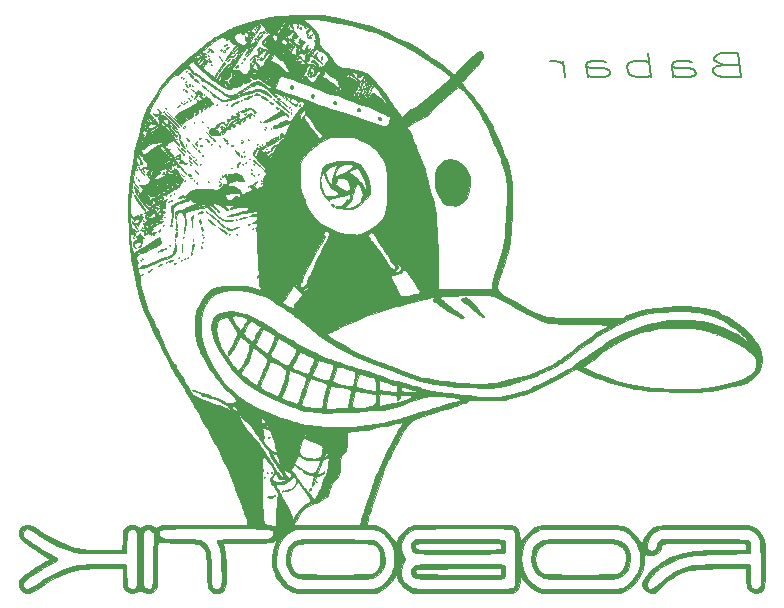
<source format=gbr>
G04 #@! TF.FileFunction,Legend,Bot*
%FSLAX46Y46*%
G04 Gerber Fmt 4.6, Leading zero omitted, Abs format (unit mm)*
G04 Created by KiCad (PCBNEW 4.0.6) date 12/04/17 18:38:42*
%MOMM*%
%LPD*%
G01*
G04 APERTURE LIST*
%ADD10C,0.050000*%
%ADD11C,0.200000*%
%ADD12C,0.010000*%
G04 APERTURE END LIST*
D10*
D11*
X162968096Y-62992143D02*
X162408572Y-63087381D01*
X162230000Y-63182619D01*
X162063334Y-63373095D01*
X162099048Y-63658810D01*
X162313334Y-63849286D01*
X162515714Y-63944524D01*
X162908572Y-64039762D01*
X164432381Y-64039762D01*
X164182381Y-62039762D01*
X162849048Y-62039762D01*
X162480000Y-62135000D01*
X162301429Y-62230238D01*
X162134762Y-62420714D01*
X162158572Y-62611190D01*
X162372857Y-62801667D01*
X162575238Y-62896905D01*
X162968096Y-62992143D01*
X164301429Y-62992143D01*
X158718095Y-64039762D02*
X158587143Y-62992143D01*
X158753810Y-62801667D01*
X159122858Y-62706429D01*
X159884763Y-62706429D01*
X160277619Y-62801667D01*
X158706190Y-63944524D02*
X159099048Y-64039762D01*
X160051429Y-64039762D01*
X160420476Y-63944524D01*
X160587143Y-63754048D01*
X160563333Y-63563571D01*
X160349048Y-63373095D01*
X159956191Y-63277857D01*
X159003810Y-63277857D01*
X158610952Y-63182619D01*
X156813333Y-64039762D02*
X156563333Y-62039762D01*
X156658571Y-62801667D02*
X156265715Y-62706429D01*
X155503810Y-62706429D01*
X155134762Y-62801667D01*
X154956190Y-62896905D01*
X154789524Y-63087381D01*
X154860952Y-63658810D01*
X155075238Y-63849286D01*
X155277619Y-63944524D01*
X155670476Y-64039762D01*
X156432381Y-64039762D01*
X156801428Y-63944524D01*
X151479999Y-64039762D02*
X151349047Y-62992143D01*
X151515714Y-62801667D01*
X151884762Y-62706429D01*
X152646667Y-62706429D01*
X153039523Y-62801667D01*
X151468094Y-63944524D02*
X151860952Y-64039762D01*
X152813333Y-64039762D01*
X153182380Y-63944524D01*
X153349047Y-63754048D01*
X153325237Y-63563571D01*
X153110952Y-63373095D01*
X152718095Y-63277857D01*
X151765714Y-63277857D01*
X151372856Y-63182619D01*
X149575237Y-64039762D02*
X149408571Y-62706429D01*
X149456190Y-63087381D02*
X149241904Y-62896905D01*
X149039523Y-62801667D01*
X148646666Y-62706429D01*
X148265714Y-62706429D01*
D12*
G36*
X127906210Y-58758218D02*
X127369759Y-58769216D01*
X126512155Y-58797510D01*
X125774947Y-58839698D01*
X125125346Y-58900255D01*
X124530564Y-58983658D01*
X123957811Y-59094383D01*
X123374299Y-59236907D01*
X122842266Y-59387316D01*
X122290175Y-59554765D01*
X121855751Y-59696629D01*
X121507926Y-59825168D01*
X121215631Y-59952641D01*
X120947798Y-60091307D01*
X120720326Y-60224591D01*
X120424723Y-60397108D01*
X120125434Y-60559351D01*
X119914586Y-60663317D01*
X119714032Y-60779793D01*
X119444270Y-60971285D01*
X119147175Y-61206913D01*
X118967040Y-61362135D01*
X118680572Y-61611215D01*
X118404426Y-61839788D01*
X118177524Y-62016179D01*
X118076741Y-62086664D01*
X117842664Y-62259886D01*
X117532593Y-62523362D01*
X117171922Y-62852128D01*
X116786047Y-63221223D01*
X116400362Y-63605685D01*
X116040263Y-63980553D01*
X115731145Y-64320865D01*
X115498403Y-64601658D01*
X115445587Y-64672919D01*
X114975778Y-65366470D01*
X114495004Y-66137533D01*
X114181709Y-66674896D01*
X114040685Y-66947778D01*
X113909835Y-67256621D01*
X113782602Y-67622796D01*
X113652427Y-68067674D01*
X113512750Y-68612626D01*
X113357015Y-69279023D01*
X113288606Y-69585047D01*
X113240566Y-69738531D01*
X113216729Y-69787733D01*
X113188310Y-69887091D01*
X113140585Y-70112047D01*
X113078145Y-70436601D01*
X113005581Y-70834747D01*
X112927483Y-71280483D01*
X112848442Y-71747806D01*
X112773048Y-72210713D01*
X112705892Y-72643200D01*
X112672084Y-72872931D01*
X112628463Y-73257545D01*
X112591883Y-73730195D01*
X112566681Y-74225469D01*
X112557576Y-74599517D01*
X112557265Y-75050370D01*
X112563191Y-75555192D01*
X112574414Y-76089445D01*
X112589991Y-76628592D01*
X112608982Y-77148095D01*
X112630444Y-77623417D01*
X112653435Y-78030022D01*
X112677015Y-78343370D01*
X112700242Y-78538925D01*
X112710410Y-78582190D01*
X112744079Y-78744562D01*
X112770062Y-78992623D01*
X112778720Y-79157719D01*
X112803379Y-79438749D01*
X112856655Y-79798517D01*
X112927933Y-80167385D01*
X112942470Y-80232039D01*
X113037227Y-80641600D01*
X113144682Y-81104730D01*
X113242589Y-81525559D01*
X113248327Y-81550168D01*
X113318536Y-81867468D01*
X113372214Y-82140924D01*
X113400958Y-82326433D01*
X113403596Y-82365095D01*
X113440268Y-82599870D01*
X113545492Y-82948578D01*
X113712077Y-83391672D01*
X113932835Y-83909601D01*
X114123615Y-84322772D01*
X114284016Y-84662322D01*
X114417345Y-84949046D01*
X114511280Y-85156105D01*
X114553496Y-85256657D01*
X114554653Y-85261480D01*
X114588363Y-85363089D01*
X114682169Y-85578751D01*
X114825088Y-85886497D01*
X115006136Y-86264359D01*
X115214327Y-86690368D01*
X115438679Y-87142555D01*
X115668208Y-87598952D01*
X115891928Y-88037589D01*
X116098856Y-88436499D01*
X116278008Y-88773712D01*
X116418400Y-89027259D01*
X116509048Y-89175173D01*
X116516646Y-89185551D01*
X116634662Y-89349988D01*
X116699191Y-89458783D01*
X116703293Y-89473083D01*
X116746128Y-89552979D01*
X116856298Y-89712859D01*
X116956015Y-89846990D01*
X117146034Y-90128444D01*
X117325475Y-90445308D01*
X117379722Y-90557473D01*
X117527257Y-90870714D01*
X117664587Y-91119042D01*
X117836510Y-91380821D01*
X117911711Y-91488097D01*
X118022389Y-91655014D01*
X118081503Y-91764634D01*
X118084562Y-91777387D01*
X118122336Y-91862878D01*
X118218718Y-92031169D01*
X118290367Y-92147008D01*
X118432568Y-92386585D01*
X118602958Y-92695296D01*
X118755194Y-92987785D01*
X118890305Y-93243564D01*
X119008132Y-93442822D01*
X119085808Y-93547261D01*
X119092159Y-93552125D01*
X119157089Y-93637816D01*
X119269764Y-93830279D01*
X119412193Y-94097604D01*
X119515021Y-94302119D01*
X119673131Y-94621521D01*
X119816946Y-94907934D01*
X119926035Y-95120861D01*
X119965925Y-95195785D01*
X120114905Y-95479813D01*
X120303144Y-95860111D01*
X120516361Y-96305578D01*
X120740277Y-96785110D01*
X120960612Y-97267606D01*
X121163084Y-97721963D01*
X121333416Y-98117078D01*
X121457327Y-98421850D01*
X121498519Y-98533852D01*
X121633454Y-98910778D01*
X121787003Y-99316249D01*
X121926629Y-99664415D01*
X121930549Y-99673760D01*
X122038365Y-99942951D01*
X122117070Y-100163610D01*
X122151252Y-100292161D01*
X122151632Y-100298891D01*
X122179177Y-100413384D01*
X122252162Y-100627406D01*
X122356109Y-100899190D01*
X122381580Y-100962306D01*
X122492346Y-101260299D01*
X122573953Y-101529709D01*
X122611022Y-101718742D01*
X122611792Y-101737628D01*
X122612055Y-101948655D01*
X119000363Y-101948655D01*
X118131302Y-101949205D01*
X117402704Y-101951389D01*
X116801560Y-101956015D01*
X116314864Y-101963888D01*
X115929605Y-101975814D01*
X115632776Y-101992598D01*
X115411368Y-102015047D01*
X115252373Y-102043966D01*
X115142781Y-102080161D01*
X115069585Y-102124438D01*
X115019776Y-102177602D01*
X115007050Y-102196013D01*
X114919578Y-102205154D01*
X114757806Y-102140900D01*
X114700102Y-102108075D01*
X114360506Y-101971930D01*
X114034179Y-101974982D01*
X113759261Y-102107699D01*
X113557070Y-102266743D01*
X113354878Y-102107699D01*
X113066036Y-101972124D01*
X112739474Y-101973746D01*
X112427256Y-102100036D01*
X112296756Y-102191133D01*
X112206050Y-102297082D01*
X112146916Y-102446986D01*
X112111132Y-102669949D01*
X112090476Y-102995074D01*
X112079795Y-103329924D01*
X112060695Y-104058927D01*
X110717795Y-104080795D01*
X109903910Y-104082932D01*
X109218305Y-104059027D01*
X108637649Y-104006873D01*
X108138609Y-103924265D01*
X107697856Y-103808999D01*
X107638291Y-103789738D01*
X106996470Y-103539362D01*
X106293855Y-103198488D01*
X105573824Y-102789327D01*
X105127292Y-102504153D01*
X104716014Y-102241397D01*
X104396114Y-102070304D01*
X104142119Y-101983037D01*
X103928557Y-101971760D01*
X103729955Y-102028635D01*
X103672129Y-102056443D01*
X103413246Y-102262851D01*
X103284375Y-102529442D01*
X103290767Y-102827012D01*
X103437674Y-103126360D01*
X103471966Y-103169387D01*
X103662330Y-103355271D01*
X103954927Y-103592187D01*
X104317527Y-103857181D01*
X104717897Y-104127303D01*
X105123807Y-104379601D01*
X105365378Y-104517699D01*
X105611191Y-104659314D01*
X105793865Y-104777299D01*
X105880459Y-104850043D01*
X105883354Y-104857497D01*
X105820579Y-104921482D01*
X105663449Y-105014730D01*
X105595590Y-105048181D01*
X105376233Y-105165956D01*
X105083045Y-105343625D01*
X104745488Y-105561013D01*
X104393027Y-105797943D01*
X104055127Y-106034242D01*
X103761250Y-106249732D01*
X103540862Y-106424239D01*
X103426652Y-106533361D01*
X103294460Y-106809261D01*
X103289936Y-107100435D01*
X103395820Y-107371652D01*
X103594855Y-107587681D01*
X103869781Y-107713291D01*
X104013307Y-107730920D01*
X104177185Y-107720673D01*
X104346344Y-107670644D01*
X104554198Y-107565465D01*
X104834161Y-107389768D01*
X105006704Y-107274015D01*
X105589542Y-106890207D01*
X106095968Y-106585226D01*
X106565211Y-106336996D01*
X107036502Y-106123442D01*
X107093414Y-106099775D01*
X107467519Y-105954185D01*
X107816260Y-105841519D01*
X108167888Y-105757788D01*
X108550651Y-105699005D01*
X108992800Y-105661183D01*
X109522584Y-105640332D01*
X110168253Y-105632466D01*
X110406810Y-105632039D01*
X112099064Y-105632039D01*
X112099064Y-106431892D01*
X112101764Y-106796696D01*
X112114418Y-107044340D01*
X112143854Y-107211105D01*
X112196900Y-107333274D01*
X112280386Y-107447129D01*
X112292981Y-107462202D01*
X112555794Y-107682140D01*
X112849340Y-107751953D01*
X113176398Y-107672158D01*
X113244086Y-107639331D01*
X113435184Y-107546695D01*
X113567024Y-107524766D01*
X113715452Y-107572826D01*
X113841451Y-107633687D01*
X114190543Y-107738806D01*
X114506451Y-107696008D01*
X114780939Y-107506767D01*
X114824736Y-107457951D01*
X115015076Y-107231744D01*
X115015076Y-105272624D01*
X115015641Y-104674325D01*
X115018128Y-104212711D01*
X115023727Y-103870998D01*
X115033628Y-103632398D01*
X115049019Y-103480124D01*
X115071092Y-103397391D01*
X115101035Y-103367412D01*
X115140037Y-103373400D01*
X115149366Y-103377597D01*
X115264224Y-103398818D01*
X115507330Y-103421057D01*
X115853477Y-103442787D01*
X116277460Y-103462486D01*
X116754073Y-103478626D01*
X116870606Y-103481729D01*
X117408367Y-103496355D01*
X117814957Y-103511075D01*
X118112661Y-103528380D01*
X118323763Y-103550759D01*
X118470547Y-103580703D01*
X118575299Y-103620703D01*
X118660302Y-103673248D01*
X118673930Y-103683263D01*
X118841364Y-103819670D01*
X118969410Y-103961850D01*
X119064039Y-104132706D01*
X119131225Y-104355141D01*
X119176939Y-104652058D01*
X119207155Y-105046359D01*
X119227844Y-105560947D01*
X119235620Y-105837172D01*
X119249759Y-106348401D01*
X119263724Y-106729181D01*
X119280534Y-107002502D01*
X119303208Y-107191357D01*
X119334764Y-107318738D01*
X119378222Y-107407636D01*
X119436601Y-107481042D01*
X119453924Y-107499713D01*
X119729191Y-107699442D01*
X120042139Y-107750708D01*
X120273012Y-107703467D01*
X120457172Y-107627496D01*
X120594591Y-107523444D01*
X120692613Y-107369207D01*
X120758579Y-107142681D01*
X120799832Y-106821762D01*
X120823715Y-106384344D01*
X120833641Y-106015725D01*
X120828293Y-105169923D01*
X120773607Y-104466931D01*
X120669303Y-103904133D01*
X120576926Y-103617689D01*
X120569300Y-103577422D01*
X120593190Y-103546096D01*
X120665142Y-103522596D01*
X120801702Y-103505808D01*
X121019416Y-103494615D01*
X121334830Y-103487902D01*
X121764490Y-103484555D01*
X122324943Y-103483458D01*
X122569287Y-103483399D01*
X123203379Y-103482154D01*
X123702590Y-103477755D01*
X124085495Y-103469201D01*
X124370672Y-103455493D01*
X124576698Y-103435631D01*
X124722150Y-103408615D01*
X124825605Y-103373446D01*
X124852429Y-103360538D01*
X125008122Y-103284848D01*
X125059182Y-103285542D01*
X125035916Y-103365891D01*
X125030125Y-103379722D01*
X124792803Y-104106825D01*
X124700409Y-104812394D01*
X124752713Y-105487562D01*
X124949487Y-106123458D01*
X125109106Y-106436135D01*
X125394765Y-106821966D01*
X125770200Y-107187507D01*
X126179224Y-107481480D01*
X126358695Y-107576490D01*
X126448186Y-107615982D01*
X126539870Y-107648650D01*
X126648469Y-107675140D01*
X126788705Y-107696100D01*
X126975298Y-107712176D01*
X127222970Y-107724015D01*
X127546442Y-107732265D01*
X127960436Y-107737571D01*
X128479672Y-107740582D01*
X129118873Y-107741943D01*
X129892759Y-107742302D01*
X130132296Y-107742311D01*
X133547100Y-107742311D01*
X133892417Y-107563096D01*
X134364502Y-107245397D01*
X134783846Y-106825160D01*
X135026979Y-106481202D01*
X135228094Y-106140940D01*
X135324166Y-106366097D01*
X135392982Y-106549074D01*
X135423694Y-106673233D01*
X135423699Y-106673363D01*
X135486028Y-106815107D01*
X135641065Y-107008342D01*
X135854117Y-107218978D01*
X136090493Y-107412930D01*
X136315498Y-107556108D01*
X136329027Y-107562906D01*
X136693324Y-107742311D01*
X140760393Y-107766243D01*
X141799870Y-107770936D01*
X142690188Y-107771849D01*
X143435619Y-107768922D01*
X144040432Y-107762096D01*
X144508899Y-107751310D01*
X144845290Y-107736506D01*
X145053876Y-107717623D01*
X145115537Y-107705517D01*
X145360863Y-107592647D01*
X145529468Y-107406333D01*
X145637272Y-107120236D01*
X145696666Y-106744003D01*
X145748309Y-106235589D01*
X146021240Y-106643633D01*
X146381067Y-107067399D01*
X146823899Y-107408504D01*
X147309630Y-107639412D01*
X147571263Y-107707793D01*
X147776195Y-107729383D01*
X148125084Y-107746542D01*
X148608470Y-107759118D01*
X149216895Y-107766957D01*
X149940900Y-107769907D01*
X150771026Y-107767815D01*
X151139541Y-107765467D01*
X151916915Y-107759405D01*
X152556322Y-107753283D01*
X153073265Y-107746277D01*
X153483249Y-107737563D01*
X153801778Y-107726317D01*
X154044357Y-107711714D01*
X154226490Y-107692931D01*
X154363682Y-107669143D01*
X154471437Y-107639527D01*
X154565260Y-107603259D01*
X154615349Y-107580729D01*
X155136344Y-107257775D01*
X155572076Y-106820547D01*
X155909913Y-106289970D01*
X156137221Y-105686972D01*
X156241368Y-105032479D01*
X156246553Y-104878658D01*
X156247820Y-104826299D01*
X155875795Y-104826299D01*
X155870705Y-105182545D01*
X155845486Y-105443817D01*
X155788558Y-105668378D01*
X155688342Y-105914489D01*
X155638046Y-106022524D01*
X155329022Y-106544219D01*
X154954457Y-106955769D01*
X154532584Y-107237426D01*
X154504104Y-107250701D01*
X154418723Y-107285380D01*
X154319677Y-107313994D01*
X154192197Y-107337130D01*
X154021517Y-107355376D01*
X153792869Y-107369318D01*
X153491488Y-107379544D01*
X153102604Y-107386642D01*
X152611453Y-107391198D01*
X152003265Y-107393799D01*
X151263274Y-107395034D01*
X150867963Y-107395309D01*
X147546530Y-107396994D01*
X147175114Y-107208783D01*
X146702011Y-106885702D01*
X146319563Y-106451794D01*
X146039767Y-105928020D01*
X145874622Y-105335340D01*
X145833280Y-104864668D01*
X145835666Y-104839441D01*
X145326254Y-104839441D01*
X145325447Y-105499380D01*
X145322433Y-106022808D01*
X145316320Y-106426683D01*
X145306217Y-106727964D01*
X145291234Y-106943607D01*
X145270479Y-107090571D01*
X145243062Y-107185813D01*
X145208091Y-107246293D01*
X145199255Y-107256661D01*
X145164776Y-107287317D01*
X145113152Y-107313163D01*
X145031974Y-107334609D01*
X144908835Y-107352063D01*
X144731327Y-107365933D01*
X144487043Y-107376628D01*
X144163575Y-107384556D01*
X143748515Y-107390126D01*
X143229456Y-107393746D01*
X142593990Y-107395825D01*
X141829709Y-107396772D01*
X140936532Y-107396994D01*
X140022349Y-107396582D01*
X139249088Y-107395110D01*
X138604197Y-107392224D01*
X138075125Y-107387568D01*
X137649321Y-107380787D01*
X137314233Y-107371528D01*
X137057311Y-107359434D01*
X136866002Y-107344151D01*
X136727757Y-107325324D01*
X136630022Y-107302598D01*
X136560248Y-107275619D01*
X136555223Y-107273128D01*
X136222415Y-107055617D01*
X135932423Y-106776891D01*
X135765627Y-106537512D01*
X135675590Y-106234429D01*
X135662285Y-105860498D01*
X135723018Y-105476195D01*
X135825305Y-105197491D01*
X135991524Y-104864668D01*
X135081843Y-104864668D01*
X135075608Y-105238326D01*
X135050938Y-105510570D01*
X134998882Y-105733164D01*
X134910491Y-105957876D01*
X134882241Y-106019227D01*
X134575296Y-106543488D01*
X134201174Y-106939990D01*
X133797195Y-107199990D01*
X133401861Y-107396994D01*
X126785995Y-107396994D01*
X126390661Y-107199990D01*
X125972546Y-106928925D01*
X125625889Y-106559039D01*
X125328379Y-106065699D01*
X125288116Y-105982709D01*
X125173441Y-105716973D01*
X125106813Y-105482036D01*
X125076194Y-105216324D01*
X125069526Y-104864668D01*
X125134512Y-104195653D01*
X125322078Y-103604037D01*
X125626834Y-103099948D01*
X126043394Y-102693512D01*
X126144755Y-102627830D01*
X124833390Y-102627830D01*
X124824301Y-102723510D01*
X124822560Y-102740833D01*
X124804206Y-102858971D01*
X124764309Y-102953479D01*
X124687235Y-103026995D01*
X124557353Y-103082157D01*
X124359027Y-103121602D01*
X124076626Y-103147969D01*
X123694516Y-103163894D01*
X123197063Y-103172017D01*
X122568634Y-103174975D01*
X122247553Y-103175319D01*
X121584316Y-103177139D01*
X121061194Y-103182229D01*
X120664851Y-103191186D01*
X120381949Y-103204606D01*
X120199154Y-103223086D01*
X120103129Y-103247224D01*
X120079767Y-103272371D01*
X120106760Y-103391760D01*
X120176530Y-103601189D01*
X120248428Y-103790347D01*
X120309517Y-103959295D01*
X120355255Y-104135281D01*
X120388562Y-104345684D01*
X120412358Y-104617879D01*
X120429566Y-104979244D01*
X120443104Y-105457156D01*
X120447502Y-105656332D01*
X120456992Y-106167641D01*
X120459841Y-106547986D01*
X120454588Y-106819785D01*
X120439771Y-107005461D01*
X120413928Y-107127434D01*
X120375598Y-107208127D01*
X120343686Y-107248628D01*
X120143412Y-107373915D01*
X119913152Y-107385028D01*
X119711870Y-107283887D01*
X119662025Y-107226445D01*
X119616526Y-107133790D01*
X119583721Y-106990507D01*
X119561789Y-106773944D01*
X119548908Y-106461454D01*
X119543256Y-106030386D01*
X119542568Y-105741521D01*
X119533740Y-105102229D01*
X119502944Y-104595381D01*
X119443715Y-104200732D01*
X119349587Y-103898035D01*
X119214093Y-103667046D01*
X119030767Y-103487520D01*
X118793144Y-103339210D01*
X118771791Y-103328187D01*
X118651268Y-103274127D01*
X118516047Y-103234479D01*
X118341063Y-103207039D01*
X118101253Y-103189605D01*
X117771549Y-103179973D01*
X117326888Y-103175941D01*
X117032483Y-103175319D01*
X116456422Y-103171860D01*
X116015414Y-103159627D01*
X115691101Y-103134306D01*
X115465128Y-103091584D01*
X115319136Y-103027148D01*
X115234770Y-102936684D01*
X115193671Y-102815879D01*
X115183422Y-102740833D01*
X115173682Y-102642719D01*
X115173626Y-102638864D01*
X114714677Y-102638864D01*
X114692218Y-104891165D01*
X114684558Y-105576910D01*
X114674967Y-106124663D01*
X114660797Y-106549906D01*
X114639399Y-106868120D01*
X114608125Y-107094786D01*
X114564327Y-107245386D01*
X114505356Y-107335401D01*
X114428563Y-107380312D01*
X114331300Y-107395599D01*
X114263535Y-107396994D01*
X114053971Y-107347412D01*
X113927614Y-107269995D01*
X113887432Y-107224265D01*
X113855710Y-107156682D01*
X113831456Y-107050188D01*
X113813680Y-106887723D01*
X113801392Y-106652228D01*
X113793601Y-106326644D01*
X113789318Y-105893912D01*
X113787551Y-105336972D01*
X113787281Y-104852774D01*
X113787309Y-104809224D01*
X113326858Y-104809224D01*
X113325826Y-105507496D01*
X113320925Y-106067516D01*
X113309448Y-106504501D01*
X113288686Y-106833669D01*
X113255932Y-107070237D01*
X113208479Y-107229424D01*
X113143619Y-107326448D01*
X113058644Y-107376525D01*
X112950848Y-107394873D01*
X112866435Y-107396994D01*
X112631058Y-107329411D01*
X112525470Y-107226445D01*
X112468581Y-107103004D01*
X112431809Y-106908649D01*
X112412003Y-106616098D01*
X112406013Y-106198065D01*
X112406012Y-106191955D01*
X112404956Y-105818021D01*
X112397822Y-105569652D01*
X112378662Y-105418940D01*
X112341529Y-105337976D01*
X112280475Y-105298851D01*
X112211486Y-105279192D01*
X112080245Y-105266734D01*
X111820461Y-105258902D01*
X111457000Y-105255821D01*
X111014726Y-105257617D01*
X110518505Y-105264416D01*
X110273873Y-105269372D01*
X109662882Y-105285297D01*
X109178268Y-105304031D01*
X108792934Y-105327881D01*
X108479784Y-105359149D01*
X108211722Y-105400142D01*
X107961651Y-105453164D01*
X107881862Y-105472831D01*
X107120121Y-105721761D01*
X106296249Y-106095901D01*
X105425500Y-106587921D01*
X105018105Y-106848705D01*
X104596952Y-107116437D01*
X104276967Y-107290784D01*
X104042144Y-107377482D01*
X103876478Y-107382269D01*
X103763966Y-107310880D01*
X103756022Y-107301072D01*
X103641636Y-107087407D01*
X103663725Y-106888331D01*
X103783849Y-106707558D01*
X103953786Y-106546219D01*
X104227373Y-106332180D01*
X104573528Y-106086241D01*
X104961170Y-105829200D01*
X105359219Y-105581856D01*
X105736593Y-105365007D01*
X105976944Y-105239978D01*
X106254730Y-105101587D01*
X106438190Y-104991731D01*
X106520907Y-104894205D01*
X106496468Y-104792806D01*
X106358457Y-104671331D01*
X106100458Y-104513574D01*
X105716057Y-104303333D01*
X105576405Y-104228290D01*
X105187387Y-104006099D01*
X104795591Y-103759266D01*
X104425102Y-103505507D01*
X104100007Y-103262540D01*
X103844393Y-103048081D01*
X103682346Y-102879847D01*
X103638355Y-102802759D01*
X103654995Y-102628316D01*
X103755279Y-102440297D01*
X103898631Y-102297588D01*
X104015399Y-102255604D01*
X104120719Y-102296450D01*
X104323867Y-102407905D01*
X104596398Y-102573346D01*
X104909869Y-102776149D01*
X104936341Y-102793809D01*
X105747309Y-103296266D01*
X106549949Y-103717202D01*
X107312535Y-104040955D01*
X107763414Y-104189492D01*
X107961754Y-104243548D01*
X108148433Y-104285291D01*
X108346856Y-104316300D01*
X108580425Y-104338155D01*
X108872543Y-104352435D01*
X109246615Y-104360722D01*
X109726042Y-104364595D01*
X110334228Y-104365634D01*
X110372478Y-104365640D01*
X112367644Y-104365876D01*
X112406012Y-103457161D01*
X112424699Y-103066550D01*
X112445910Y-102799172D01*
X112475927Y-102624831D01*
X112521032Y-102513331D01*
X112587509Y-102434477D01*
X112625541Y-102402025D01*
X112833560Y-102276443D01*
X113008836Y-102285430D01*
X113173384Y-102409078D01*
X113217579Y-102459865D01*
X113252374Y-102525368D01*
X113278890Y-102623109D01*
X113298247Y-102770607D01*
X113311565Y-102985384D01*
X113319965Y-103284960D01*
X113324566Y-103686857D01*
X113326490Y-104208593D01*
X113326858Y-104809224D01*
X113787309Y-104809224D01*
X113787716Y-104198522D01*
X113789745Y-103680411D01*
X113794457Y-103281112D01*
X113802941Y-102983293D01*
X113816286Y-102769622D01*
X113835578Y-102622769D01*
X113861908Y-102525402D01*
X113896363Y-102460190D01*
X113940033Y-102409802D01*
X113940756Y-102409078D01*
X114127727Y-102278118D01*
X114308342Y-102286645D01*
X114512322Y-102436608D01*
X114523048Y-102447234D01*
X114714677Y-102638864D01*
X115173626Y-102638864D01*
X115172452Y-102558801D01*
X115190741Y-102487972D01*
X115239561Y-102429121D01*
X115329922Y-102381141D01*
X115472834Y-102342923D01*
X115679309Y-102313359D01*
X115960355Y-102291341D01*
X116326984Y-102275758D01*
X116790207Y-102265504D01*
X117361033Y-102259470D01*
X118050473Y-102256547D01*
X118869537Y-102255626D01*
X119829237Y-102255599D01*
X120002991Y-102255604D01*
X120987111Y-102255590D01*
X121828767Y-102256285D01*
X122538970Y-102258799D01*
X123128731Y-102264240D01*
X123609060Y-102273717D01*
X123990967Y-102288337D01*
X124285463Y-102309210D01*
X124503558Y-102337445D01*
X124656264Y-102374148D01*
X124754589Y-102420430D01*
X124809545Y-102477399D01*
X124832142Y-102546163D01*
X124833390Y-102627830D01*
X126144755Y-102627830D01*
X126320030Y-102514253D01*
X126717493Y-102293973D01*
X130093928Y-102293973D01*
X130906870Y-102294341D01*
X131580709Y-102295815D01*
X132129817Y-102298954D01*
X132568565Y-102304312D01*
X132911322Y-102312448D01*
X133172461Y-102323917D01*
X133366352Y-102339276D01*
X133507366Y-102359083D01*
X133609873Y-102383893D01*
X133688246Y-102414264D01*
X133728534Y-102434771D01*
X134185906Y-102761438D01*
X134581963Y-103193676D01*
X134860424Y-103656251D01*
X134968676Y-103909553D01*
X135034917Y-104131496D01*
X135069065Y-104376213D01*
X135081040Y-104697837D01*
X135081843Y-104864668D01*
X135991524Y-104864668D01*
X135993237Y-104861239D01*
X135825305Y-104515583D01*
X135674708Y-104049603D01*
X135665615Y-103592754D01*
X135787597Y-103168396D01*
X136030226Y-102799892D01*
X136383071Y-102510603D01*
X136799403Y-102333572D01*
X136941187Y-102315950D01*
X137226702Y-102300246D01*
X137646218Y-102286636D01*
X138190000Y-102275297D01*
X138848316Y-102266408D01*
X139611434Y-102260147D01*
X140469621Y-102256689D01*
X141048158Y-102256032D01*
X141930527Y-102256097D01*
X142672222Y-102256814D01*
X143286042Y-102258658D01*
X143784787Y-102262104D01*
X144181257Y-102267628D01*
X144488251Y-102275704D01*
X144718569Y-102286806D01*
X144885010Y-102301411D01*
X145000376Y-102319992D01*
X145077464Y-102343025D01*
X145129075Y-102370985D01*
X145168009Y-102404347D01*
X145172780Y-102409078D01*
X145216710Y-102459525D01*
X145251358Y-102524583D01*
X145277823Y-102621642D01*
X145297203Y-102768090D01*
X145310595Y-102981315D01*
X145319098Y-103278707D01*
X145323811Y-103677654D01*
X145325830Y-104195544D01*
X145326254Y-104839441D01*
X145835666Y-104839441D01*
X145894617Y-104216268D01*
X146086603Y-103624542D01*
X146400129Y-103107021D01*
X146826085Y-102681240D01*
X147048176Y-102526610D01*
X147424425Y-102293973D01*
X150806911Y-102293973D01*
X151621828Y-102294366D01*
X152297707Y-102295911D01*
X152848984Y-102299157D01*
X153290095Y-102304653D01*
X153635474Y-102312947D01*
X153899557Y-102324588D01*
X154096780Y-102340125D01*
X154241578Y-102360106D01*
X154348386Y-102385081D01*
X154431640Y-102415597D01*
X154469087Y-102433175D01*
X154971621Y-102766619D01*
X155380998Y-103221063D01*
X155613281Y-103612439D01*
X155741600Y-103884359D01*
X155819486Y-104105671D01*
X155859466Y-104334306D01*
X155874070Y-104628195D01*
X155875795Y-104826299D01*
X156247820Y-104826299D01*
X156252891Y-104616864D01*
X156272662Y-104477953D01*
X156317530Y-104431342D01*
X156399157Y-104446449D01*
X156409952Y-104450234D01*
X156588091Y-104487603D01*
X156830706Y-104509391D01*
X156890230Y-104511072D01*
X157221694Y-104449495D01*
X157473213Y-104266718D01*
X157621800Y-103980794D01*
X157634507Y-103926576D01*
X157653989Y-103823012D01*
X157676150Y-103736949D01*
X157714269Y-103666776D01*
X157781629Y-103610883D01*
X157891509Y-103567657D01*
X158057193Y-103535487D01*
X158291960Y-103512763D01*
X158609091Y-103497873D01*
X159021868Y-103489205D01*
X159543573Y-103485149D01*
X160187485Y-103484093D01*
X160966886Y-103484426D01*
X161277795Y-103484574D01*
X161990674Y-103486228D01*
X162657828Y-103490491D01*
X163263264Y-103497064D01*
X163790985Y-103505647D01*
X164224995Y-103515943D01*
X164549299Y-103527651D01*
X164747902Y-103540475D01*
X164804453Y-103550453D01*
X164872449Y-103670113D01*
X164881191Y-103837042D01*
X164855861Y-104058927D01*
X162592115Y-104105065D01*
X161934842Y-104119083D01*
X161408332Y-104132646D01*
X160989892Y-104147665D01*
X160656828Y-104166052D01*
X160386448Y-104189716D01*
X160156057Y-104220570D01*
X159942964Y-104260525D01*
X159724475Y-104311491D01*
X159522629Y-104363562D01*
X159108249Y-104487062D01*
X158672929Y-104640064D01*
X158285324Y-104797596D01*
X158133839Y-104868761D01*
X157714915Y-105112011D01*
X157301844Y-105410648D01*
X156915917Y-105742941D01*
X156578424Y-106087157D01*
X156310657Y-106421564D01*
X156133906Y-106724429D01*
X156069462Y-106974021D01*
X156069457Y-106975943D01*
X156137521Y-107273080D01*
X156317209Y-107518126D01*
X156571765Y-107685044D01*
X156864433Y-107747795D01*
X157100046Y-107705981D01*
X157231350Y-107622654D01*
X157435594Y-107454982D01*
X157680637Y-107230481D01*
X157848200Y-107065462D01*
X158294770Y-106654086D01*
X158727177Y-106347981D01*
X158966327Y-106216417D01*
X159256669Y-106074339D01*
X159516623Y-105960032D01*
X159767970Y-105870155D01*
X160032490Y-105801367D01*
X160331963Y-105750328D01*
X160688171Y-105713696D01*
X161122892Y-105688130D01*
X161657909Y-105670289D01*
X162315000Y-105656833D01*
X162649668Y-105651421D01*
X164894230Y-105616682D01*
X164894230Y-106428890D01*
X164896336Y-106793682D01*
X164907448Y-107040589D01*
X164934759Y-107205186D01*
X164985463Y-107323053D01*
X165066750Y-107429766D01*
X165105257Y-107472711D01*
X165385351Y-107682268D01*
X165701172Y-107748660D01*
X166006919Y-107677301D01*
X166141761Y-107608376D01*
X166247443Y-107524648D01*
X166327494Y-107407852D01*
X166385444Y-107239719D01*
X166424821Y-107001986D01*
X166449155Y-106676384D01*
X166461619Y-106256585D01*
X166116778Y-106256585D01*
X166113845Y-106602928D01*
X166104623Y-106852781D01*
X166088115Y-107025130D01*
X166063324Y-107138956D01*
X166029252Y-107213243D01*
X165999951Y-107251219D01*
X165800598Y-107374843D01*
X165570497Y-107384676D01*
X165369502Y-107282900D01*
X165320636Y-107226445D01*
X165263747Y-107103004D01*
X165226975Y-106908649D01*
X165207170Y-106616098D01*
X165201179Y-106198065D01*
X165201179Y-105328014D01*
X164997317Y-105276849D01*
X164847351Y-105261150D01*
X164569344Y-105252525D01*
X164188534Y-105250301D01*
X163730158Y-105253806D01*
X163219455Y-105262368D01*
X162681662Y-105275314D01*
X162142017Y-105291972D01*
X161625759Y-105311669D01*
X161158123Y-105333734D01*
X160764350Y-105357494D01*
X160469675Y-105382277D01*
X160328369Y-105401226D01*
X159508770Y-105608522D01*
X158788219Y-105915283D01*
X158137334Y-106336949D01*
X157557429Y-106857341D01*
X157237161Y-107160957D01*
X156983807Y-107341844D01*
X156781972Y-107406810D01*
X156616259Y-107362661D01*
X156545227Y-107304909D01*
X156454952Y-107115808D01*
X156486988Y-106870645D01*
X156627834Y-106584838D01*
X156863988Y-106273803D01*
X157181949Y-105952957D01*
X157568215Y-105637717D01*
X158009284Y-105343500D01*
X158486677Y-105088067D01*
X158859428Y-104924794D01*
X159232853Y-104790642D01*
X159627843Y-104682443D01*
X160065294Y-104597030D01*
X160566098Y-104531236D01*
X161151148Y-104481896D01*
X161841337Y-104445841D01*
X162657559Y-104419906D01*
X162937432Y-104413469D01*
X165162810Y-104365876D01*
X165186081Y-103916011D01*
X165197591Y-103750280D01*
X165205370Y-103611235D01*
X165197204Y-103496545D01*
X165160877Y-103403880D01*
X165084175Y-103330909D01*
X164954884Y-103275300D01*
X164760787Y-103234723D01*
X164489672Y-103206846D01*
X164129321Y-103189340D01*
X163667522Y-103179872D01*
X163092059Y-103176113D01*
X162390717Y-103175730D01*
X161551282Y-103176394D01*
X161310571Y-103176450D01*
X157673961Y-103176450D01*
X157485606Y-103364805D01*
X157355002Y-103548779D01*
X157297390Y-103735560D01*
X157297251Y-103743009D01*
X157230344Y-103978522D01*
X157051191Y-104131646D01*
X156846694Y-104174033D01*
X156624801Y-104131284D01*
X156499299Y-103990245D01*
X156454982Y-103731730D01*
X156454405Y-103679078D01*
X156530040Y-103278661D01*
X156742726Y-102908282D01*
X157076091Y-102594045D01*
X157177046Y-102526899D01*
X157553796Y-102293973D01*
X165111221Y-102293973D01*
X165440283Y-102525246D01*
X165625312Y-102660131D01*
X165771000Y-102788005D01*
X165882324Y-102928798D01*
X165964261Y-103102438D01*
X166021786Y-103328854D01*
X166059875Y-103627976D01*
X166083504Y-104019732D01*
X166097650Y-104524052D01*
X166107288Y-105160864D01*
X166107765Y-105198500D01*
X166114419Y-105794770D01*
X166116778Y-106256585D01*
X166461619Y-106256585D01*
X166461974Y-106244648D01*
X166466807Y-105688513D01*
X166467342Y-105294154D01*
X166466004Y-104694355D01*
X166461085Y-104226309D01*
X166451223Y-103868312D01*
X166435059Y-103598660D01*
X166411234Y-103395649D01*
X166378386Y-103237572D01*
X166335157Y-103102727D01*
X166329017Y-103086583D01*
X166137764Y-102744979D01*
X165855274Y-102425778D01*
X165526365Y-102171351D01*
X165208824Y-102027451D01*
X165050202Y-102005109D01*
X164755392Y-101987321D01*
X164321516Y-101974045D01*
X163745695Y-101965235D01*
X163025053Y-101960848D01*
X162156709Y-101960839D01*
X161153984Y-101965068D01*
X160299757Y-101970219D01*
X159585217Y-101975210D01*
X158996575Y-101980692D01*
X158520047Y-101987316D01*
X158141846Y-101995735D01*
X157848184Y-102006601D01*
X157625277Y-102020565D01*
X157459336Y-102038280D01*
X157336577Y-102060397D01*
X157243212Y-102087569D01*
X157165456Y-102120447D01*
X157094469Y-102157036D01*
X156752669Y-102400536D01*
X156440123Y-102730629D01*
X156203141Y-103093801D01*
X156125630Y-103276509D01*
X156022464Y-103586007D01*
X155817720Y-103236638D01*
X155646499Y-102994239D01*
X155412423Y-102723804D01*
X155218578Y-102532670D01*
X155068171Y-102399867D01*
X154927973Y-102288604D01*
X154783447Y-102197073D01*
X154620054Y-102123468D01*
X154423257Y-102065983D01*
X154178518Y-102022811D01*
X153871299Y-101992146D01*
X153487064Y-101972181D01*
X153011274Y-101961110D01*
X152429391Y-101957126D01*
X151726878Y-101958422D01*
X150889198Y-101963193D01*
X150648483Y-101964773D01*
X149835179Y-101970569D01*
X149161010Y-101976643D01*
X148611638Y-101983634D01*
X148172723Y-101992179D01*
X147829928Y-102002914D01*
X147568914Y-102016478D01*
X147375341Y-102033507D01*
X147234871Y-102054640D01*
X147133167Y-102080512D01*
X147055888Y-102111763D01*
X147029072Y-102125655D01*
X146660949Y-102377830D01*
X146293697Y-102716144D01*
X145986209Y-103084652D01*
X145927264Y-103172289D01*
X145709940Y-103513446D01*
X145709512Y-103172289D01*
X145667101Y-102714908D01*
X145546082Y-102352549D01*
X145353908Y-102107421D01*
X145351631Y-102105620D01*
X145304500Y-102071429D01*
X145248812Y-102042601D01*
X145171917Y-102018677D01*
X145061165Y-101999202D01*
X144903906Y-101983718D01*
X144687492Y-101971768D01*
X144399270Y-101962894D01*
X144026593Y-101956640D01*
X143556810Y-101952549D01*
X142977271Y-101950162D01*
X142275326Y-101949023D01*
X141438325Y-101948676D01*
X141008343Y-101948655D01*
X140015452Y-101949697D01*
X139167057Y-101952949D01*
X138454195Y-101958599D01*
X137867900Y-101966839D01*
X137399208Y-101977857D01*
X137039155Y-101991844D01*
X136778777Y-102008988D01*
X136609108Y-102029479D01*
X136548752Y-102042966D01*
X136287194Y-102166738D01*
X136003144Y-102372050D01*
X135734211Y-102622891D01*
X135518001Y-102883249D01*
X135392122Y-103117113D01*
X135380182Y-103161945D01*
X135331165Y-103341677D01*
X135279564Y-103441071D01*
X135276520Y-103443279D01*
X135209331Y-103402245D01*
X135083298Y-103262849D01*
X134924709Y-103054429D01*
X134911969Y-103036456D01*
X134505553Y-102568002D01*
X134041727Y-102224704D01*
X133612364Y-102047389D01*
X126283069Y-102047389D01*
X126264398Y-102090273D01*
X126187131Y-102172654D01*
X126142711Y-102155755D01*
X126141964Y-102145027D01*
X126196469Y-102080122D01*
X126230558Y-102056433D01*
X126283069Y-102047389D01*
X133612364Y-102047389D01*
X133536983Y-102016259D01*
X133067493Y-101952024D01*
X132868242Y-101936531D01*
X132752870Y-101901554D01*
X132741360Y-101884592D01*
X132763123Y-101783514D01*
X132820102Y-101580950D01*
X132897616Y-101328247D01*
X132975272Y-101082534D01*
X133086581Y-100728928D01*
X133219416Y-100306024D01*
X133361649Y-99852416D01*
X133438129Y-99608172D01*
X133664925Y-98885430D01*
X133851719Y-98295245D01*
X134003377Y-97823403D01*
X134124764Y-97455691D01*
X134220744Y-97177896D01*
X134296182Y-96975805D01*
X134355944Y-96835205D01*
X134404894Y-96741883D01*
X134433920Y-96698918D01*
X134507020Y-96579505D01*
X134633830Y-96348061D01*
X134800716Y-96030464D01*
X134994042Y-95652593D01*
X135164193Y-95312974D01*
X135369488Y-94906639D01*
X135560872Y-94541351D01*
X135724535Y-94242441D01*
X135846668Y-94035238D01*
X135906768Y-93950890D01*
X136010032Y-93825611D01*
X136041876Y-93756964D01*
X136090807Y-93674688D01*
X136217342Y-93518155D01*
X136368009Y-93349721D01*
X136401651Y-93315725D01*
X135834482Y-93315725D01*
X135630821Y-93557014D01*
X135502548Y-93725955D01*
X135431920Y-93851954D01*
X135427161Y-93873808D01*
X135391885Y-93969875D01*
X135297141Y-94165812D01*
X135159553Y-94428203D01*
X135069976Y-94591734D01*
X134788777Y-95116038D01*
X134496299Y-95694156D01*
X134206289Y-96296005D01*
X133932494Y-96891506D01*
X133688661Y-97450577D01*
X133488538Y-97943137D01*
X133345872Y-98339107D01*
X133321013Y-98418746D01*
X133198040Y-98812616D01*
X133060605Y-99225906D01*
X132932711Y-99587137D01*
X132895853Y-99684909D01*
X132767000Y-100035340D01*
X132628305Y-100439223D01*
X132492866Y-100855435D01*
X132373781Y-101242850D01*
X132284147Y-101560347D01*
X132242390Y-101736660D01*
X132201762Y-101946719D01*
X129459627Y-101967872D01*
X128820374Y-101973268D01*
X128225671Y-101979176D01*
X127693967Y-101985346D01*
X127243712Y-101991527D01*
X126893356Y-101997467D01*
X126661348Y-102002916D01*
X126568846Y-102007209D01*
X126483072Y-102007101D01*
X126492082Y-101955929D01*
X126602238Y-101825511D01*
X126612371Y-101814365D01*
X126766437Y-101605815D01*
X126913293Y-101346521D01*
X126946548Y-101274506D01*
X127188969Y-100885554D01*
X127541410Y-100543377D01*
X127960899Y-100282562D01*
X128344426Y-100149297D01*
X128535627Y-100080125D01*
X128794004Y-99951338D01*
X128805438Y-99944554D01*
X128071794Y-99944554D01*
X127770591Y-100098216D01*
X127467631Y-100292835D01*
X127163529Y-100554631D01*
X126898804Y-100842645D01*
X126713974Y-101115916D01*
X126672963Y-101207795D01*
X126582416Y-101415954D01*
X126511443Y-101474100D01*
X126453426Y-101383443D01*
X126421215Y-101253823D01*
X126364519Y-101101548D01*
X126242854Y-100852022D01*
X126073171Y-100537779D01*
X125872421Y-100191351D01*
X125836936Y-100132444D01*
X125642668Y-99802887D01*
X125485587Y-99519182D01*
X125450771Y-99449765D01*
X125255480Y-99449765D01*
X125212454Y-99541875D01*
X125169730Y-99665387D01*
X125137088Y-99924326D01*
X125114042Y-100324546D01*
X125100106Y-100871901D01*
X125099713Y-100898188D01*
X125093203Y-101318008D01*
X125086847Y-101680779D01*
X125081166Y-101960183D01*
X125076678Y-102129901D01*
X125074615Y-102169079D01*
X125019892Y-102150899D01*
X124942128Y-102093490D01*
X124794878Y-102025306D01*
X124561174Y-101968786D01*
X124424153Y-101949804D01*
X124031692Y-101910287D01*
X123975187Y-101373127D01*
X123955259Y-101121519D01*
X123937112Y-100776442D01*
X123921114Y-100362343D01*
X123907635Y-99903671D01*
X123897046Y-99424875D01*
X123889716Y-98950404D01*
X123886014Y-98504705D01*
X123886311Y-98112228D01*
X123890976Y-97797421D01*
X123900379Y-97584732D01*
X123914890Y-97498611D01*
X123916574Y-97497900D01*
X123939017Y-97430430D01*
X123933970Y-97260502D01*
X123923605Y-97171767D01*
X123899969Y-96900262D01*
X123897559Y-96617907D01*
X123913752Y-96365791D01*
X123945927Y-96185005D01*
X123990946Y-96116631D01*
X124062708Y-96177041D01*
X124183194Y-96334194D01*
X124304542Y-96519501D01*
X124459172Y-96751360D01*
X124604278Y-96936435D01*
X124686885Y-97017093D01*
X124810831Y-97158085D01*
X124898222Y-97331663D01*
X124932423Y-97479949D01*
X124898451Y-97606730D01*
X124776830Y-97766698D01*
X124721416Y-97828161D01*
X124574201Y-98002526D01*
X124526369Y-98109193D01*
X124563786Y-98183751D01*
X124575965Y-98194437D01*
X124670191Y-98342329D01*
X124683958Y-98419932D01*
X124740796Y-98558791D01*
X124799064Y-98599971D01*
X124900764Y-98681998D01*
X124914170Y-98724811D01*
X124952433Y-98833117D01*
X125049452Y-99015756D01*
X125110619Y-99116677D01*
X125226165Y-99321127D01*
X125255480Y-99449765D01*
X125450771Y-99449765D01*
X125379270Y-99307208D01*
X125337292Y-99192842D01*
X125338532Y-99182383D01*
X125315495Y-99092752D01*
X125208906Y-98951903D01*
X125178548Y-98920312D01*
X125035175Y-98736583D01*
X125033208Y-98612318D01*
X125173200Y-98546229D01*
X125344544Y-98533852D01*
X125636934Y-98484389D01*
X125967530Y-98326230D01*
X126047706Y-98276457D01*
X126257734Y-98131472D01*
X126336838Y-98066205D01*
X125968521Y-98066205D01*
X125889759Y-98128264D01*
X125717847Y-98222098D01*
X125426531Y-98321659D01*
X125137725Y-98333937D01*
X124902112Y-98260576D01*
X124820720Y-98193032D01*
X124741298Y-98079437D01*
X124753210Y-97981127D01*
X124847604Y-97847715D01*
X124982513Y-97696625D01*
X125078728Y-97673368D01*
X125177270Y-97782503D01*
X125242189Y-97891577D01*
X125340928Y-98041019D01*
X125446626Y-98099163D01*
X125621108Y-98091390D01*
X125699731Y-98079421D01*
X125905517Y-98052594D01*
X125968521Y-98066205D01*
X126336838Y-98066205D01*
X126402967Y-98011644D01*
X126448913Y-97950324D01*
X126499182Y-97883877D01*
X126607271Y-97895918D01*
X126709102Y-97971687D01*
X126733488Y-98015876D01*
X126798503Y-98149273D01*
X126829873Y-98188535D01*
X126900602Y-98271052D01*
X127028800Y-98440187D01*
X127190024Y-98661492D01*
X127359830Y-98900524D01*
X127513776Y-99122838D01*
X127627419Y-99293987D01*
X127676317Y-99379528D01*
X127676707Y-99381905D01*
X127719165Y-99465155D01*
X127825626Y-99620434D01*
X127874250Y-99685562D01*
X128071794Y-99944554D01*
X128805438Y-99944554D01*
X129044319Y-99802826D01*
X129285506Y-99639952D01*
X129427578Y-99512751D01*
X129503312Y-99378417D01*
X129545484Y-99194145D01*
X129554415Y-99136654D01*
X129607350Y-98856294D01*
X129685568Y-98640522D01*
X129816890Y-98435631D01*
X130029134Y-98187917D01*
X130067547Y-98146049D01*
X130276047Y-97887557D01*
X130410639Y-97625507D01*
X130485333Y-97315973D01*
X130514144Y-96915027D01*
X130515982Y-96740336D01*
X130520209Y-96467573D01*
X129518399Y-96467573D01*
X129498271Y-96713215D01*
X129444178Y-97023488D01*
X129365559Y-97365562D01*
X129271854Y-97706604D01*
X129172502Y-98013784D01*
X129076941Y-98254269D01*
X128994610Y-98395229D01*
X128957526Y-98418458D01*
X128928940Y-98466497D01*
X128940941Y-98492362D01*
X128946262Y-98613200D01*
X128912711Y-98703389D01*
X128846035Y-98838932D01*
X128739230Y-99067689D01*
X128614272Y-99342523D01*
X128602086Y-99369694D01*
X128480441Y-99636550D01*
X128399339Y-99784675D01*
X128336612Y-99835414D01*
X128270089Y-99810112D01*
X128203597Y-99753380D01*
X128074421Y-99609856D01*
X127908299Y-99389637D01*
X127783573Y-99205302D01*
X127638106Y-98994757D01*
X127517482Y-98848958D01*
X127455029Y-98802432D01*
X127372732Y-98743355D01*
X127256940Y-98596974D01*
X127228240Y-98553036D01*
X127086472Y-98336398D01*
X126910672Y-98079349D01*
X126836975Y-97974790D01*
X126704602Y-97779469D01*
X126647845Y-97683221D01*
X126372176Y-97683221D01*
X126327640Y-97798374D01*
X126233734Y-97915216D01*
X126159504Y-97958323D01*
X126089904Y-97910917D01*
X126078901Y-97900725D01*
X125750306Y-97900725D01*
X125701261Y-97950611D01*
X125633264Y-97944766D01*
X125529585Y-97873360D01*
X125373017Y-97708355D01*
X125195649Y-97483951D01*
X125177983Y-97459532D01*
X125016875Y-97228132D01*
X124897724Y-97044088D01*
X124843615Y-96943273D01*
X124842575Y-96938317D01*
X124793933Y-96834229D01*
X124741511Y-96762995D01*
X124618110Y-96614812D01*
X124568852Y-96555207D01*
X124478595Y-96420748D01*
X124384628Y-96253540D01*
X124291632Y-96119809D01*
X124214938Y-96083713D01*
X124212849Y-96084867D01*
X124179697Y-96064171D01*
X124194007Y-96006158D01*
X124176809Y-95881201D01*
X124123317Y-95843146D01*
X124017789Y-95740531D01*
X123958153Y-95603259D01*
X123888293Y-95466235D01*
X123738156Y-95249817D01*
X123531915Y-94987057D01*
X123358868Y-94783887D01*
X123120380Y-94512332D01*
X122909865Y-94270651D01*
X122754358Y-94089993D01*
X122691145Y-94014590D01*
X122564924Y-93861462D01*
X122400552Y-93665511D01*
X122362659Y-93620774D01*
X122231402Y-93448384D01*
X122157554Y-93316901D01*
X122151632Y-93290796D01*
X122115269Y-93177225D01*
X122024908Y-92996146D01*
X121994561Y-92943177D01*
X121900209Y-92739033D01*
X121903110Y-92638413D01*
X121982456Y-92646778D01*
X122117443Y-92769589D01*
X122207452Y-92887300D01*
X122346765Y-93067386D01*
X122461791Y-93179564D01*
X122499883Y-93197707D01*
X122592184Y-93256903D01*
X122744189Y-93408643D01*
X122927284Y-93619956D01*
X123112854Y-93857870D01*
X123268293Y-94083097D01*
X123393938Y-94256412D01*
X123504181Y-94369461D01*
X123511874Y-94374674D01*
X123595892Y-94496763D01*
X123609638Y-94577491D01*
X123664389Y-94718805D01*
X123724744Y-94763113D01*
X123826114Y-94868739D01*
X123839849Y-94933729D01*
X123892624Y-95053765D01*
X124028314Y-95227467D01*
X124150079Y-95352350D01*
X124329298Y-95542710D01*
X124454877Y-95716336D01*
X124489545Y-95796336D01*
X124571843Y-96030250D01*
X124739194Y-96354868D01*
X124976327Y-96744747D01*
X125267972Y-97174448D01*
X125529286Y-97528493D01*
X125693773Y-97763192D01*
X125750306Y-97900725D01*
X126078901Y-97900725D01*
X126004374Y-97831695D01*
X125867167Y-97660396D01*
X125784194Y-97524746D01*
X125730164Y-97393657D01*
X125772933Y-97348418D01*
X125842266Y-97344426D01*
X126018561Y-97385535D01*
X126202816Y-97484444D01*
X126337740Y-97604523D01*
X126372176Y-97683221D01*
X126647845Y-97683221D01*
X126619536Y-97635215D01*
X126602387Y-97590378D01*
X126545050Y-97510817D01*
X126453645Y-97441927D01*
X126358881Y-97365933D01*
X126351913Y-97273618D01*
X126419320Y-97120108D01*
X125506969Y-97120108D01*
X125481515Y-97109753D01*
X125416766Y-97003032D01*
X125415561Y-97000860D01*
X125314639Y-96833941D01*
X125239765Y-96735585D01*
X125235809Y-96732280D01*
X125156236Y-96641009D01*
X125085722Y-96538686D01*
X124974385Y-96365430D01*
X124841223Y-96161671D01*
X124839167Y-96158554D01*
X124746311Y-96003148D01*
X124711139Y-95913788D01*
X124712911Y-95908625D01*
X124796009Y-95905447D01*
X124960818Y-95930281D01*
X125090032Y-95972673D01*
X125180687Y-96061704D01*
X125259071Y-96234509D01*
X125327833Y-96448790D01*
X125432102Y-96802045D01*
X125491156Y-97021678D01*
X125506969Y-97120108D01*
X126419320Y-97120108D01*
X126420896Y-97116519D01*
X126509041Y-96959789D01*
X126570662Y-96885041D01*
X126574759Y-96884003D01*
X126653803Y-96926260D01*
X126805536Y-97031911D01*
X126864146Y-97075846D01*
X127041694Y-97196894D01*
X127175773Y-97263330D01*
X127199172Y-97267689D01*
X127288607Y-97330849D01*
X127327694Y-97409518D01*
X127451815Y-97567490D01*
X127686024Y-97679751D01*
X127989326Y-97727586D01*
X128025635Y-97728112D01*
X128225163Y-97762332D01*
X128294487Y-97872077D01*
X128239329Y-98067972D01*
X128224676Y-98097658D01*
X128164960Y-98261341D01*
X128110440Y-98481155D01*
X128108131Y-98493085D01*
X128090195Y-98659356D01*
X128118162Y-98697383D01*
X128180583Y-98621279D01*
X128266011Y-98445155D01*
X128362995Y-98183124D01*
X128365307Y-98176090D01*
X128457531Y-97932644D01*
X128541769Y-97811848D01*
X128638224Y-97785489D01*
X128644463Y-97786243D01*
X128795362Y-97752816D01*
X128982733Y-97645090D01*
X129019608Y-97616344D01*
X129140269Y-97498263D01*
X129166073Y-97430217D01*
X129148416Y-97423923D01*
X129014858Y-97471684D01*
X128931908Y-97536269D01*
X128770452Y-97632425D01*
X128672339Y-97651374D01*
X128596074Y-97641341D01*
X128577005Y-97589432D01*
X128618634Y-97462938D01*
X128715440Y-97248504D01*
X128818826Y-97008588D01*
X128888310Y-96813308D01*
X128906193Y-96730529D01*
X128981990Y-96524997D01*
X128999198Y-96511361D01*
X128803995Y-96511361D01*
X128803903Y-96528814D01*
X128762273Y-96645017D01*
X128689475Y-96854368D01*
X128626608Y-97037477D01*
X128535736Y-97276249D01*
X128451253Y-97453139D01*
X128405710Y-97515909D01*
X128219302Y-97569878D01*
X127952767Y-97542379D01*
X127724407Y-97468376D01*
X127552756Y-97379765D01*
X127306007Y-97233185D01*
X127033754Y-97060145D01*
X126785592Y-96892153D01*
X126612787Y-96762133D01*
X126627107Y-96686188D01*
X126694360Y-96517795D01*
X126753457Y-96390178D01*
X126922096Y-96041816D01*
X127188812Y-96245251D01*
X127331129Y-96343524D01*
X127471069Y-96403629D01*
X127651450Y-96434517D01*
X127915088Y-96445141D01*
X128146283Y-96445445D01*
X128504797Y-96450987D01*
X128720661Y-96472531D01*
X128803995Y-96511361D01*
X128999198Y-96511361D01*
X129170768Y-96375411D01*
X129307372Y-96331452D01*
X129459769Y-96321168D01*
X129513833Y-96392513D01*
X129518399Y-96467573D01*
X130520209Y-96467573D01*
X130520609Y-96441794D01*
X130545183Y-96245082D01*
X130605741Y-96098604D01*
X130687574Y-95991142D01*
X129475698Y-95991142D01*
X129399802Y-96131936D01*
X129222457Y-96193211D01*
X129211412Y-96193368D01*
X129129235Y-96181326D01*
X129119667Y-96118431D01*
X129180500Y-95964530D01*
X129196845Y-95928280D01*
X129278729Y-95761618D01*
X129335105Y-95718994D01*
X129400758Y-95783314D01*
X129424359Y-95816471D01*
X129475698Y-95991142D01*
X130687574Y-95991142D01*
X130718322Y-95950765D01*
X130784562Y-95876315D01*
X130886146Y-95760576D01*
X130960137Y-95654858D01*
X131007898Y-95541103D01*
X129364925Y-95541103D01*
X129326556Y-95579471D01*
X129288188Y-95541103D01*
X129326556Y-95502734D01*
X129364925Y-95541103D01*
X131007898Y-95541103D01*
X131011302Y-95532997D01*
X131031598Y-95432343D01*
X129004746Y-95432343D01*
X128984042Y-95683807D01*
X128923394Y-95948576D01*
X128835653Y-96164348D01*
X128767551Y-96250921D01*
X128582031Y-96322215D01*
X128300648Y-96348503D01*
X127973524Y-96332140D01*
X127650780Y-96275480D01*
X127393695Y-96186382D01*
X127128408Y-96006214D01*
X127012928Y-95809683D01*
X125125641Y-95809683D01*
X124920384Y-95809683D01*
X124691645Y-95733551D01*
X124526884Y-95577065D01*
X124372042Y-95389669D01*
X124239466Y-95235511D01*
X124225716Y-95220226D01*
X124064889Y-94999493D01*
X123983296Y-94794606D01*
X123995728Y-94654735D01*
X124016372Y-94514288D01*
X123983434Y-94364033D01*
X123942934Y-94178556D01*
X123953147Y-94060137D01*
X123946058Y-93910945D01*
X123906975Y-93841304D01*
X123848414Y-93725559D01*
X123905771Y-93686154D01*
X124055528Y-93735308D01*
X124082673Y-93750034D01*
X124272948Y-93828575D01*
X124403854Y-93852172D01*
X124509991Y-93923987D01*
X124633220Y-94121890D01*
X124763089Y-94420988D01*
X124889144Y-94796385D01*
X125000934Y-95223190D01*
X125024389Y-95330075D01*
X125125641Y-95809683D01*
X127012928Y-95809683D01*
X127004997Y-95796186D01*
X127028736Y-95566266D01*
X127046144Y-95529066D01*
X127105278Y-95374667D01*
X127175633Y-95136391D01*
X127213694Y-94985191D01*
X127273511Y-94754253D01*
X127330080Y-94641182D01*
X127410758Y-94613455D01*
X127511599Y-94630996D01*
X127710261Y-94701987D01*
X127830182Y-94772134D01*
X128003380Y-94874551D01*
X128253006Y-94982731D01*
X128513447Y-95071922D01*
X128719088Y-95117375D01*
X128749881Y-95119048D01*
X128907126Y-95180648D01*
X128972657Y-95256486D01*
X129004746Y-95432343D01*
X131031598Y-95432343D01*
X131044406Y-95368829D01*
X131064215Y-95136191D01*
X131075495Y-94808918D01*
X131082276Y-94404745D01*
X127635644Y-94404745D01*
X127552683Y-94409533D01*
X127434399Y-94364304D01*
X127432810Y-94242250D01*
X127472151Y-94147068D01*
X127509122Y-94198030D01*
X127509820Y-94200181D01*
X127593581Y-94336642D01*
X127629693Y-94367464D01*
X127635644Y-94404745D01*
X131082276Y-94404745D01*
X131083013Y-94360848D01*
X131084850Y-94227810D01*
X131097336Y-94151711D01*
X131151243Y-94100515D01*
X131275011Y-94066017D01*
X131497081Y-94040007D01*
X131818298Y-94016137D01*
X132239953Y-93972222D01*
X132723653Y-93898498D01*
X133184228Y-93808528D01*
X133316889Y-93777519D01*
X133659183Y-93697148D01*
X133962013Y-93633304D01*
X134183994Y-93594340D01*
X134264191Y-93586321D01*
X134427016Y-93563404D01*
X134680660Y-93505277D01*
X134969094Y-93424849D01*
X135256101Y-93348153D01*
X135505452Y-93299899D01*
X135663513Y-93290449D01*
X135664274Y-93290559D01*
X135834482Y-93315725D01*
X136401651Y-93315725D01*
X136518745Y-93197402D01*
X136666478Y-93080470D01*
X136845281Y-92981396D01*
X137089230Y-92882654D01*
X137432397Y-92766718D01*
X137614170Y-92708726D01*
X137994504Y-92586601D01*
X138346188Y-92470426D01*
X138629691Y-92373462D01*
X138803596Y-92309727D01*
X139039336Y-92232574D01*
X139338251Y-92156930D01*
X139494230Y-92125142D01*
X139808950Y-92050302D01*
X140165138Y-91940447D01*
X140376707Y-91862384D01*
X140653694Y-91756632D01*
X140903206Y-91671639D01*
X141042791Y-91632712D01*
X141243375Y-91556663D01*
X141365092Y-91472269D01*
X141427149Y-91430375D01*
X141530027Y-91402029D01*
X141695763Y-91386258D01*
X141946395Y-91382089D01*
X142303960Y-91388548D01*
X142790497Y-91404661D01*
X142847649Y-91406787D01*
X143341831Y-91424274D01*
X143714406Y-91432841D01*
X143997098Y-91430196D01*
X144221631Y-91414046D01*
X144419729Y-91382099D01*
X144623115Y-91332062D01*
X144863515Y-91261643D01*
X144865831Y-91260944D01*
X145218211Y-91157863D01*
X145567292Y-91061309D01*
X145849020Y-90988876D01*
X145898542Y-90977253D01*
X146212935Y-90883276D01*
X146537754Y-90753414D01*
X146627545Y-90709780D01*
X147125510Y-90453214D01*
X147524567Y-90252239D01*
X147860802Y-90089437D01*
X148170302Y-89947388D01*
X148489156Y-89808675D01*
X148533002Y-89790053D01*
X148858761Y-89641456D01*
X149163703Y-89484183D01*
X149394581Y-89346204D01*
X149440893Y-89313173D01*
X149684566Y-89150443D01*
X149972045Y-88989225D01*
X150071002Y-88941053D01*
X150429275Y-88776274D01*
X150851330Y-88963397D01*
X151146084Y-89094004D01*
X151439206Y-89223768D01*
X151580333Y-89286182D01*
X151850036Y-89390241D01*
X152162558Y-89490337D01*
X152270967Y-89519970D01*
X152559474Y-89606893D01*
X152835539Y-89710586D01*
X152923233Y-89750314D01*
X153177965Y-89848679D01*
X153471798Y-89926333D01*
X153537130Y-89938284D01*
X153835099Y-90005888D01*
X154150541Y-90105344D01*
X154227765Y-90135118D01*
X154500202Y-90231379D01*
X154767235Y-90302796D01*
X154841662Y-90316593D01*
X155092304Y-90361412D01*
X155382507Y-90422769D01*
X155455559Y-90439824D01*
X155762896Y-90494729D01*
X156196481Y-90545922D01*
X156729107Y-90592348D01*
X157333572Y-90632953D01*
X157982671Y-90666682D01*
X158649200Y-90692478D01*
X159305954Y-90709288D01*
X159925729Y-90716056D01*
X160481320Y-90711726D01*
X160945523Y-90695244D01*
X161287583Y-90666021D01*
X161859309Y-90589728D01*
X162315550Y-90524099D01*
X162693318Y-90462473D01*
X163029622Y-90398187D01*
X163361470Y-90324580D01*
X163725874Y-90234990D01*
X163830189Y-90208341D01*
X164274431Y-90093305D01*
X164601206Y-90002338D01*
X164841640Y-89921093D01*
X165026855Y-89835221D01*
X165187974Y-89730378D01*
X165356120Y-89592214D01*
X165554737Y-89413371D01*
X165869628Y-89089008D01*
X166069749Y-88774120D01*
X166171434Y-88425109D01*
X166181241Y-88211442D01*
X165720877Y-88211442D01*
X165718796Y-88571138D01*
X165622141Y-88860458D01*
X165412262Y-89112053D01*
X165070506Y-89358574D01*
X165062954Y-89363214D01*
X164620984Y-89610177D01*
X164215087Y-89777294D01*
X163773377Y-89893804D01*
X163743173Y-89900025D01*
X163526860Y-89946139D01*
X163207530Y-90016856D01*
X162831601Y-90101803D01*
X162515378Y-90174406D01*
X161942173Y-90291143D01*
X161349765Y-90377799D01*
X160717474Y-90435047D01*
X160024619Y-90463562D01*
X159250518Y-90464016D01*
X158374491Y-90437084D01*
X157375857Y-90383439D01*
X156951934Y-90355644D01*
X155873570Y-90239876D01*
X154846049Y-90046773D01*
X153899920Y-89783419D01*
X153065734Y-89456897D01*
X153055601Y-89452193D01*
X152789567Y-89334464D01*
X152570283Y-89248403D01*
X152440818Y-89210756D01*
X152433428Y-89210287D01*
X152319311Y-89176582D01*
X152112275Y-89087592D01*
X151854145Y-88961509D01*
X151815877Y-88941707D01*
X151552669Y-88811696D01*
X151333303Y-88716312D01*
X151200256Y-88673817D01*
X151191071Y-88673127D01*
X151092375Y-88647440D01*
X151081541Y-88627874D01*
X151141407Y-88535486D01*
X151291158Y-88404474D01*
X151486025Y-88269854D01*
X151658628Y-88176504D01*
X151875837Y-88046760D01*
X152042314Y-87903423D01*
X152224292Y-87730836D01*
X152489658Y-87513046D01*
X152791265Y-87285567D01*
X153081968Y-87083913D01*
X153314619Y-86943598D01*
X153320684Y-86940463D01*
X153550065Y-86808943D01*
X153752951Y-86671409D01*
X153758571Y-86667059D01*
X153919716Y-86564908D01*
X154184791Y-86421180D01*
X154516311Y-86253922D01*
X154876785Y-86081179D01*
X155228725Y-85920997D01*
X155534644Y-85791421D01*
X155724139Y-85720902D01*
X155962987Y-85654170D01*
X156280006Y-85580914D01*
X156568248Y-85524128D01*
X156868169Y-85465451D01*
X157131772Y-85404689D01*
X157297251Y-85356541D01*
X157450690Y-85329625D01*
X157728900Y-85309941D01*
X158103359Y-85297313D01*
X158545544Y-85291566D01*
X159026931Y-85292525D01*
X159518997Y-85300015D01*
X159993218Y-85313860D01*
X160421071Y-85333886D01*
X160774033Y-85359917D01*
X160942266Y-85378929D01*
X161285209Y-85439289D01*
X161614828Y-85519388D01*
X161864520Y-85602821D01*
X161881460Y-85610233D01*
X162104318Y-85699324D01*
X162284195Y-85751479D01*
X162330592Y-85757115D01*
X162450657Y-85791947D01*
X162681465Y-85888747D01*
X162999040Y-86035966D01*
X163379404Y-86222055D01*
X163798578Y-86435469D01*
X164232586Y-86664657D01*
X164373716Y-86741096D01*
X164660456Y-86922210D01*
X164980327Y-87161353D01*
X165246988Y-87391280D01*
X165470409Y-87610559D01*
X165604600Y-87775369D01*
X165676223Y-87931857D01*
X165711943Y-88126167D01*
X165720877Y-88211442D01*
X166181241Y-88211442D01*
X166191022Y-87998379D01*
X166176204Y-87754857D01*
X166150222Y-87502661D01*
X166110462Y-87298177D01*
X166041481Y-87102170D01*
X165927837Y-86875406D01*
X165754088Y-86578648D01*
X165712270Y-86510237D01*
X165050133Y-86510237D01*
X164987250Y-86486206D01*
X164836677Y-86361829D01*
X164606629Y-86166045D01*
X164368490Y-85983787D01*
X164158892Y-85841059D01*
X164014464Y-85763862D01*
X163984809Y-85757115D01*
X163878873Y-85724857D01*
X163686047Y-85641788D01*
X163525507Y-85564368D01*
X163208347Y-85419318D01*
X162793528Y-85249668D01*
X162330598Y-85074233D01*
X161869102Y-84911828D01*
X161479426Y-84787426D01*
X161190531Y-84728152D01*
X160784431Y-84680639D01*
X160297003Y-84645665D01*
X159764124Y-84624011D01*
X159221669Y-84616454D01*
X158705516Y-84623775D01*
X158251541Y-84646751D01*
X157895620Y-84686163D01*
X157786457Y-84707232D01*
X157457267Y-84779285D01*
X157131207Y-84843685D01*
X156913565Y-84880972D01*
X156663343Y-84936654D01*
X156342997Y-85032669D01*
X156031088Y-85144751D01*
X155306951Y-85433377D01*
X154712128Y-85675934D01*
X154231849Y-85879202D01*
X153851339Y-86049964D01*
X153555828Y-86195001D01*
X153330542Y-86321095D01*
X153160709Y-86435027D01*
X153080615Y-86499221D01*
X152848464Y-86682381D01*
X152542690Y-86901471D01*
X152222029Y-87114729D01*
X152159769Y-87153947D01*
X151681078Y-87458622D01*
X151281212Y-87730256D01*
X150903789Y-88008425D01*
X150575576Y-88265896D01*
X150335913Y-88437487D01*
X150007339Y-88645847D01*
X149639024Y-88860746D01*
X149380578Y-89000602D01*
X149050971Y-89172546D01*
X148759503Y-89325158D01*
X148540231Y-89440571D01*
X148434109Y-89497136D01*
X148301027Y-89566186D01*
X148068582Y-89683549D01*
X147775184Y-89829914D01*
X147590000Y-89921578D01*
X147254885Y-90087936D01*
X146934984Y-90248417D01*
X146679491Y-90378275D01*
X146592417Y-90423386D01*
X146369799Y-90517295D01*
X146033304Y-90631073D01*
X145619505Y-90754273D01*
X145164975Y-90876444D01*
X144706287Y-90987136D01*
X144367040Y-91059202D01*
X144002297Y-91105071D01*
X143523123Y-91126927D01*
X142966574Y-91125381D01*
X142369705Y-91101042D01*
X141769571Y-91054519D01*
X141374290Y-91009977D01*
X140886291Y-90948135D01*
X140331502Y-90879811D01*
X139795259Y-90815442D01*
X139532599Y-90784750D01*
X138836785Y-90700002D01*
X138767196Y-90690299D01*
X137054087Y-90690299D01*
X136969547Y-90722923D01*
X136735717Y-90734050D01*
X136432629Y-90728970D01*
X136094474Y-90715833D01*
X135878196Y-90696502D01*
X135752208Y-90663010D01*
X135684922Y-90607386D01*
X135648171Y-90531063D01*
X135635279Y-90446622D01*
X135350423Y-90446622D01*
X135344376Y-90645535D01*
X135303228Y-90728433D01*
X135192472Y-90732773D01*
X135101028Y-90717338D01*
X134892124Y-90686129D01*
X134599362Y-90649941D01*
X134469957Y-90636072D01*
X131416753Y-90636072D01*
X131403735Y-90725707D01*
X131317939Y-91156274D01*
X131258681Y-91462178D01*
X131221441Y-91669053D01*
X131201699Y-91802533D01*
X131194935Y-91888255D01*
X131194785Y-91910791D01*
X131174783Y-91981348D01*
X131098855Y-92032702D01*
X130946164Y-92068391D01*
X130695872Y-92091955D01*
X130327140Y-92106932D01*
X129998006Y-92114018D01*
X129288188Y-92126299D01*
X129291880Y-91915272D01*
X129310385Y-91751577D01*
X129357179Y-91482371D01*
X129424242Y-91151262D01*
X129471826Y-90936873D01*
X129553378Y-90591622D01*
X129615387Y-90370360D01*
X129670486Y-90247013D01*
X129731309Y-90195507D01*
X129810488Y-90189766D01*
X129832635Y-90192180D01*
X130314205Y-90253118D01*
X130668812Y-90302774D01*
X130922169Y-90345493D01*
X131099991Y-90385623D01*
X131227990Y-90427511D01*
X131230430Y-90428481D01*
X131381097Y-90513951D01*
X131416753Y-90636072D01*
X134469957Y-90636072D01*
X134333656Y-90621464D01*
X133815680Y-90570362D01*
X133807154Y-90312379D01*
X133801594Y-90102160D01*
X133508732Y-90102160D01*
X133508732Y-90591556D01*
X133259336Y-90588735D01*
X133053407Y-90572482D01*
X132764014Y-90532909D01*
X132487875Y-90484888D01*
X132149429Y-90409944D01*
X131942508Y-90332113D01*
X131845930Y-90233134D01*
X131838519Y-90094750D01*
X131877218Y-89958424D01*
X131952493Y-89703834D01*
X132014889Y-89428984D01*
X132017125Y-89416712D01*
X132068777Y-89224384D01*
X132139986Y-89160946D01*
X132186936Y-89169398D01*
X132318798Y-89210066D01*
X132548783Y-89272356D01*
X132810614Y-89338678D01*
X133082472Y-89412628D01*
X133300254Y-89485010D01*
X133412810Y-89537835D01*
X133470136Y-89661893D01*
X133502956Y-89907763D01*
X133508732Y-90102160D01*
X133801594Y-90102160D01*
X133801098Y-90083440D01*
X133798627Y-89900921D01*
X133802380Y-89759402D01*
X133807154Y-89714439D01*
X133877504Y-89723839D01*
X134058005Y-89777246D01*
X134315246Y-89864401D01*
X134431787Y-89906282D01*
X134732899Y-90009920D01*
X134993274Y-90088306D01*
X135168649Y-90128470D01*
X135199158Y-90131133D01*
X135297221Y-90156856D01*
X135341254Y-90260487D01*
X135350423Y-90446622D01*
X135635279Y-90446622D01*
X135626680Y-90390305D01*
X135700178Y-90318332D01*
X135881248Y-90313595D01*
X136182473Y-90374545D01*
X136409921Y-90437255D01*
X136774477Y-90550085D01*
X136989131Y-90633560D01*
X137054087Y-90690299D01*
X138767196Y-90690299D01*
X138277033Y-90621955D01*
X137857695Y-90551339D01*
X137583121Y-90488879D01*
X137461304Y-90438587D01*
X137356027Y-90391164D01*
X137137651Y-90317657D01*
X136841892Y-90229523D01*
X136615819Y-90167354D01*
X136283263Y-90075932D01*
X135999081Y-89992402D01*
X135800977Y-89928140D01*
X135735700Y-89901811D01*
X135602555Y-89855719D01*
X135370840Y-89797305D01*
X135120212Y-89745034D01*
X134792224Y-89661619D01*
X134411208Y-89533517D01*
X134059476Y-89388409D01*
X134058466Y-89387938D01*
X133708529Y-89242216D01*
X133287773Y-89092477D01*
X132875524Y-88966514D01*
X132848995Y-88959450D01*
X131782145Y-88959450D01*
X131774235Y-89228848D01*
X131746535Y-89471936D01*
X131686440Y-89760944D01*
X131659189Y-89861089D01*
X131552054Y-90223932D01*
X131014834Y-90171747D01*
X130816310Y-90142415D01*
X129364925Y-90142415D01*
X129347999Y-90259821D01*
X129302814Y-90488964D01*
X129237762Y-90792544D01*
X129161231Y-91133263D01*
X129081613Y-91473823D01*
X129007298Y-91776925D01*
X128946676Y-92005271D01*
X128942986Y-92018099D01*
X128859241Y-92056550D01*
X128662986Y-92073765D01*
X128393384Y-92071935D01*
X128089602Y-92053251D01*
X127790805Y-92019903D01*
X127536157Y-91974084D01*
X127394268Y-91931462D01*
X127150198Y-91831632D01*
X127291298Y-91460989D01*
X127377362Y-91225046D01*
X127492486Y-90896128D01*
X127618273Y-90527213D01*
X127686488Y-90322976D01*
X127791961Y-90005527D01*
X127878294Y-89747738D01*
X127932926Y-89586903D01*
X127616528Y-89586903D01*
X127596882Y-89723485D01*
X127535633Y-89936523D01*
X127427633Y-90254428D01*
X127375081Y-90403507D01*
X127206855Y-90876229D01*
X127080257Y-91222416D01*
X126986496Y-91460492D01*
X126916783Y-91608880D01*
X126862327Y-91686001D01*
X126814339Y-91710280D01*
X126764028Y-91700138D01*
X126757644Y-91697576D01*
X126630518Y-91649339D01*
X126405238Y-91567368D01*
X126128502Y-91468638D01*
X126103596Y-91459837D01*
X125834151Y-91359879D01*
X125622194Y-91272302D01*
X125509270Y-91214405D01*
X125504442Y-91210365D01*
X125506582Y-91117551D01*
X125576287Y-90939427D01*
X125665563Y-90772129D01*
X125833742Y-90431717D01*
X125964705Y-90031358D01*
X126069975Y-89532451D01*
X126108889Y-89287024D01*
X126146415Y-89066876D01*
X126181784Y-88914740D01*
X126193242Y-88884917D01*
X126273971Y-88884402D01*
X126445313Y-88943988D01*
X126587260Y-89009752D01*
X126848231Y-89127638D01*
X127097339Y-89218662D01*
X127189143Y-89243550D01*
X127400447Y-89322388D01*
X127551610Y-89429458D01*
X127599721Y-89498364D01*
X127616528Y-89586903D01*
X127932926Y-89586903D01*
X127934994Y-89580816D01*
X127951803Y-89533943D01*
X128023125Y-89548521D01*
X128201199Y-89606932D01*
X128449821Y-89697171D01*
X128491319Y-89712846D01*
X128777216Y-89818119D01*
X129026944Y-89904345D01*
X129188211Y-89953496D01*
X129192266Y-89954480D01*
X129335149Y-90046268D01*
X129364925Y-90142415D01*
X130816310Y-90142415D01*
X130683782Y-90122834D01*
X130361959Y-90047986D01*
X130151481Y-89976188D01*
X129958894Y-89886441D01*
X129841807Y-89822079D01*
X129825348Y-89806655D01*
X129848744Y-89726248D01*
X129909520Y-89543850D01*
X129978822Y-89343834D01*
X130062231Y-89081010D01*
X130117971Y-88856510D01*
X130132296Y-88749373D01*
X130155509Y-88628678D01*
X130220672Y-88580286D01*
X129902862Y-88580286D01*
X129878003Y-88760741D01*
X129812483Y-89023324D01*
X129732911Y-89274312D01*
X129638476Y-89532004D01*
X129565916Y-89673959D01*
X129488380Y-89729970D01*
X129379015Y-89729834D01*
X129329265Y-89722202D01*
X129130580Y-89675212D01*
X128856777Y-89593017D01*
X128635922Y-89517764D01*
X128384818Y-89420809D01*
X128191179Y-89334523D01*
X128105698Y-89284000D01*
X128101926Y-89181687D01*
X128184926Y-88997471D01*
X128242843Y-88903768D01*
X128393211Y-88646193D01*
X128518894Y-88380356D01*
X128546982Y-88305956D01*
X128624970Y-88129122D01*
X128699629Y-88039471D01*
X128716785Y-88036520D01*
X128836206Y-88069995D01*
X129019608Y-88127961D01*
X129246817Y-88197231D01*
X129517982Y-88272826D01*
X129575952Y-88288041D01*
X129782775Y-88354674D01*
X129878191Y-88436038D01*
X129902749Y-88568385D01*
X129902862Y-88580286D01*
X130220672Y-88580286D01*
X130238769Y-88566847D01*
X130402516Y-88563554D01*
X130667184Y-88618477D01*
X131053212Y-88731290D01*
X131063818Y-88734606D01*
X131782145Y-88959450D01*
X132848995Y-88959450D01*
X132792303Y-88944355D01*
X132445017Y-88849810D01*
X132120340Y-88752344D01*
X131870978Y-88668100D01*
X131803794Y-88641579D01*
X131579210Y-88562065D01*
X131388307Y-88521134D01*
X131360243Y-88519652D01*
X131210015Y-88490638D01*
X130973543Y-88414889D01*
X130724697Y-88318051D01*
X130404335Y-88194581D01*
X130017069Y-88062117D01*
X129644942Y-87948670D01*
X129633505Y-87945473D01*
X129556915Y-87920389D01*
X128317015Y-87920389D01*
X128269992Y-88115537D01*
X128182289Y-88367668D01*
X128068209Y-88636802D01*
X127942056Y-88882959D01*
X127910688Y-88935608D01*
X127746716Y-89200921D01*
X127423947Y-89101955D01*
X127151845Y-89005722D01*
X126846781Y-88879958D01*
X126736677Y-88829607D01*
X126705577Y-88812792D01*
X125910233Y-88812792D01*
X125879707Y-89126921D01*
X125810980Y-89490525D01*
X125713903Y-89873841D01*
X125598329Y-90247111D01*
X125474108Y-90580573D01*
X125351093Y-90844466D01*
X125239134Y-91009031D01*
X125169870Y-91049347D01*
X125054450Y-91019097D01*
X124855506Y-90938692D01*
X124709447Y-90870725D01*
X124418528Y-90731306D01*
X124119000Y-90591915D01*
X124014488Y-90544592D01*
X123782023Y-90396386D01*
X123681256Y-90228161D01*
X123720918Y-90058415D01*
X123761945Y-90009520D01*
X123815691Y-89916150D01*
X123911174Y-89715121D01*
X124033427Y-89441388D01*
X124167481Y-89129909D01*
X124298371Y-88815638D01*
X124411129Y-88533532D01*
X124490787Y-88318546D01*
X124506650Y-88270257D01*
X124596758Y-88156345D01*
X124664277Y-88135967D01*
X124778732Y-88170154D01*
X124976741Y-88259161D01*
X125220869Y-88382651D01*
X125473681Y-88520290D01*
X125697743Y-88651742D01*
X125855620Y-88756672D01*
X125910233Y-88812792D01*
X126705577Y-88812792D01*
X126531592Y-88718725D01*
X126399375Y-88621649D01*
X126372176Y-88579832D01*
X126417811Y-88476069D01*
X126530685Y-88316118D01*
X126562176Y-88277636D01*
X126702959Y-88066333D01*
X126839167Y-87793260D01*
X126887137Y-87671845D01*
X126974893Y-87458447D01*
X127054552Y-87320588D01*
X127090948Y-87291858D01*
X127197323Y-87328418D01*
X127368958Y-87418200D01*
X127399070Y-87436026D01*
X127638206Y-87556994D01*
X127910041Y-87664139D01*
X127945287Y-87675507D01*
X128150508Y-87746747D01*
X128288869Y-87808474D01*
X128309052Y-87822204D01*
X128317015Y-87920389D01*
X129556915Y-87920389D01*
X129274117Y-87827770D01*
X128908266Y-87679565D01*
X128611781Y-87531752D01*
X128597553Y-87523392D01*
X128317124Y-87368406D01*
X128036830Y-87232229D01*
X127876196Y-87166300D01*
X127833196Y-87146965D01*
X126786748Y-87146965D01*
X126754104Y-87340398D01*
X126662735Y-87586868D01*
X126530565Y-87852454D01*
X126375515Y-88103239D01*
X126215510Y-88305303D01*
X126068471Y-88424726D01*
X126001706Y-88442915D01*
X125902012Y-88410145D01*
X125701679Y-88322457D01*
X125436207Y-88195786D01*
X125302501Y-88129072D01*
X125119128Y-88031361D01*
X124300272Y-88031361D01*
X124266088Y-88204726D01*
X124178601Y-88444924D01*
X124108429Y-88596390D01*
X124001773Y-88821134D01*
X123932119Y-88995278D01*
X123916587Y-89058936D01*
X123885364Y-89164957D01*
X123802923Y-89367566D01*
X123686102Y-89625793D01*
X123667488Y-89665045D01*
X123418389Y-90187192D01*
X123111143Y-89943469D01*
X122881619Y-89768887D01*
X122661048Y-89612809D01*
X122587806Y-89565035D01*
X122307611Y-89370829D01*
X122130361Y-89205520D01*
X122074895Y-89095246D01*
X122118140Y-88996070D01*
X122231085Y-88816546D01*
X122376604Y-88612777D01*
X122571304Y-88315287D01*
X122750470Y-87974426D01*
X122893497Y-87636657D01*
X122979778Y-87348440D01*
X122995741Y-87216771D01*
X123036438Y-87059426D01*
X123160936Y-87025750D01*
X123372840Y-87115349D01*
X123454786Y-87166732D01*
X123854022Y-87456340D01*
X124131304Y-87714015D01*
X124278160Y-87931094D01*
X124300272Y-88031361D01*
X125119128Y-88031361D01*
X124948842Y-87940624D01*
X124723228Y-87788945D01*
X124611320Y-87653523D01*
X124598779Y-87513849D01*
X124671265Y-87349411D01*
X124712302Y-87284861D01*
X124839222Y-87064183D01*
X124979597Y-86776077D01*
X125062709Y-86582039D01*
X125158215Y-86352023D01*
X125231440Y-86192400D01*
X125263571Y-86140800D01*
X125334781Y-86178693D01*
X125507741Y-86281054D01*
X125754120Y-86430906D01*
X125964478Y-86560792D01*
X126257412Y-86742377D01*
X126507926Y-86897047D01*
X126683228Y-87004589D01*
X126742744Y-87040488D01*
X126786748Y-87146965D01*
X127833196Y-87146965D01*
X127665964Y-87071769D01*
X127385691Y-86919468D01*
X127090910Y-86739864D01*
X127048444Y-86712169D01*
X126785580Y-86543649D01*
X126559278Y-86406918D01*
X126409672Y-86325999D01*
X126388533Y-86317153D01*
X126192426Y-86227456D01*
X125912815Y-86075369D01*
X125785506Y-86000370D01*
X124961753Y-86000370D01*
X124936526Y-86137984D01*
X124861807Y-86375191D01*
X124842050Y-86434042D01*
X124718639Y-86755534D01*
X124579435Y-87048636D01*
X124442689Y-87280815D01*
X124326650Y-87419542D01*
X124275259Y-87444382D01*
X124187760Y-87401063D01*
X124015029Y-87285793D01*
X123791996Y-87122098D01*
X123757284Y-87095530D01*
X123537887Y-86917134D01*
X123376605Y-86767745D01*
X123306529Y-86679212D01*
X122825208Y-86679212D01*
X122821055Y-86850214D01*
X122804463Y-86969519D01*
X122743219Y-87260147D01*
X122649655Y-87586200D01*
X122603386Y-87719468D01*
X122484430Y-87978971D01*
X122324399Y-88252618D01*
X122148049Y-88506077D01*
X121980135Y-88705019D01*
X121845415Y-88815113D01*
X121805011Y-88826601D01*
X121708204Y-88769473D01*
X121563792Y-88623015D01*
X121464987Y-88500468D01*
X121135347Y-88056057D01*
X120884469Y-87705891D01*
X120695938Y-87423815D01*
X120553337Y-87183676D01*
X120440253Y-86959321D01*
X120340270Y-86724595D01*
X120323231Y-86681358D01*
X120179665Y-86245577D01*
X120079625Y-85801734D01*
X120028334Y-85388640D01*
X120031010Y-85045109D01*
X120076215Y-84844750D01*
X120245154Y-84614683D01*
X120507000Y-84446193D01*
X120803197Y-84376117D01*
X120821653Y-84375846D01*
X120970894Y-84399334D01*
X121076969Y-84495066D01*
X121181598Y-84700131D01*
X121325743Y-84977157D01*
X121505152Y-85253422D01*
X121545017Y-85305887D01*
X121679346Y-85505095D01*
X121757710Y-85678696D01*
X121766125Y-85729789D01*
X121727575Y-85917472D01*
X121627569Y-86193858D01*
X121484609Y-86516652D01*
X121317200Y-86843557D01*
X121170149Y-87092056D01*
X121018196Y-87361125D01*
X120975417Y-87527736D01*
X121040929Y-87596396D01*
X121070933Y-87598807D01*
X121144033Y-87535914D01*
X121266582Y-87369230D01*
X121418427Y-87131749D01*
X121579412Y-86856462D01*
X121729384Y-86576363D01*
X121845350Y-86331087D01*
X122003016Y-85963267D01*
X122211614Y-86153163D01*
X122423859Y-86327708D01*
X122638931Y-86478950D01*
X122770944Y-86574555D01*
X122825208Y-86679212D01*
X123306529Y-86679212D01*
X123304033Y-86676059D01*
X123302689Y-86669129D01*
X123336998Y-86563844D01*
X123426497Y-86365375D01*
X123551046Y-86112509D01*
X123690505Y-85844035D01*
X123824734Y-85598739D01*
X123933594Y-85415411D01*
X123996361Y-85333183D01*
X124089448Y-85352591D01*
X124258955Y-85445993D01*
X124400602Y-85543812D01*
X124616423Y-85700691D01*
X124799676Y-85827230D01*
X124871712Y-85872924D01*
X124939483Y-85924600D01*
X124961753Y-86000370D01*
X125785506Y-86000370D01*
X125592017Y-85886385D01*
X125272350Y-85685995D01*
X124996133Y-85499691D01*
X124850486Y-85390658D01*
X124617135Y-85223612D01*
X124564159Y-85190391D01*
X123763112Y-85190391D01*
X123725513Y-85262911D01*
X123628462Y-85424746D01*
X123532901Y-85577630D01*
X123405784Y-85791968D01*
X123322176Y-85959587D01*
X123302689Y-86023644D01*
X123258527Y-86165873D01*
X123155878Y-86306167D01*
X123039499Y-86394189D01*
X122971306Y-86396344D01*
X122860703Y-86317730D01*
X122684883Y-86180732D01*
X122594254Y-86107296D01*
X122424952Y-85945867D01*
X122321439Y-85803936D01*
X122306489Y-85755369D01*
X122341886Y-85637791D01*
X122434183Y-85443042D01*
X122560207Y-85211111D01*
X122696786Y-84981987D01*
X122820747Y-84795660D01*
X122908917Y-84692118D01*
X122928015Y-84682794D01*
X123014683Y-84719099D01*
X123180603Y-84810292D01*
X123382039Y-84929787D01*
X123575255Y-85051001D01*
X123716514Y-85147349D01*
X123763112Y-85190391D01*
X124564159Y-85190391D01*
X124306885Y-85029057D01*
X123981435Y-84845390D01*
X123936720Y-84821980D01*
X123647761Y-84669072D01*
X123425898Y-84546377D01*
X122612055Y-84546377D01*
X122573248Y-84674712D01*
X122474933Y-84868931D01*
X122344267Y-85086040D01*
X122208407Y-85283046D01*
X122094512Y-85416956D01*
X122041165Y-85450166D01*
X121952966Y-85390477D01*
X121811948Y-85232970D01*
X121646615Y-85009982D01*
X121624742Y-84977750D01*
X121424771Y-84660087D01*
X121325168Y-84441909D01*
X121325421Y-84307039D01*
X121425018Y-84239304D01*
X121600802Y-84222371D01*
X121834552Y-84244352D01*
X122096109Y-84300969D01*
X122341819Y-84378235D01*
X122528031Y-84462166D01*
X122611089Y-84538773D01*
X122612055Y-84546377D01*
X123425898Y-84546377D01*
X123395206Y-84529404D01*
X123223147Y-84427532D01*
X123195346Y-84409088D01*
X123050698Y-84335657D01*
X122803537Y-84236876D01*
X122498735Y-84130199D01*
X122382526Y-84092908D01*
X121802012Y-83950065D01*
X121250170Y-83887610D01*
X120755333Y-83905418D01*
X120345833Y-84003363D01*
X120149399Y-84102833D01*
X119834724Y-84395953D01*
X119642627Y-84771754D01*
X119572023Y-85222025D01*
X119621827Y-85738553D01*
X119790954Y-86313126D01*
X120078319Y-86937532D01*
X120482837Y-87603558D01*
X120642039Y-87831339D01*
X120820895Y-88081380D01*
X120978283Y-88304962D01*
X121077312Y-88449504D01*
X121376464Y-88844321D01*
X121764355Y-89272575D01*
X122197074Y-89690510D01*
X122630710Y-90054369D01*
X122841021Y-90207024D01*
X123131900Y-90389406D01*
X123518339Y-90610872D01*
X123955774Y-90847898D01*
X124399642Y-91076958D01*
X124805380Y-91274529D01*
X125128425Y-91417085D01*
X125148013Y-91424877D01*
X125358215Y-91512009D01*
X125641831Y-91635055D01*
X125901184Y-91751010D01*
X126161084Y-91862446D01*
X126374727Y-91942083D01*
X126496202Y-91972822D01*
X126496733Y-91972825D01*
X126628030Y-92002893D01*
X126833874Y-92078727D01*
X126929356Y-92119963D01*
X127205292Y-92215258D01*
X127531881Y-92288210D01*
X127676707Y-92307732D01*
X127961863Y-92337935D01*
X128326837Y-92380339D01*
X128699367Y-92426504D01*
X128751028Y-92433180D01*
X129166600Y-92472006D01*
X129596959Y-92477347D01*
X130098003Y-92449000D01*
X130338661Y-92427417D01*
X130720740Y-92395114D01*
X131063856Y-92374666D01*
X131329764Y-92367808D01*
X131477700Y-92375771D01*
X131652646Y-92385887D01*
X131923973Y-92376276D01*
X132236156Y-92349076D01*
X132268919Y-92345301D01*
X132629134Y-92310081D01*
X133062999Y-92278292D01*
X133490708Y-92255570D01*
X133593475Y-92251764D01*
X133906263Y-92235442D01*
X134200113Y-92203774D01*
X134500471Y-92150211D01*
X134832782Y-92068208D01*
X135222492Y-91951216D01*
X135695047Y-91792690D01*
X136275892Y-91586082D01*
X136506691Y-91502215D01*
X137117471Y-91293335D01*
X137636507Y-91151469D01*
X138096380Y-91071460D01*
X136696509Y-91071460D01*
X136623577Y-91141597D01*
X136402588Y-91239346D01*
X136033093Y-91369089D01*
X135990373Y-91383198D01*
X135538529Y-91521136D01*
X135054834Y-91650889D01*
X134583012Y-91762179D01*
X134166786Y-91844728D01*
X133849879Y-91888258D01*
X133837752Y-91889201D01*
X133789003Y-91848051D01*
X133772631Y-91700901D01*
X133786712Y-91426765D01*
X133790910Y-91378112D01*
X133811350Y-91171588D01*
X133554830Y-91171588D01*
X133517425Y-91535954D01*
X133381938Y-91784110D01*
X133145946Y-91919859D01*
X133067302Y-91937299D01*
X132859572Y-91975301D01*
X132717014Y-92007177D01*
X132702991Y-92011419D01*
X132568787Y-92031557D01*
X132346382Y-92041772D01*
X132081905Y-92042804D01*
X131821488Y-92035389D01*
X131611259Y-92020265D01*
X131497348Y-91998171D01*
X131489521Y-91992009D01*
X131489073Y-91895452D01*
X131516304Y-91687149D01*
X131565806Y-91405218D01*
X131590257Y-91282190D01*
X131641448Y-91018782D01*
X131686038Y-90834493D01*
X131749135Y-90719119D01*
X131855851Y-90662461D01*
X132031297Y-90654314D01*
X132300582Y-90684478D01*
X132688819Y-90742750D01*
X132856466Y-90767754D01*
X133547100Y-90869144D01*
X133554830Y-91171588D01*
X133811350Y-91171588D01*
X133817025Y-91114258D01*
X133841206Y-90919127D01*
X133858246Y-90834696D01*
X133858328Y-90834594D01*
X133938432Y-90832625D01*
X134136663Y-90848093D01*
X134419038Y-90877983D01*
X134616380Y-90901797D01*
X134955127Y-90946150D01*
X135168943Y-90983214D01*
X135285282Y-91023953D01*
X135331597Y-91079334D01*
X135335343Y-91160320D01*
X135332631Y-91187870D01*
X135350074Y-91361874D01*
X135423254Y-91413843D01*
X135508911Y-91339017D01*
X135552458Y-91212048D01*
X135587163Y-91077806D01*
X135649722Y-91008097D01*
X135781686Y-90983043D01*
X136024601Y-90982770D01*
X136031466Y-90982891D01*
X136400004Y-90996490D01*
X136621835Y-91024552D01*
X136696509Y-91071460D01*
X138096380Y-91071460D01*
X138106548Y-91069691D01*
X138570337Y-91041074D01*
X139070622Y-91058692D01*
X139187281Y-91067868D01*
X139642184Y-91112587D01*
X140054001Y-91164503D01*
X140400115Y-91219599D01*
X140657913Y-91273858D01*
X140804778Y-91323263D01*
X140825146Y-91358780D01*
X140721702Y-91406565D01*
X140514301Y-91472755D01*
X140261602Y-91539557D01*
X139724649Y-91674729D01*
X139292386Y-91794997D01*
X138981096Y-91895581D01*
X138825900Y-91960887D01*
X138688404Y-92013180D01*
X138445353Y-92086472D01*
X138140861Y-92167799D01*
X138021080Y-92197422D01*
X137625291Y-92305090D01*
X137198902Y-92439764D01*
X136827954Y-92574088D01*
X136796105Y-92586903D01*
X136504870Y-92696901D01*
X136249028Y-92778208D01*
X136076981Y-92815730D01*
X136059201Y-92816670D01*
X135855926Y-92846948D01*
X135752252Y-92884675D01*
X135503087Y-92981685D01*
X135126169Y-93089525D01*
X134646414Y-93203327D01*
X134088740Y-93318227D01*
X133478063Y-93429360D01*
X132839299Y-93531861D01*
X132197366Y-93620864D01*
X131667040Y-93682353D01*
X131402556Y-93697167D01*
X131020370Y-93701953D01*
X130555855Y-93697739D01*
X130044385Y-93685554D01*
X129521333Y-93666430D01*
X129022072Y-93641394D01*
X128823200Y-93627875D01*
X124445581Y-93627875D01*
X124422099Y-93655143D01*
X124334123Y-93658602D01*
X124147229Y-93615016D01*
X124027175Y-93548377D01*
X123924752Y-93463998D01*
X123948234Y-93436730D01*
X124036210Y-93433271D01*
X124223104Y-93476856D01*
X124343158Y-93543496D01*
X124445581Y-93627875D01*
X128823200Y-93627875D01*
X128581976Y-93611477D01*
X128290605Y-93584086D01*
X127914174Y-93534892D01*
X127557868Y-93476399D01*
X127272765Y-93417541D01*
X127157378Y-93385849D01*
X126947353Y-93324588D01*
X126801052Y-93296033D01*
X126772131Y-93296992D01*
X126671515Y-93281351D01*
X126645562Y-93272649D01*
X124126956Y-93272649D01*
X124009264Y-93329891D01*
X123954955Y-93336497D01*
X123827080Y-93329705D01*
X123773541Y-93252107D01*
X123763112Y-93076600D01*
X123763112Y-92800825D01*
X123953629Y-92981538D01*
X124108420Y-93158873D01*
X124126956Y-93272649D01*
X126645562Y-93272649D01*
X126487821Y-93219761D01*
X126408982Y-93188236D01*
X126180668Y-93101983D01*
X125870101Y-92996142D01*
X125542693Y-92892965D01*
X125528067Y-92888578D01*
X125237586Y-92794106D01*
X124996186Y-92701870D01*
X124849510Y-92629574D01*
X124837432Y-92620668D01*
X124699264Y-92543802D01*
X124475646Y-92454758D01*
X124338641Y-92410107D01*
X123918585Y-92263894D01*
X123868447Y-92241405D01*
X122381843Y-92241405D01*
X122343475Y-92279773D01*
X121844683Y-92279773D01*
X121790355Y-92350464D01*
X121662438Y-92343885D01*
X121513536Y-92270117D01*
X121439683Y-92202159D01*
X121323907Y-92027370D01*
X121340917Y-91928962D01*
X121490577Y-91907440D01*
X121518550Y-91910175D01*
X121675741Y-91959812D01*
X121707029Y-92068746D01*
X121724721Y-92181361D01*
X121764582Y-92203036D01*
X121841802Y-92259409D01*
X121844683Y-92279773D01*
X122343475Y-92279773D01*
X122305106Y-92241405D01*
X122343475Y-92203036D01*
X122381843Y-92241405D01*
X123868447Y-92241405D01*
X123497768Y-92075141D01*
X122663213Y-92075141D01*
X122652679Y-92120761D01*
X122612055Y-92126299D01*
X122548891Y-92098222D01*
X122560897Y-92075141D01*
X122651966Y-92065957D01*
X122663213Y-92075141D01*
X123497768Y-92075141D01*
X123479591Y-92066988D01*
X123131107Y-91878946D01*
X122300280Y-91878946D01*
X122231164Y-91894653D01*
X122213713Y-91894912D01*
X122074964Y-91855810D01*
X122036526Y-91819350D01*
X122030334Y-91751563D01*
X122121836Y-91762829D01*
X122228369Y-91819350D01*
X122300280Y-91878946D01*
X123131107Y-91878946D01*
X122994542Y-91805256D01*
X122436317Y-91464565D01*
X122080483Y-91233255D01*
X121915648Y-91106143D01*
X121678103Y-90900606D01*
X121398570Y-90645769D01*
X121107774Y-90370760D01*
X120836436Y-90104704D01*
X120615280Y-89876729D01*
X120475029Y-89715960D01*
X120463414Y-89700214D01*
X119897823Y-88853744D01*
X119451620Y-88071557D01*
X119116719Y-87332472D01*
X118885030Y-86615307D01*
X118748467Y-85898883D01*
X118698941Y-85162018D01*
X118698460Y-85078146D01*
X118714939Y-84534971D01*
X118773014Y-84098323D01*
X118885644Y-83723949D01*
X119065787Y-83367598D01*
X119301531Y-83018659D01*
X119516232Y-82747522D01*
X119709799Y-82566445D01*
X119935866Y-82431458D01*
X120114475Y-82352205D01*
X120653495Y-82190504D01*
X121273944Y-82104747D01*
X121921896Y-82098539D01*
X122543425Y-82175482D01*
X122595478Y-82186445D01*
X123207670Y-82329737D01*
X123700325Y-82469984D01*
X124106497Y-82620587D01*
X124459239Y-82794948D01*
X124791607Y-83006468D01*
X125001950Y-83162159D01*
X125177418Y-83291038D01*
X125299483Y-83368347D01*
X125325418Y-83378263D01*
X125428112Y-83422636D01*
X125628870Y-83545286D01*
X125904422Y-83730507D01*
X126231498Y-83962592D01*
X126586830Y-84225835D01*
X126632851Y-84260740D01*
X126918314Y-84477379D01*
X127180523Y-84675554D01*
X127380230Y-84825637D01*
X127446076Y-84874637D01*
X127611320Y-85004601D01*
X127840020Y-85194229D01*
X128068175Y-85389919D01*
X128366859Y-85648847D01*
X128628554Y-85868394D01*
X128872926Y-86060913D01*
X129119639Y-86238758D01*
X129388359Y-86414281D01*
X129698752Y-86599835D01*
X130070483Y-86807774D01*
X130523218Y-87050450D01*
X131076622Y-87340217D01*
X131628671Y-87626465D01*
X132055123Y-87831000D01*
X132522489Y-88028967D01*
X132973279Y-88197463D01*
X133350004Y-88313589D01*
X133359911Y-88316113D01*
X133617627Y-88396636D01*
X133842079Y-88491925D01*
X133897071Y-88522801D01*
X134072271Y-88609031D01*
X134331167Y-88709365D01*
X134544683Y-88779460D01*
X134825157Y-88874199D01*
X135072109Y-88975392D01*
X135196949Y-89040384D01*
X135375330Y-89128416D01*
X135636867Y-89228538D01*
X135849215Y-89296390D01*
X136146315Y-89387412D01*
X136516910Y-89507795D01*
X136890258Y-89634453D01*
X136961904Y-89659516D01*
X137641041Y-89863002D01*
X138421012Y-90029109D01*
X139313388Y-90159433D01*
X140329743Y-90255568D01*
X141481646Y-90319111D01*
X141834713Y-90331424D01*
X142369429Y-90346735D01*
X142784961Y-90353888D01*
X143115478Y-90350778D01*
X143395153Y-90335297D01*
X143658155Y-90305339D01*
X143938656Y-90258795D01*
X144270825Y-90193559D01*
X144357188Y-90175882D01*
X144760545Y-90087181D01*
X145138724Y-89993556D01*
X145450543Y-89905864D01*
X145654821Y-89834964D01*
X145661720Y-89831945D01*
X145902758Y-89740754D01*
X146222185Y-89640671D01*
X146529194Y-89558822D01*
X146823102Y-89473002D01*
X147066688Y-89374149D01*
X147210376Y-89282479D01*
X147212538Y-89280147D01*
X147338226Y-89168856D01*
X147416373Y-89133550D01*
X147545414Y-89100137D01*
X147768772Y-89012540D01*
X148045841Y-88889723D01*
X148336014Y-88750646D01*
X148598687Y-88614274D01*
X148793254Y-88499568D01*
X148831859Y-88472526D01*
X149005299Y-88355475D01*
X149131845Y-88292774D01*
X149150389Y-88289441D01*
X149251276Y-88243478D01*
X149438255Y-88120946D01*
X149680653Y-87944880D01*
X149947799Y-87738313D01*
X150209021Y-87524281D01*
X150433647Y-87325818D01*
X150434273Y-87325234D01*
X150623881Y-87163167D01*
X150862374Y-86979726D01*
X151114168Y-86799692D01*
X151343679Y-86647848D01*
X151515324Y-86548977D01*
X151584056Y-86524486D01*
X151663193Y-86477469D01*
X151819660Y-86355094D01*
X151990612Y-86209105D01*
X152258031Y-86004941D01*
X152587800Y-85796750D01*
X152846496Y-85660097D01*
X153127526Y-85522344D01*
X153378057Y-85388977D01*
X153538487Y-85292314D01*
X153880720Y-85081565D01*
X153978893Y-85029808D01*
X153372563Y-85029808D01*
X153323651Y-85075041D01*
X153163306Y-85167674D01*
X152919986Y-85291989D01*
X152753851Y-85371572D01*
X152456427Y-85518125D01*
X152207151Y-85654162D01*
X152043012Y-85758896D01*
X152004856Y-85792508D01*
X151902930Y-85886024D01*
X151714960Y-86034927D01*
X151472585Y-86216556D01*
X151207443Y-86408247D01*
X150951172Y-86587339D01*
X150735412Y-86731168D01*
X150591800Y-86817074D01*
X150554431Y-86831435D01*
X150462500Y-86883110D01*
X150345247Y-86995258D01*
X150210670Y-87127205D01*
X150008165Y-87304485D01*
X149769781Y-87501609D01*
X149527563Y-87693090D01*
X149313559Y-87853439D01*
X149159816Y-87957169D01*
X149103979Y-87982492D01*
X149009844Y-88023950D01*
X148834124Y-88131521D01*
X148658889Y-88251072D01*
X148435143Y-88395541D01*
X148244807Y-88493040D01*
X148151119Y-88519652D01*
X148014258Y-88556677D01*
X147977146Y-88590791D01*
X147880978Y-88658054D01*
X147697897Y-88735365D01*
X147646484Y-88752512D01*
X147385778Y-88859699D01*
X147121820Y-89003944D01*
X147088935Y-89025408D01*
X146863979Y-89135996D01*
X146526162Y-89249970D01*
X146115208Y-89354211D01*
X146052983Y-89367515D01*
X145670815Y-89450915D01*
X145291808Y-89539666D01*
X144975651Y-89619563D01*
X144865831Y-89649992D01*
X144274265Y-89803843D01*
X143698282Y-89910830D01*
X143215982Y-89971884D01*
X142875096Y-90006411D01*
X142586820Y-90028466D01*
X142313761Y-90038093D01*
X142018522Y-90035340D01*
X141663709Y-90020251D01*
X141211927Y-89992872D01*
X140939156Y-89974668D01*
X140453431Y-89935029D01*
X139950027Y-89882514D01*
X139481935Y-89823346D01*
X139102146Y-89763751D01*
X139033807Y-89750827D01*
X138638662Y-89679086D01*
X138226132Y-89614493D01*
X137868370Y-89568074D01*
X137777467Y-89558879D01*
X137458961Y-89512577D01*
X137159472Y-89440118D01*
X136971727Y-89369599D01*
X136732776Y-89264333D01*
X136433117Y-89153220D01*
X136271269Y-89100917D01*
X136052597Y-89032080D01*
X135830333Y-88954524D01*
X135572848Y-88856001D01*
X135248514Y-88724259D01*
X134825703Y-88547049D01*
X134659789Y-88476764D01*
X134365571Y-88360020D01*
X134072831Y-88256547D01*
X133930786Y-88212970D01*
X133697836Y-88136518D01*
X133395843Y-88021461D01*
X133125046Y-87907779D01*
X132779538Y-87758153D01*
X132386366Y-87592428D01*
X132089396Y-87470385D01*
X131763954Y-87325078D01*
X131440963Y-87158477D01*
X131206918Y-87017300D01*
X130963215Y-86860144D01*
X130649797Y-86670633D01*
X130332442Y-86488489D01*
X130317384Y-86480139D01*
X129892465Y-86234413D01*
X129603458Y-86040185D01*
X129444405Y-85890409D01*
X129409351Y-85778035D01*
X129492338Y-85696016D01*
X129618118Y-85652728D01*
X129769564Y-85595002D01*
X130007033Y-85483292D01*
X130283419Y-85339972D01*
X130329633Y-85314762D01*
X130951129Y-85003182D01*
X131719428Y-84670464D01*
X132629601Y-84318522D01*
X133676719Y-83949274D01*
X134736526Y-83602344D01*
X135012121Y-83515505D01*
X135226575Y-83448955D01*
X135341832Y-83414474D01*
X135350423Y-83412295D01*
X135443332Y-83394058D01*
X135628246Y-83357800D01*
X135695741Y-83344570D01*
X135910705Y-83296673D01*
X136218816Y-83220911D01*
X136565452Y-83130871D01*
X136693324Y-83096444D01*
X137263566Y-82941944D01*
X137703786Y-82824910D01*
X138031780Y-82741520D01*
X138265342Y-82687954D01*
X138422267Y-82660393D01*
X138520352Y-82655017D01*
X138577391Y-82668005D01*
X138602953Y-82686503D01*
X138616253Y-82747999D01*
X138511994Y-82764365D01*
X138373988Y-82810811D01*
X138343173Y-82917840D01*
X138391154Y-83042828D01*
X138458278Y-83071314D01*
X138599306Y-83121565D01*
X138710781Y-83205604D01*
X138879534Y-83347938D01*
X139123558Y-83526218D01*
X139409742Y-83719461D01*
X139704973Y-83906681D01*
X139976140Y-84066893D01*
X140190132Y-84179112D01*
X140313834Y-84222354D01*
X140315128Y-84222371D01*
X140488043Y-84271178D01*
X140561668Y-84329185D01*
X140710126Y-84439451D01*
X140801276Y-84475475D01*
X140923540Y-84468867D01*
X140948715Y-84388844D01*
X140878401Y-84279532D01*
X140791972Y-84218738D01*
X140641228Y-84117209D01*
X140439779Y-83956438D01*
X140436748Y-83953791D01*
X140108127Y-83953791D01*
X140069759Y-83992160D01*
X140031390Y-83953791D01*
X140069759Y-83915423D01*
X140108127Y-83953791D01*
X140436748Y-83953791D01*
X140336613Y-83866366D01*
X140088976Y-83657041D01*
X139821822Y-83451781D01*
X139738755Y-83393093D01*
X139538179Y-83246860D01*
X139318362Y-83072652D01*
X139180564Y-82956208D01*
X139033807Y-82956208D01*
X138995438Y-82994577D01*
X138957070Y-82956208D01*
X138995438Y-82917840D01*
X139033807Y-82956208D01*
X139180564Y-82956208D01*
X139113191Y-82899276D01*
X138956550Y-82755542D01*
X138882326Y-82670257D01*
X138880333Y-82663278D01*
X138952933Y-82642631D01*
X139154278Y-82619544D01*
X139459683Y-82595282D01*
X139844461Y-82571110D01*
X140283928Y-82548293D01*
X140753398Y-82528095D01*
X141228187Y-82511782D01*
X141683609Y-82500617D01*
X142094979Y-82495867D01*
X142149280Y-82495785D01*
X142672991Y-82502405D01*
X143082891Y-82521640D01*
X143365072Y-82552552D01*
X143492180Y-82586335D01*
X143653209Y-82663465D01*
X143901099Y-82780005D01*
X144183273Y-82911243D01*
X144193827Y-82916123D01*
X144533992Y-83088612D01*
X144911487Y-83302842D01*
X145216575Y-83494220D01*
X145711119Y-83796251D01*
X146320563Y-84114638D01*
X147058191Y-84456042D01*
X147585847Y-84682246D01*
X147841550Y-84765215D01*
X148182983Y-84833558D01*
X148621529Y-84888157D01*
X149168574Y-84929899D01*
X149835499Y-84959668D01*
X150633688Y-84978350D01*
X151499589Y-84986531D01*
X152014776Y-84990177D01*
X152477136Y-84996136D01*
X152865135Y-85003910D01*
X153157239Y-85013003D01*
X153331912Y-85022917D01*
X153372563Y-85029808D01*
X153978893Y-85029808D01*
X154320102Y-84849923D01*
X154806917Y-84621060D01*
X155291454Y-84418650D01*
X155630520Y-84296109D01*
X156094649Y-84171262D01*
X156656082Y-84065218D01*
X157286309Y-83979367D01*
X157956819Y-83915096D01*
X158639101Y-83873794D01*
X159304644Y-83856850D01*
X159924937Y-83865652D01*
X160471471Y-83901588D01*
X160915733Y-83966048D01*
X161146578Y-84027476D01*
X161395560Y-84099981D01*
X161616925Y-84141515D01*
X161671269Y-84145178D01*
X161820381Y-84178272D01*
X162057102Y-84263716D01*
X162341812Y-84383317D01*
X162634889Y-84518880D01*
X162896713Y-84652211D01*
X163087662Y-84765116D01*
X163164239Y-84830759D01*
X163256933Y-84905805D01*
X163444769Y-85015717D01*
X163628899Y-85108567D01*
X164022986Y-85358238D01*
X164453891Y-85750478D01*
X164545308Y-85847061D01*
X164769281Y-86099035D01*
X164933305Y-86302793D01*
X165029537Y-86444480D01*
X165050133Y-86510237D01*
X165712270Y-86510237D01*
X165639470Y-86391145D01*
X165446167Y-86132282D01*
X165160882Y-85819264D01*
X164818098Y-85484887D01*
X164452300Y-85161947D01*
X164097973Y-84883239D01*
X163935016Y-84770150D01*
X163746288Y-84641981D01*
X163617183Y-84545842D01*
X163589698Y-84520485D01*
X163503153Y-84466960D01*
X163318166Y-84378070D01*
X163129275Y-84296081D01*
X162870337Y-84176080D01*
X162650546Y-84053218D01*
X162553014Y-83983459D01*
X162390824Y-83892533D01*
X162143521Y-83808796D01*
X161977485Y-83771458D01*
X161670726Y-83711445D01*
X161369327Y-83644228D01*
X161249215Y-83614009D01*
X160608944Y-83492744D01*
X159843463Y-83436601D01*
X158966790Y-83446131D01*
X158246990Y-83496497D01*
X157304885Y-83598128D01*
X156506003Y-83716131D01*
X155840767Y-83852535D01*
X155299596Y-84009368D01*
X154872914Y-84188660D01*
X154803293Y-84225822D01*
X154419608Y-84438991D01*
X151580333Y-84464971D01*
X150720592Y-84471883D01*
X149994719Y-84473050D01*
X149383123Y-84464736D01*
X148866209Y-84443207D01*
X148424386Y-84404728D01*
X148038061Y-84345563D01*
X147687641Y-84261977D01*
X147353533Y-84150235D01*
X147016145Y-84006601D01*
X146655884Y-83827341D01*
X146253157Y-83608719D01*
X145825046Y-83367769D01*
X145535310Y-83201582D01*
X145267597Y-83044380D01*
X145074487Y-82927089D01*
X145057674Y-82916430D01*
X144820534Y-82779156D01*
X144566039Y-82651066D01*
X144558883Y-82647815D01*
X144290681Y-82490915D01*
X144050122Y-82288483D01*
X143937302Y-82153762D01*
X137238145Y-82153762D01*
X137214429Y-82298556D01*
X137062680Y-82377650D01*
X136983496Y-82385011D01*
X136762408Y-82416061D01*
X136516168Y-82485513D01*
X136501481Y-82490961D01*
X136240109Y-82560915D01*
X135949327Y-82599927D01*
X135908901Y-82601736D01*
X135715507Y-82599230D01*
X135598983Y-82554223D01*
X135541895Y-82474043D01*
X127291051Y-82474043D01*
X127243726Y-82556628D01*
X127120392Y-82708260D01*
X127019567Y-82819360D01*
X126836856Y-83014051D01*
X126681495Y-83180801D01*
X126628798Y-83237950D01*
X126549661Y-83423715D01*
X126562107Y-83525714D01*
X126590369Y-83637234D01*
X126562879Y-83673695D01*
X126453187Y-83635254D01*
X126245137Y-83527566D01*
X126011498Y-83393197D01*
X125804841Y-83259192D01*
X125769335Y-83233341D01*
X125588549Y-83096761D01*
X125787667Y-82881909D01*
X125927362Y-82703884D01*
X126099775Y-82446418D01*
X126262161Y-82174639D01*
X126537536Y-81682222D01*
X126913308Y-82050635D01*
X127101903Y-82242730D01*
X127237433Y-82394480D01*
X127291016Y-82473512D01*
X127291051Y-82474043D01*
X135541895Y-82474043D01*
X135511592Y-82431483D01*
X135427441Y-82246390D01*
X135312133Y-81991833D01*
X135255323Y-81876306D01*
X127753445Y-81876306D01*
X127693690Y-82005029D01*
X127619154Y-82067584D01*
X127444772Y-82143135D01*
X127372287Y-82106405D01*
X127369759Y-82082557D01*
X127427506Y-81996269D01*
X127561602Y-81888945D01*
X127696775Y-81811564D01*
X127747835Y-81826164D01*
X127753445Y-81876306D01*
X135255323Y-81876306D01*
X135200818Y-81765467D01*
X135160023Y-81690045D01*
X134924562Y-81207662D01*
X134843925Y-80957658D01*
X134828590Y-80824708D01*
X134902092Y-80775291D01*
X135023705Y-80769199D01*
X135290419Y-80739586D01*
X135538000Y-80663572D01*
X135714467Y-80560394D01*
X135763917Y-80495257D01*
X135846987Y-80395882D01*
X135974901Y-80427432D01*
X136154140Y-80593378D01*
X136311378Y-80788384D01*
X136597437Y-81175405D01*
X136805472Y-81471626D01*
X136928757Y-81667146D01*
X136961904Y-81746060D01*
X137009239Y-81831012D01*
X137123265Y-81967017D01*
X137125086Y-81968959D01*
X137238145Y-82153762D01*
X143937302Y-82153762D01*
X143872428Y-82076295D01*
X143792823Y-81890129D01*
X143791511Y-81868388D01*
X143818520Y-81681553D01*
X143885053Y-81446651D01*
X143900518Y-81403834D01*
X143980878Y-81154900D01*
X144062620Y-80847291D01*
X144097664Y-80692462D01*
X144176072Y-80395638D01*
X144276797Y-80113425D01*
X144329751Y-79998894D01*
X144449348Y-79717477D01*
X144575265Y-79326456D01*
X144695921Y-78868653D01*
X144799734Y-78386890D01*
X144858176Y-78045030D01*
X144904306Y-77660021D01*
X144947891Y-77157907D01*
X144987292Y-76575052D01*
X145020872Y-75947823D01*
X145046993Y-75312586D01*
X145064018Y-74705707D01*
X145070308Y-74163551D01*
X145064225Y-73722485D01*
X145058627Y-73594275D01*
X145050280Y-73495260D01*
X144624911Y-73495260D01*
X144622969Y-73813683D01*
X144611369Y-74219530D01*
X144590492Y-74736872D01*
X144569492Y-75201395D01*
X144524196Y-76083095D01*
X144474841Y-76831288D01*
X144418566Y-77465937D01*
X144352508Y-78007005D01*
X144273804Y-78474455D01*
X144179592Y-78888250D01*
X144067010Y-79268353D01*
X143934131Y-79632368D01*
X143851075Y-79860962D01*
X143799661Y-80039468D01*
X143791511Y-80093927D01*
X143757232Y-80223008D01*
X143672060Y-80416906D01*
X143643604Y-80471906D01*
X143575506Y-80652592D01*
X143499730Y-80933927D01*
X143427157Y-81264210D01*
X143368665Y-81591741D01*
X143335135Y-81864822D01*
X143331088Y-81957000D01*
X143257506Y-81963085D01*
X143049369Y-81967855D01*
X142725592Y-81971197D01*
X142305091Y-81972997D01*
X141806779Y-81973141D01*
X141249573Y-81971515D01*
X141067466Y-81970632D01*
X138803845Y-81958625D01*
X138802719Y-81037779D01*
X138796551Y-80191119D01*
X138795900Y-80156262D01*
X135638566Y-80156262D01*
X135633251Y-80335197D01*
X135523082Y-80456104D01*
X135374939Y-80513824D01*
X135221501Y-80537485D01*
X135127303Y-80519476D01*
X135120212Y-80503609D01*
X135170158Y-80431875D01*
X135286758Y-80313068D01*
X135397724Y-80196006D01*
X135399158Y-80125852D01*
X135166967Y-80125852D01*
X135150129Y-80264650D01*
X135109239Y-80317009D01*
X134993986Y-80314302D01*
X134818060Y-80189186D01*
X134721106Y-80096401D01*
X134559320Y-79918219D01*
X134454694Y-79774254D01*
X134433342Y-79721667D01*
X134418642Y-79671252D01*
X134370561Y-79583406D01*
X134278421Y-79442772D01*
X134131543Y-79233993D01*
X133919249Y-78941712D01*
X133630860Y-78550571D01*
X133440906Y-78294426D01*
X133286622Y-78099468D01*
X133163737Y-77967201D01*
X133109277Y-77929924D01*
X133053876Y-77868221D01*
X133048309Y-77824215D01*
X132994171Y-77689731D01*
X132933203Y-77622976D01*
X132831372Y-77501327D01*
X132861459Y-77390009D01*
X133009768Y-77270714D01*
X133151845Y-77192295D01*
X133247430Y-77213779D01*
X133352892Y-77326498D01*
X133477847Y-77515345D01*
X133602101Y-77761746D01*
X133631107Y-77831486D01*
X133760528Y-78079938D01*
X133948209Y-78350433D01*
X134055356Y-78477336D01*
X134218098Y-78669056D01*
X134326151Y-78825932D01*
X134352840Y-78893697D01*
X134414491Y-79000646D01*
X134467946Y-79031995D01*
X134570042Y-79135469D01*
X134583052Y-79195324D01*
X134621960Y-79322944D01*
X134718255Y-79507748D01*
X134841295Y-79701691D01*
X134960436Y-79856730D01*
X135045034Y-79924819D01*
X135048501Y-79925090D01*
X135129229Y-79987743D01*
X135166967Y-80125852D01*
X135399158Y-80125852D01*
X135399474Y-80110403D01*
X135313233Y-80003130D01*
X135241409Y-79888179D01*
X135275709Y-79845405D01*
X135384614Y-79879107D01*
X135517040Y-79975352D01*
X135638566Y-80156262D01*
X138795900Y-80156262D01*
X138780763Y-79346173D01*
X138756344Y-78518997D01*
X138724282Y-77725648D01*
X138685567Y-76982182D01*
X138641186Y-76304657D01*
X138592128Y-75709129D01*
X138539383Y-75211654D01*
X138483938Y-74828290D01*
X138426782Y-74575093D01*
X138400678Y-74507722D01*
X138321568Y-74311958D01*
X138226960Y-74004653D01*
X138226369Y-74002407D01*
X134490475Y-74002407D01*
X134452463Y-74674778D01*
X134367899Y-75256020D01*
X134262191Y-75683970D01*
X134112396Y-75975253D01*
X133835870Y-76298608D01*
X133451256Y-76636896D01*
X132977196Y-76972981D01*
X132636485Y-77178429D01*
X132447988Y-77280023D01*
X132289114Y-77343037D01*
X132116358Y-77374543D01*
X131886217Y-77381612D01*
X131555184Y-77371318D01*
X131471846Y-77367745D01*
X131092456Y-77345811D01*
X130809211Y-77310035D01*
X130667425Y-77273528D01*
X129562803Y-77273528D01*
X129543658Y-77429011D01*
X129455108Y-77662309D01*
X129293010Y-77996780D01*
X129228680Y-78121767D01*
X128999971Y-78568211D01*
X128776235Y-79015215D01*
X128570097Y-79436568D01*
X128394181Y-79806059D01*
X128261112Y-80097475D01*
X128183517Y-80284606D01*
X128175270Y-80308776D01*
X128108149Y-80480255D01*
X127996524Y-80726606D01*
X127895820Y-80932166D01*
X127780660Y-81173937D01*
X127701300Y-81369155D01*
X127676707Y-81463284D01*
X127622068Y-81606327D01*
X127496980Y-81752744D01*
X127359684Y-81838862D01*
X127328893Y-81843519D01*
X127204942Y-81789899D01*
X127140358Y-81729391D01*
X127104864Y-81644462D01*
X126881639Y-81644462D01*
X126866687Y-81696970D01*
X126772383Y-81764188D01*
X126692146Y-81724423D01*
X126680299Y-81670861D01*
X126720188Y-81521841D01*
X126746357Y-81472584D01*
X126809116Y-81416912D01*
X126860537Y-81498693D01*
X126881639Y-81644462D01*
X127104864Y-81644462D01*
X127086235Y-81599888D01*
X127101397Y-81475900D01*
X127169494Y-81413643D01*
X127227830Y-81428601D01*
X127286686Y-81426922D01*
X127274839Y-81321854D01*
X127271834Y-81246526D01*
X127298461Y-81131019D01*
X127361175Y-80961292D01*
X127466431Y-80723306D01*
X127620685Y-80403020D01*
X127830392Y-79986395D01*
X128102008Y-79459390D01*
X128349016Y-78985577D01*
X128515513Y-78682825D01*
X128681628Y-78406631D01*
X128817581Y-78205882D01*
X128845345Y-78170847D01*
X129026575Y-77918952D01*
X129143516Y-77682775D01*
X129183410Y-77496001D01*
X129139036Y-77395436D01*
X129081231Y-77311618D01*
X129128253Y-77174623D01*
X129210922Y-77066342D01*
X129322904Y-77067152D01*
X129409447Y-77102582D01*
X129516685Y-77172504D01*
X129562803Y-77273528D01*
X130667425Y-77273528D01*
X130564783Y-77247100D01*
X130301841Y-77143693D01*
X130090578Y-77046929D01*
X129763302Y-76894446D01*
X129443719Y-76748047D01*
X129190446Y-76634529D01*
X129147196Y-76615655D01*
X128880865Y-76454635D01*
X128585947Y-76202767D01*
X128286523Y-75890068D01*
X128006676Y-75546555D01*
X127770489Y-75202245D01*
X127602044Y-74887155D01*
X127525423Y-74631303D01*
X127523233Y-74591495D01*
X127490032Y-74460700D01*
X127404333Y-74248445D01*
X127394583Y-74227990D01*
X122033515Y-74227990D01*
X121946999Y-74240482D01*
X121802449Y-74210533D01*
X121751835Y-74159840D01*
X121682853Y-74146651D01*
X121541146Y-74234665D01*
X121496045Y-74272520D01*
X121240214Y-74437296D01*
X121017548Y-74456951D01*
X120835206Y-74331335D01*
X120802999Y-74286930D01*
X120724255Y-74138866D01*
X120741747Y-74041054D01*
X120767503Y-74011333D01*
X120598074Y-74011333D01*
X120587578Y-74016329D01*
X120517548Y-73962308D01*
X120501783Y-73939592D01*
X120482229Y-73867851D01*
X120492725Y-73862855D01*
X120562754Y-73916876D01*
X120578520Y-73939592D01*
X120598074Y-74011333D01*
X120767503Y-74011333D01*
X120787691Y-73988038D01*
X120946276Y-73912212D01*
X121224193Y-73863880D01*
X121589054Y-73847392D01*
X121796080Y-73852549D01*
X121950075Y-73879713D01*
X121986785Y-73960532D01*
X121976885Y-74012650D01*
X121981958Y-74149768D01*
X122025488Y-74198435D01*
X122033515Y-74227990D01*
X127394583Y-74227990D01*
X127319902Y-74071331D01*
X127268758Y-73965171D01*
X123737533Y-73965171D01*
X123726999Y-74010791D01*
X123686375Y-74016329D01*
X123623212Y-73988252D01*
X123635217Y-73965171D01*
X123726286Y-73955987D01*
X123737533Y-73965171D01*
X127268758Y-73965171D01*
X127242119Y-73909877D01*
X127186926Y-73761089D01*
X127150234Y-73594152D01*
X127127958Y-73378252D01*
X127116008Y-73082573D01*
X127110298Y-72676300D01*
X127108875Y-72480415D01*
X127101179Y-71289818D01*
X127381496Y-70907303D01*
X127788310Y-70418055D01*
X128252903Y-69968816D01*
X128735709Y-69594215D01*
X129171216Y-69340893D01*
X129706509Y-69088980D01*
X130794786Y-69117120D01*
X131253915Y-69132582D01*
X131583519Y-69153423D01*
X131807527Y-69182588D01*
X131949870Y-69223019D01*
X132024447Y-69268374D01*
X132213218Y-69383958D01*
X132363172Y-69438189D01*
X132606231Y-69536552D01*
X132902616Y-69713440D01*
X133202803Y-69933459D01*
X133457269Y-70161218D01*
X133585469Y-70311699D01*
X133768202Y-70549480D01*
X133968240Y-70776432D01*
X133997946Y-70806696D01*
X134149976Y-71015363D01*
X134270629Y-71314813D01*
X134362726Y-71718982D01*
X134429088Y-72241810D01*
X134472537Y-72897233D01*
X134484479Y-73210589D01*
X134490475Y-74002407D01*
X138226369Y-74002407D01*
X138113434Y-73573479D01*
X137977571Y-73006110D01*
X137945142Y-72865272D01*
X137870444Y-72590460D01*
X137782324Y-72333633D01*
X137759314Y-72278146D01*
X137684312Y-72059466D01*
X137652545Y-71869896D01*
X137652538Y-71867931D01*
X137616799Y-71674468D01*
X137545605Y-71495843D01*
X137408228Y-71217339D01*
X137266509Y-70902592D01*
X137136080Y-70589923D01*
X137032574Y-70317653D01*
X136971624Y-70124103D01*
X136961904Y-70064987D01*
X136924691Y-69916202D01*
X136830810Y-69704817D01*
X136779362Y-69610684D01*
X136652286Y-69353910D01*
X136557603Y-69095337D01*
X136552352Y-69074484D01*
X128948121Y-69074484D01*
X128906369Y-69141270D01*
X128768904Y-69247043D01*
X128641785Y-69208807D01*
X128624584Y-69183758D01*
X125750095Y-69183758D01*
X125731527Y-69250627D01*
X125682418Y-69258625D01*
X125554802Y-69311884D01*
X125410602Y-69433522D01*
X125311411Y-69566328D01*
X125297855Y-69615825D01*
X125234700Y-69708086D01*
X125098460Y-69773338D01*
X124978673Y-69775683D01*
X124898178Y-69816468D01*
X124784856Y-69941248D01*
X124677430Y-70098241D01*
X124614619Y-70235665D01*
X124610293Y-70268312D01*
X124641914Y-70284085D01*
X124714807Y-70184309D01*
X124723082Y-70169386D01*
X124840273Y-70007933D01*
X124950221Y-69922398D01*
X125051339Y-69915737D01*
X125051179Y-69988466D01*
X124949970Y-70104864D01*
X124949046Y-70105632D01*
X124866060Y-70224601D01*
X124864105Y-70291770D01*
X124825881Y-70379352D01*
X124687347Y-70472479D01*
X124675755Y-70477750D01*
X124519923Y-70571363D01*
X124451977Y-70660084D01*
X124490965Y-70712590D01*
X124530484Y-70716631D01*
X124604272Y-70657639D01*
X124607221Y-70635365D01*
X124653759Y-70588525D01*
X124680607Y-70599454D01*
X124722064Y-70694867D01*
X124679076Y-70811242D01*
X124582029Y-70867715D01*
X124579827Y-70867681D01*
X124468590Y-70818990D01*
X124380383Y-70755000D01*
X123839849Y-70755000D01*
X123801481Y-70793368D01*
X123763112Y-70755000D01*
X123801481Y-70716631D01*
X123839849Y-70755000D01*
X124380383Y-70755000D01*
X124307617Y-70702212D01*
X124276646Y-70675698D01*
X124146036Y-70527608D01*
X124110119Y-70411659D01*
X124115844Y-70397686D01*
X124124935Y-70344348D01*
X124093222Y-70356999D01*
X124001047Y-70354730D01*
X123876178Y-70300330D01*
X123776483Y-70227246D01*
X123759833Y-70168922D01*
X123763233Y-70166283D01*
X123827393Y-70131560D01*
X123594000Y-70131560D01*
X123592862Y-70233158D01*
X123508685Y-70434534D01*
X123489399Y-70473653D01*
X123423284Y-70661473D01*
X123420982Y-70801212D01*
X123425853Y-70811575D01*
X123420515Y-70840096D01*
X123328650Y-70773784D01*
X123326644Y-70772032D01*
X123229577Y-70672003D01*
X123213850Y-70573889D01*
X123274356Y-70414540D01*
X123294269Y-70371661D01*
X123397359Y-70199990D01*
X123496056Y-70109319D01*
X123513716Y-70105233D01*
X123594000Y-70131560D01*
X123827393Y-70131560D01*
X123845457Y-70121784D01*
X124028687Y-70027171D01*
X124276722Y-69901098D01*
X124333907Y-69872244D01*
X124663845Y-69701052D01*
X125005442Y-69516030D01*
X125269187Y-69366241D01*
X125487673Y-69232126D01*
X125592420Y-69144637D01*
X125604149Y-69076410D01*
X125545242Y-69001739D01*
X125476348Y-68903478D01*
X125508923Y-68874939D01*
X125613822Y-68935179D01*
X125678841Y-69023369D01*
X125750095Y-69183758D01*
X128624584Y-69183758D01*
X128513768Y-69022384D01*
X128497538Y-68989283D01*
X128370453Y-68777844D01*
X128184554Y-68529043D01*
X128061271Y-68385989D01*
X127895241Y-68189388D01*
X127783477Y-68025497D01*
X127753445Y-67948395D01*
X127698185Y-67834060D01*
X127563075Y-67691614D01*
X127542417Y-67674446D01*
X127407458Y-67554740D01*
X127382145Y-67474186D01*
X127453020Y-67380287D01*
X127464099Y-67368937D01*
X127562753Y-67285383D01*
X127648105Y-67294976D01*
X127779715Y-67405573D01*
X127785908Y-67411386D01*
X127960175Y-67612693D01*
X128100040Y-67829118D01*
X128267337Y-68143271D01*
X128386944Y-68347877D01*
X128476982Y-68472036D01*
X128536805Y-68530517D01*
X128654130Y-68641096D01*
X128806416Y-68802337D01*
X128819843Y-68817339D01*
X128935859Y-68969985D01*
X128948121Y-69074484D01*
X136552352Y-69074484D01*
X136540748Y-69028414D01*
X136454588Y-68784628D01*
X136316436Y-68537293D01*
X136293485Y-68505398D01*
X136181170Y-68343088D01*
X136128490Y-68240789D01*
X136129230Y-68227098D01*
X136204733Y-68185885D01*
X136389952Y-68091627D01*
X136656651Y-67958535D01*
X136961904Y-67808023D01*
X137450621Y-67549316D01*
X137812930Y-67312120D01*
X138071523Y-67081551D01*
X138074593Y-67078215D01*
X138275251Y-66871428D01*
X138561118Y-66592373D01*
X138901593Y-66269495D01*
X139266078Y-65931239D01*
X139623971Y-65606048D01*
X139944672Y-65322366D01*
X140163327Y-65136636D01*
X140487108Y-64869975D01*
X140947010Y-65269986D01*
X141265575Y-65588563D01*
X141592985Y-66003030D01*
X141946946Y-66535108D01*
X142146654Y-66858597D01*
X142313002Y-67134842D01*
X142430857Y-67338198D01*
X142485089Y-67443024D01*
X142486979Y-67450242D01*
X142525961Y-67534556D01*
X142628786Y-67710591D01*
X142774272Y-67942297D01*
X142793928Y-67972649D01*
X142943822Y-68213719D01*
X143053073Y-68409232D01*
X143100188Y-68520437D01*
X143100656Y-68525696D01*
X143130715Y-68649766D01*
X143212647Y-68881148D01*
X143333594Y-69187995D01*
X143480698Y-69538464D01*
X143641100Y-69900710D01*
X143752917Y-70141103D01*
X143889904Y-70449175D01*
X144007219Y-70749046D01*
X144080337Y-70977841D01*
X144082137Y-70985211D01*
X144156574Y-71259734D01*
X144250792Y-71562675D01*
X144276250Y-71637477D01*
X144350826Y-71882743D01*
X144436960Y-72213291D01*
X144517735Y-72563594D01*
X144528461Y-72614358D01*
X144568970Y-72823809D01*
X144598293Y-73024395D01*
X144616813Y-73240188D01*
X144624911Y-73495260D01*
X145050280Y-73495260D01*
X145018977Y-73123976D01*
X144953663Y-72623614D01*
X144869714Y-72130382D01*
X144774159Y-71681473D01*
X144674028Y-71314080D01*
X144583185Y-71078607D01*
X144504480Y-70893731D01*
X144405936Y-70623406D01*
X144319031Y-70358167D01*
X144203742Y-70031616D01*
X144047665Y-69649206D01*
X143883193Y-69289981D01*
X143871925Y-69267189D01*
X143714334Y-68937059D01*
X143565629Y-68602946D01*
X143454719Y-68330139D01*
X143443441Y-68299411D01*
X143338286Y-68047145D01*
X143225320Y-67835306D01*
X143173480Y-67762251D01*
X143055650Y-67596256D01*
X142922655Y-67369224D01*
X142885193Y-67297202D01*
X142790076Y-67133797D01*
X142635228Y-66895093D01*
X142443049Y-66612723D01*
X142235942Y-66318320D01*
X142036309Y-66043517D01*
X141866552Y-65819946D01*
X141749074Y-65679239D01*
X141720058Y-65651979D01*
X141650327Y-65580375D01*
X141505814Y-65419327D01*
X141311032Y-65196417D01*
X141184930Y-65049936D01*
X140702223Y-64486262D01*
X141114170Y-64091191D01*
X139880201Y-64091191D01*
X139361083Y-64561770D01*
X138818179Y-65043222D01*
X138281893Y-65498863D01*
X137771864Y-65913239D01*
X137307729Y-66270892D01*
X136909129Y-66556368D01*
X136595701Y-66754210D01*
X136530569Y-66789396D01*
X136276238Y-66950860D01*
X136038235Y-67148632D01*
X136007517Y-67179694D01*
X135863374Y-67325247D01*
X135769102Y-67408976D01*
X135754440Y-67416933D01*
X135739861Y-67405416D01*
X134689163Y-67405416D01*
X134687665Y-67566409D01*
X134657301Y-67771174D01*
X134604358Y-67967712D01*
X134569677Y-68050015D01*
X134491171Y-68140895D01*
X134360409Y-68175198D01*
X134152092Y-68151698D01*
X133840921Y-68069172D01*
X133637367Y-68004905D01*
X132602798Y-67667746D01*
X131705047Y-67374888D01*
X130934936Y-67123309D01*
X130542288Y-66994774D01*
X127562105Y-66994774D01*
X127483298Y-67177239D01*
X127419108Y-67264404D01*
X127285715Y-67474875D01*
X127272226Y-67630038D01*
X127295266Y-67717921D01*
X127238718Y-67693472D01*
X127187350Y-67652839D01*
X127090787Y-67498253D01*
X127101442Y-67345890D01*
X127181799Y-67124665D01*
X127294346Y-66932196D01*
X127407954Y-66816872D01*
X127450673Y-66803036D01*
X127552100Y-66857327D01*
X127562105Y-66994774D01*
X130542288Y-66994774D01*
X130283286Y-66909989D01*
X129740920Y-66731907D01*
X129298658Y-66586041D01*
X128947323Y-66469372D01*
X128677736Y-66378877D01*
X128480718Y-66311537D01*
X128347092Y-66264329D01*
X128328973Y-66257703D01*
X128114802Y-66178900D01*
X127445448Y-66178900D01*
X127415512Y-66347430D01*
X127351211Y-66500698D01*
X127280836Y-66572547D01*
X127276991Y-66572825D01*
X127149572Y-66620490D01*
X127007922Y-66730806D01*
X126905585Y-66854753D01*
X126887510Y-66929402D01*
X126851498Y-67037428D01*
X126709273Y-67244574D01*
X126465788Y-67544147D01*
X126249238Y-67792370D01*
X126177476Y-67776449D01*
X126112220Y-67731040D01*
X126007911Y-67687415D01*
X125858891Y-67723312D01*
X125708632Y-67796842D01*
X125507662Y-67894251D01*
X125356545Y-67949428D01*
X125326386Y-67954094D01*
X125225772Y-68015975D01*
X125190052Y-68077842D01*
X125124935Y-68157906D01*
X125037329Y-68114252D01*
X124939064Y-68073067D01*
X124884763Y-68150254D01*
X124842940Y-68295790D01*
X124837432Y-68342137D01*
X124902209Y-68381755D01*
X125076268Y-68364637D01*
X125329204Y-68297620D01*
X125630615Y-68187543D01*
X125748367Y-68137256D01*
X125973562Y-68039199D01*
X126134922Y-67972730D01*
X126189606Y-67954094D01*
X126220276Y-68014670D01*
X126192937Y-68168997D01*
X126122846Y-68375968D01*
X126025264Y-68594479D01*
X125915448Y-68783424D01*
X125852060Y-68863376D01*
X125741231Y-68926331D01*
X125644395Y-68875954D01*
X125503671Y-68822928D01*
X125412660Y-68890697D01*
X125413527Y-69030198D01*
X125395335Y-69180036D01*
X125301543Y-69256652D01*
X125177447Y-69306251D01*
X125153835Y-69257673D01*
X125225091Y-69097762D01*
X125229872Y-69088795D01*
X125232252Y-69045914D01*
X125147491Y-69103897D01*
X125035471Y-69208945D01*
X124861618Y-69368673D01*
X124724171Y-69470007D01*
X124677121Y-69488837D01*
X124676242Y-69445588D01*
X124770364Y-69337795D01*
X124813969Y-69297470D01*
X125029275Y-69106103D01*
X124708613Y-69277138D01*
X124517043Y-69398457D01*
X124461002Y-69483447D01*
X124478402Y-69505698D01*
X124480661Y-69546124D01*
X124355257Y-69565268D01*
X124338641Y-69565574D01*
X124194683Y-69578140D01*
X124190230Y-69616798D01*
X124221313Y-69639314D01*
X124299766Y-69712314D01*
X124298050Y-69738101D01*
X124076132Y-69884572D01*
X123899816Y-69960664D01*
X123803398Y-69951868D01*
X123800954Y-69948407D01*
X123695246Y-69875132D01*
X123672450Y-69872523D01*
X123640682Y-69915907D01*
X123686375Y-69987628D01*
X123734956Y-70083226D01*
X123700300Y-70102734D01*
X123586921Y-70046504D01*
X123571269Y-70025997D01*
X123472344Y-69952150D01*
X123377503Y-70020206D01*
X123340704Y-70103848D01*
X123280386Y-70213066D01*
X123236871Y-70224588D01*
X123185478Y-70256290D01*
X123171365Y-70319395D01*
X123147567Y-70512654D01*
X123135737Y-70584353D01*
X123180379Y-70708678D01*
X123338132Y-70919584D01*
X123601975Y-71208142D01*
X123721576Y-71329313D01*
X123960005Y-71576084D01*
X124144722Y-71785017D01*
X124255986Y-71932525D01*
X124277120Y-71993157D01*
X124192815Y-71980538D01*
X124044765Y-71884208D01*
X123973339Y-71823887D01*
X123724744Y-71599430D01*
X123974139Y-71871503D01*
X124137792Y-72056840D01*
X124206526Y-72172548D01*
X124190834Y-72260541D01*
X124101210Y-72362735D01*
X124097942Y-72366005D01*
X124010586Y-72531755D01*
X123960338Y-72788079D01*
X123956030Y-72851094D01*
X123942586Y-73110743D01*
X123924802Y-73252646D01*
X123891501Y-73312379D01*
X123831511Y-73325520D01*
X123806962Y-73325695D01*
X123667899Y-73376240D01*
X123574611Y-73448421D01*
X123455422Y-73527613D01*
X123342934Y-73480695D01*
X123338918Y-73477394D01*
X123234897Y-73319459D01*
X123280633Y-73139081D01*
X123379426Y-73018746D01*
X123474577Y-72902123D01*
X123453902Y-72870248D01*
X123331750Y-72926571D01*
X123241743Y-72985628D01*
X123129141Y-73093701D01*
X123109668Y-73170315D01*
X123082316Y-73205447D01*
X122995846Y-73194483D01*
X122870044Y-73199531D01*
X122842266Y-73278376D01*
X122899889Y-73385744D01*
X122957372Y-73402432D01*
X123059675Y-73429092D01*
X123072478Y-73451525D01*
X123008581Y-73546321D01*
X122844447Y-73674233D01*
X122621406Y-73809111D01*
X122380792Y-73924807D01*
X122247553Y-73973410D01*
X122117872Y-73989595D01*
X122076648Y-73899407D01*
X122074895Y-73843034D01*
X122040988Y-73734960D01*
X120744784Y-73734960D01*
X120734250Y-73780580D01*
X120693626Y-73786118D01*
X120630462Y-73758041D01*
X120642468Y-73734960D01*
X120361098Y-73734960D01*
X120350564Y-73780580D01*
X120309940Y-73786118D01*
X120246777Y-73758041D01*
X120258782Y-73734960D01*
X120349851Y-73725776D01*
X120361098Y-73734960D01*
X120642468Y-73734960D01*
X120733537Y-73725776D01*
X120744784Y-73734960D01*
X122040988Y-73734960D01*
X122031394Y-73704384D01*
X121902606Y-73704384D01*
X121892109Y-73709381D01*
X121822080Y-73655359D01*
X121806315Y-73632643D01*
X121786760Y-73560902D01*
X121797257Y-73555906D01*
X121867286Y-73609928D01*
X121883052Y-73632643D01*
X121902606Y-73704384D01*
X122031394Y-73704384D01*
X122003091Y-73614176D01*
X121800545Y-73432108D01*
X121486549Y-73311325D01*
X121329127Y-73282759D01*
X121099313Y-73246538D01*
X120992938Y-73205586D01*
X120980533Y-73141970D01*
X121005694Y-73085918D01*
X121138754Y-72968297D01*
X121252670Y-72939568D01*
X121452142Y-72891261D01*
X121568224Y-72826921D01*
X121711691Y-72760134D01*
X121795619Y-72767269D01*
X121924400Y-72809748D01*
X122123557Y-72843048D01*
X122132887Y-72844032D01*
X122388354Y-72870240D01*
X122291438Y-72682825D01*
X122151632Y-72682825D01*
X122114304Y-72705794D01*
X122012292Y-72607218D01*
X122003817Y-72596692D01*
X121384260Y-72596692D01*
X121345892Y-72635060D01*
X121307523Y-72596692D01*
X121345892Y-72558323D01*
X121384260Y-72596692D01*
X122003817Y-72596692D01*
X121988369Y-72577507D01*
X121922003Y-72486613D01*
X121961741Y-72505668D01*
X122017342Y-72548535D01*
X122123620Y-72643198D01*
X122151632Y-72682825D01*
X122291438Y-72682825D01*
X122277849Y-72656548D01*
X122149773Y-72458471D01*
X122025198Y-72319568D01*
X121868042Y-72217205D01*
X121701108Y-72154290D01*
X121575070Y-72144840D01*
X121537735Y-72184726D01*
X121473348Y-72235528D01*
X121365076Y-72242344D01*
X121107437Y-72235335D01*
X120981739Y-72274251D01*
X120971976Y-72364198D01*
X120973158Y-72367350D01*
X120974494Y-72448317D01*
X120894453Y-72436047D01*
X120809853Y-72364276D01*
X120813158Y-72320950D01*
X120794005Y-72285326D01*
X120733778Y-72299677D01*
X120670953Y-72346723D01*
X120691423Y-72434096D01*
X120804447Y-72597866D01*
X120813299Y-72609501D01*
X120948849Y-72840229D01*
X120953672Y-73000652D01*
X120828951Y-73084905D01*
X120715218Y-73096658D01*
X120579916Y-73108078D01*
X120582599Y-73147495D01*
X120616889Y-73172220D01*
X120687434Y-73231689D01*
X120614908Y-73247535D01*
X120597704Y-73247783D01*
X120483688Y-73277269D01*
X120463414Y-73309150D01*
X120403942Y-73384922D01*
X120258697Y-73490020D01*
X120238128Y-73502421D01*
X120067353Y-73581368D01*
X119891451Y-73595748D01*
X119650862Y-73554380D01*
X119241647Y-73498998D01*
X118797140Y-73497794D01*
X118366930Y-73546035D01*
X118000601Y-73638987D01*
X117804788Y-73730595D01*
X117523261Y-73929318D01*
X117377335Y-74083202D01*
X117370522Y-74188164D01*
X117393928Y-74208172D01*
X117430327Y-74293133D01*
X117364805Y-74394000D01*
X117236325Y-74465803D01*
X117161225Y-74476752D01*
X117024645Y-74513467D01*
X116808907Y-74608816D01*
X116605803Y-74716981D01*
X116187555Y-74957211D01*
X116208128Y-75413321D01*
X116226226Y-75664353D01*
X116252081Y-75848251D01*
X116274155Y-75914884D01*
X116307058Y-75882751D01*
X116326739Y-75732410D01*
X116330474Y-75498766D01*
X116321984Y-75301950D01*
X116356412Y-75102014D01*
X116460762Y-74935609D01*
X116597625Y-74860753D01*
X116606662Y-74860438D01*
X116711641Y-74829410D01*
X116897985Y-74751059D01*
X116992122Y-74706964D01*
X117219484Y-74612749D01*
X117412835Y-74558601D01*
X117462429Y-74553489D01*
X117610872Y-74519070D01*
X117662508Y-74476752D01*
X117773208Y-74406915D01*
X117825040Y-74400015D01*
X117904550Y-74433214D01*
X117899654Y-74465531D01*
X117925397Y-74539138D01*
X118043779Y-74613275D01*
X118196144Y-74662708D01*
X118323835Y-74662203D01*
X118339708Y-74654840D01*
X118376954Y-74653363D01*
X118328656Y-74725669D01*
X118182327Y-74832121D01*
X117993048Y-74902052D01*
X117756160Y-74978945D01*
X117518743Y-75090337D01*
X117265805Y-75202718D01*
X117010242Y-75275131D01*
X116800037Y-75325014D01*
X116649546Y-75381903D01*
X116641691Y-75386575D01*
X116555017Y-75515481D01*
X116510905Y-75719750D01*
X116519745Y-75924679D01*
X116554161Y-76015893D01*
X116603436Y-76055176D01*
X116623862Y-75957315D01*
X116625381Y-75892553D01*
X116676818Y-75638243D01*
X116827100Y-75500557D01*
X116980874Y-75474335D01*
X117107478Y-75513381D01*
X117210939Y-75651751D01*
X117278496Y-75808120D01*
X117350426Y-76040083D01*
X117367236Y-76257236D01*
X117333195Y-76534183D01*
X117323212Y-76589585D01*
X117273588Y-76893858D01*
X117249981Y-77113349D01*
X117250658Y-77233882D01*
X117273882Y-77241283D01*
X117317920Y-77121377D01*
X117365155Y-76932341D01*
X117439525Y-76320489D01*
X117373955Y-75747586D01*
X117350991Y-75659776D01*
X117343194Y-75591971D01*
X117377898Y-75535466D01*
X117477466Y-75480535D01*
X117664259Y-75417449D01*
X117960637Y-75336480D01*
X118282180Y-75254675D01*
X119258384Y-75009451D01*
X119847000Y-75582260D01*
X120158075Y-75874213D01*
X120401909Y-76068021D01*
X120612972Y-76180473D01*
X120825734Y-76228354D01*
X121074666Y-76228453D01*
X121160204Y-76221794D01*
X121348993Y-76204241D01*
X121403432Y-76193806D01*
X121317119Y-76186447D01*
X121091451Y-76178376D01*
X120836475Y-76161185D01*
X120632100Y-76115900D01*
X120445728Y-76023247D01*
X120244760Y-75863951D01*
X119996598Y-75618739D01*
X119809892Y-75420642D01*
X119271476Y-74842437D01*
X118773940Y-74972437D01*
X118497264Y-75049957D01*
X118267061Y-75123748D01*
X118143156Y-75173280D01*
X117955868Y-75230514D01*
X117836208Y-75240756D01*
X117757442Y-75226788D01*
X117810271Y-75184557D01*
X117950272Y-75125650D01*
X118229629Y-75017177D01*
X118512830Y-74907211D01*
X118525801Y-74902175D01*
X118943393Y-74793638D01*
X119320724Y-74817352D01*
X119678669Y-74979302D01*
X120038105Y-75285474D01*
X120102662Y-75354270D01*
X120221424Y-75471383D01*
X120258977Y-75477077D01*
X120244060Y-75435967D01*
X120142846Y-75284814D01*
X119982446Y-75099788D01*
X119935494Y-75052281D01*
X119763319Y-74868728D01*
X119709464Y-74761739D01*
X119770630Y-74714268D01*
X119868701Y-74707250D01*
X120089829Y-74762608D01*
X120361041Y-74910497D01*
X120635390Y-75124541D01*
X120671233Y-75158147D01*
X120815880Y-75274033D01*
X120920629Y-75320861D01*
X120997492Y-75280521D01*
X120968329Y-75189046D01*
X120847295Y-75090754D01*
X120847100Y-75090649D01*
X120699774Y-74979649D01*
X120692706Y-74894255D01*
X120813024Y-74849849D01*
X121039679Y-74860550D01*
X121307556Y-74912243D01*
X121424801Y-74964179D01*
X121394246Y-75018324D01*
X121313306Y-75050445D01*
X121186265Y-75119303D01*
X121154049Y-75172558D01*
X121183627Y-75237661D01*
X121292062Y-75213116D01*
X121387960Y-75165407D01*
X121553771Y-75111143D01*
X121798249Y-75069326D01*
X122075589Y-75042863D01*
X122339983Y-75034663D01*
X122545627Y-75047632D01*
X122646714Y-75084680D01*
X122647217Y-75085462D01*
X122750247Y-75135454D01*
X122790016Y-75124423D01*
X122803986Y-75134966D01*
X122719630Y-75220328D01*
X122699475Y-75238277D01*
X122516636Y-75353302D01*
X122350321Y-75397598D01*
X122182363Y-75424873D01*
X122109426Y-75461981D01*
X121999636Y-75511120D01*
X121788921Y-75573120D01*
X121576103Y-75622929D01*
X121302280Y-75686537D01*
X121071487Y-75750919D01*
X120962206Y-75790239D01*
X120921107Y-75826725D01*
X120996841Y-75837035D01*
X121155836Y-75825536D01*
X121364524Y-75796597D01*
X121589331Y-75754586D01*
X121796687Y-75703870D01*
X121909795Y-75666945D01*
X122130443Y-75601029D01*
X122436148Y-75532347D01*
X122750250Y-75477446D01*
X123029500Y-75435080D01*
X123246738Y-75399763D01*
X123359586Y-75378421D01*
X123364148Y-75377112D01*
X123435529Y-75412855D01*
X123436979Y-75416782D01*
X123445784Y-75571654D01*
X123335490Y-75630628D01*
X123321874Y-75631271D01*
X123159642Y-75665772D01*
X122957824Y-75743894D01*
X122957372Y-75744109D01*
X122824818Y-75809599D01*
X122805884Y-75835682D01*
X122914779Y-75829936D01*
X123081346Y-75810219D01*
X123298248Y-75790304D01*
X123408623Y-75812287D01*
X123457557Y-75894240D01*
X123473882Y-75967564D01*
X123478988Y-76101951D01*
X123409026Y-76199757D01*
X123231500Y-76302152D01*
X123196433Y-76319092D01*
X123051842Y-76395714D01*
X123023815Y-76428385D01*
X123072478Y-76421095D01*
X123307844Y-76373263D01*
X123436067Y-76388709D01*
X123493254Y-76475634D01*
X123502256Y-76518693D01*
X123462778Y-76684572D01*
X123358116Y-76762896D01*
X123261300Y-76826167D01*
X123304276Y-76850410D01*
X123362416Y-76881077D01*
X123399399Y-76984555D01*
X123420160Y-77187454D01*
X123429637Y-77516386D01*
X123429779Y-77527054D01*
X123440378Y-77930751D01*
X123460056Y-78366263D01*
X123484742Y-78745034D01*
X123487130Y-78774033D01*
X123514051Y-79148054D01*
X123538631Y-79583524D01*
X123555700Y-79988444D01*
X123556126Y-80001828D01*
X123572175Y-80311808D01*
X123597035Y-80567381D01*
X123626174Y-80726067D01*
X123636007Y-80750015D01*
X123638229Y-80831784D01*
X123575798Y-80845936D01*
X123472414Y-80907981D01*
X123456164Y-80970438D01*
X123478452Y-81051509D01*
X123564935Y-81004667D01*
X123627216Y-80972786D01*
X123651420Y-81032857D01*
X123643897Y-81210721D01*
X123636073Y-81294231D01*
X123628351Y-81545659D01*
X123659510Y-81699776D01*
X123680776Y-81724953D01*
X123738196Y-81815477D01*
X123764002Y-81950534D01*
X123749320Y-82055638D01*
X123722323Y-82073731D01*
X123633960Y-82051001D01*
X123442897Y-81991592D01*
X123206545Y-81913719D01*
X122889542Y-81836692D01*
X122484793Y-81782594D01*
X122021401Y-81750668D01*
X121528471Y-81740160D01*
X121035105Y-81750313D01*
X120570409Y-81780372D01*
X120163486Y-81829583D01*
X119843440Y-81897188D01*
X119639374Y-81982434D01*
X119609201Y-82007098D01*
X119480989Y-82114692D01*
X119405344Y-82150468D01*
X119297890Y-82214550D01*
X119142994Y-82387467D01*
X118960727Y-82640232D01*
X118771162Y-82943855D01*
X118594373Y-83269345D01*
X118514257Y-83437392D01*
X118398356Y-83698743D01*
X118319040Y-83904184D01*
X118269530Y-84093431D01*
X118243043Y-84306201D01*
X118232798Y-84582208D01*
X118232013Y-84961171D01*
X118232548Y-85087241D01*
X118250435Y-85679958D01*
X118296479Y-86190145D01*
X118367668Y-86599020D01*
X118460992Y-86887800D01*
X118541050Y-87011669D01*
X118610404Y-87152765D01*
X118621722Y-87238524D01*
X118663032Y-87382783D01*
X118768749Y-87592388D01*
X118853450Y-87728061D01*
X119014500Y-87987881D01*
X119156292Y-88251623D01*
X119202838Y-88353088D01*
X119330146Y-88595653D01*
X119483128Y-88810255D01*
X119497772Y-88826601D01*
X119627575Y-88984429D01*
X119805217Y-89222440D01*
X119994725Y-89492249D01*
X120015707Y-89523210D01*
X120209602Y-89779944D01*
X120480231Y-90097895D01*
X120790603Y-90435220D01*
X121081062Y-90728264D01*
X121389695Y-91033240D01*
X121593314Y-91252297D01*
X121703293Y-91399559D01*
X121731006Y-91489144D01*
X121716787Y-91517519D01*
X121575923Y-91586985D01*
X121351908Y-91634566D01*
X121107744Y-91653900D01*
X120906433Y-91638623D01*
X120828535Y-91607226D01*
X120489119Y-91391088D01*
X120029714Y-91188555D01*
X119483801Y-91014315D01*
X119465831Y-91009517D01*
X119111929Y-90908076D01*
X118763757Y-90795787D01*
X118486195Y-90693825D01*
X118442702Y-90675600D01*
X118206532Y-90583938D01*
X118012845Y-90527354D01*
X117943910Y-90518187D01*
X117922928Y-90542306D01*
X118024533Y-90598633D01*
X118084562Y-90622717D01*
X118410802Y-90748528D01*
X118614704Y-90836604D01*
X118719021Y-90899235D01*
X118746506Y-90948713D01*
X118736917Y-90975098D01*
X118766952Y-91029447D01*
X118917070Y-91051925D01*
X118926842Y-91051979D01*
X119165510Y-91092597D01*
X119350051Y-91173699D01*
X119506362Y-91247805D01*
X119607647Y-91251027D01*
X119713254Y-91258415D01*
X119913977Y-91324984D01*
X120172115Y-91433014D01*
X120449966Y-91564785D01*
X120709829Y-91702578D01*
X120914002Y-91828674D01*
X121014635Y-91912299D01*
X121124169Y-92080376D01*
X121135289Y-92188457D01*
X121063313Y-92209070D01*
X120923558Y-92114742D01*
X120909449Y-92100948D01*
X120779211Y-92029106D01*
X120714102Y-92029947D01*
X120587290Y-92012809D01*
X120448317Y-91940192D01*
X120258868Y-91847604D01*
X120116370Y-91819350D01*
X119951270Y-91790508D01*
X119884049Y-91754719D01*
X119781596Y-91701146D01*
X119572591Y-91615033D01*
X119296145Y-91512175D01*
X119197251Y-91477409D01*
X118707157Y-91293747D01*
X118341658Y-91119793D01*
X118074346Y-90937839D01*
X117878811Y-90730176D01*
X117738700Y-90499388D01*
X117599670Y-90242637D01*
X117458597Y-90012950D01*
X117392850Y-89920490D01*
X117286391Y-89764153D01*
X117240494Y-89655123D01*
X117240454Y-89653374D01*
X117199134Y-89557813D01*
X117090649Y-89376852D01*
X116938213Y-89149133D01*
X116933505Y-89142413D01*
X116780442Y-88915952D01*
X116670452Y-88737473D01*
X116626609Y-88644494D01*
X116626556Y-88643270D01*
X116585658Y-88546170D01*
X116484335Y-88383033D01*
X116454112Y-88339655D01*
X116219023Y-87972192D01*
X115961875Y-87509019D01*
X115707658Y-87000513D01*
X115481358Y-86497051D01*
X115307965Y-86049008D01*
X115287289Y-85987326D01*
X115174123Y-85693489D01*
X115038417Y-85412486D01*
X114966771Y-85291969D01*
X114854594Y-85096624D01*
X114703477Y-84796307D01*
X114530368Y-84428978D01*
X114352216Y-84032600D01*
X114185970Y-83645136D01*
X114048580Y-83304549D01*
X113956994Y-83048801D01*
X113941060Y-82994577D01*
X113777940Y-82376011D01*
X113656571Y-81888839D01*
X113574009Y-81517632D01*
X113527308Y-81246961D01*
X113513523Y-81061399D01*
X113529710Y-80945517D01*
X113544119Y-80914895D01*
X113595766Y-80802705D01*
X113542397Y-80769636D01*
X113524873Y-80769199D01*
X113457725Y-80700286D01*
X113397045Y-80524815D01*
X113351196Y-80289693D01*
X113328540Y-80041825D01*
X113337438Y-79828116D01*
X113347870Y-79776292D01*
X113334305Y-79634580D01*
X113280010Y-79587138D01*
X113185755Y-79484905D01*
X113192052Y-79325984D01*
X113291559Y-79162833D01*
X113346043Y-79115184D01*
X113452454Y-79031408D01*
X113444173Y-79005014D01*
X113304781Y-79021442D01*
X113250121Y-79030119D01*
X112981541Y-79073029D01*
X113235618Y-78945760D01*
X113415505Y-78869973D01*
X113513287Y-78876391D01*
X113551584Y-78918632D01*
X113616697Y-78954853D01*
X113747132Y-78926303D01*
X113967984Y-78825284D01*
X114124357Y-78742928D01*
X114390619Y-78608747D01*
X114619155Y-78510627D01*
X114765008Y-78467634D01*
X114774854Y-78467084D01*
X114926514Y-78419261D01*
X115105000Y-78303182D01*
X115116396Y-78293572D01*
X115251383Y-78148186D01*
X115288777Y-77990712D01*
X115272594Y-77838252D01*
X115234640Y-77658517D01*
X115181275Y-77602071D01*
X115080968Y-77639578D01*
X115067324Y-77647263D01*
X114876291Y-77773422D01*
X114774763Y-77853187D01*
X114621459Y-77962045D01*
X114406539Y-78088920D01*
X114348802Y-78119573D01*
X114135379Y-78240126D01*
X113856010Y-78411517D01*
X113570714Y-78596909D01*
X113567332Y-78599181D01*
X113326177Y-78755981D01*
X113132730Y-78872039D01*
X113022900Y-78926026D01*
X113014595Y-78927507D01*
X112945084Y-78856050D01*
X112874423Y-78662288D01*
X112810306Y-78377137D01*
X112760430Y-78031509D01*
X112742374Y-77834003D01*
X112725849Y-77559393D01*
X112731784Y-77403966D01*
X112767954Y-77334133D01*
X112842132Y-77316307D01*
X112862274Y-77316027D01*
X112995905Y-77369713D01*
X113022913Y-77450317D01*
X113049497Y-77476945D01*
X113112701Y-77380587D01*
X113139970Y-77321762D01*
X113197887Y-77099545D01*
X113142549Y-76973410D01*
X112978642Y-76951398D01*
X112929730Y-76961026D01*
X112838126Y-76950510D01*
X112846849Y-76872699D01*
X112853155Y-76792823D01*
X112821923Y-76796795D01*
X112782479Y-76750126D01*
X112748575Y-76584498D01*
X112727917Y-76345669D01*
X112717806Y-76081406D01*
X112725585Y-75942736D01*
X112760637Y-75902014D01*
X112832341Y-75931597D01*
X112862207Y-75949926D01*
X112987567Y-76070779D01*
X113025303Y-76164244D01*
X113037762Y-76241227D01*
X113078377Y-76174802D01*
X113082856Y-76164970D01*
X113179093Y-76076585D01*
X113330414Y-76029861D01*
X113475911Y-76032070D01*
X113554675Y-76090483D01*
X113557070Y-76108349D01*
X113506913Y-76249838D01*
X113464985Y-76303097D01*
X113335869Y-76369268D01*
X113164619Y-76392765D01*
X113013157Y-76373284D01*
X112943408Y-76310521D01*
X112943173Y-76305654D01*
X112912858Y-76253526D01*
X112893574Y-76265726D01*
X112905594Y-76348101D01*
X112980313Y-76504304D01*
X113088109Y-76685559D01*
X113199362Y-76843091D01*
X113284450Y-76928125D01*
X113298404Y-76932341D01*
X113294221Y-76877534D01*
X113221388Y-76744536D01*
X113214447Y-76733840D01*
X113133941Y-76570685D01*
X113138465Y-76487640D01*
X113213881Y-76509496D01*
X113294973Y-76592626D01*
X113368319Y-76672283D01*
X113371211Y-76652379D01*
X113392038Y-76547218D01*
X113496389Y-76387893D01*
X113552384Y-76323460D01*
X113664313Y-76171650D01*
X113742269Y-76010091D01*
X113774951Y-75877671D01*
X113751060Y-75813277D01*
X113696201Y-75828517D01*
X113590133Y-75824803D01*
X113586590Y-75823378D01*
X113371689Y-75823378D01*
X113364684Y-75858900D01*
X113282608Y-75922512D01*
X113194652Y-75933188D01*
X113173384Y-75904600D01*
X113233577Y-75855316D01*
X113292475Y-75828741D01*
X113371689Y-75823378D01*
X113586590Y-75823378D01*
X113475535Y-75778716D01*
X113318359Y-75734709D01*
X113180143Y-75813536D01*
X113006398Y-75926238D01*
X112875314Y-75907327D01*
X112784950Y-75752659D01*
X112733364Y-75458090D01*
X112718614Y-75019478D01*
X112721687Y-74835194D01*
X112735780Y-74388940D01*
X112753088Y-74077450D01*
X112777344Y-73882016D01*
X112812279Y-73783927D01*
X112861627Y-73764475D01*
X112927477Y-73803600D01*
X112994595Y-73848591D01*
X112974288Y-73793181D01*
X112916167Y-73700554D01*
X112830249Y-73509666D01*
X112854283Y-73320640D01*
X112864946Y-73291245D01*
X112906386Y-73113282D01*
X112892765Y-72999266D01*
X112896838Y-72948486D01*
X112970728Y-72965610D01*
X113058517Y-72981346D01*
X113038396Y-72900411D01*
X113026419Y-72877435D01*
X112996043Y-72732566D01*
X112995642Y-72508159D01*
X113019236Y-72254051D01*
X113060846Y-72020077D01*
X113114490Y-71856070D01*
X113154512Y-71810032D01*
X113202038Y-71725968D01*
X113193802Y-71630530D01*
X113188548Y-71513871D01*
X113221132Y-71489822D01*
X113353513Y-71494154D01*
X113403596Y-71490650D01*
X113469875Y-71465735D01*
X113410392Y-71397489D01*
X113381687Y-71375189D01*
X113243913Y-71188507D01*
X113199044Y-70951622D01*
X113222681Y-70830928D01*
X113276902Y-70787864D01*
X113378157Y-70861843D01*
X113449637Y-70941967D01*
X113560046Y-71114303D01*
X113595175Y-71257455D01*
X113590689Y-71276865D01*
X113592452Y-71402657D01*
X113624114Y-71439644D01*
X113684919Y-71433895D01*
X113687063Y-71325840D01*
X113638620Y-71151377D01*
X113547667Y-70946402D01*
X113490764Y-70846885D01*
X113379418Y-70634724D01*
X113361243Y-70519785D01*
X113430951Y-70513791D01*
X113583258Y-70628465D01*
X113587476Y-70632414D01*
X113727826Y-70737897D01*
X113798161Y-70719449D01*
X113803302Y-70706938D01*
X113846283Y-70670008D01*
X113887425Y-70743681D01*
X113900459Y-70835269D01*
X113863140Y-70831194D01*
X113786772Y-70813556D01*
X113783886Y-70879583D01*
X113838607Y-70988156D01*
X113935063Y-71098158D01*
X113979124Y-71131629D01*
X114106405Y-71264827D01*
X114169382Y-71425959D01*
X114160882Y-71566031D01*
X114073736Y-71636046D01*
X114053162Y-71637477D01*
X113904112Y-71677604D01*
X113752617Y-71757212D01*
X113615715Y-71833088D01*
X113539112Y-71811717D01*
X113489070Y-71738028D01*
X113425267Y-71657035D01*
X113405929Y-71671721D01*
X113447151Y-71786059D01*
X113551697Y-71957088D01*
X113684144Y-72136561D01*
X113809071Y-72276229D01*
X113887831Y-72328112D01*
X113895652Y-72280977D01*
X113813076Y-72164693D01*
X113786756Y-72135709D01*
X113670445Y-72002136D01*
X113654972Y-71923882D01*
X113734464Y-71845963D01*
X113754195Y-71830921D01*
X113905384Y-71756994D01*
X113998309Y-71754744D01*
X114153459Y-71815061D01*
X114221924Y-71842361D01*
X114308672Y-71855438D01*
X114294676Y-71804871D01*
X114291961Y-71747747D01*
X114363244Y-71763368D01*
X114420389Y-71810848D01*
X114380033Y-71893963D01*
X114232940Y-72036967D01*
X114110474Y-72160557D01*
X114082321Y-72222439D01*
X114112244Y-72221761D01*
X114256857Y-72247103D01*
X114325971Y-72330969D01*
X114367515Y-72450167D01*
X114311794Y-72481586D01*
X114256156Y-72504098D01*
X114309094Y-72573671D01*
X114390937Y-72709688D01*
X114401179Y-72765513D01*
X114335406Y-72922867D01*
X114174298Y-73070820D01*
X113972168Y-73165923D01*
X113883203Y-73179870D01*
X113672176Y-73187519D01*
X113864019Y-73248958D01*
X114055861Y-73310396D01*
X113860182Y-73318046D01*
X113667302Y-73288011D01*
X113556934Y-73229773D01*
X113488955Y-73174644D01*
X113519271Y-73225737D01*
X113550983Y-73268142D01*
X113677400Y-73377027D01*
X113758309Y-73402432D01*
X113849782Y-73423291D01*
X113832882Y-73498728D01*
X113701967Y-73648038D01*
X113680024Y-73670140D01*
X113540732Y-73826004D01*
X113456316Y-73950523D01*
X113454633Y-73954416D01*
X113398324Y-74000476D01*
X113302010Y-73916532D01*
X113294103Y-73906825D01*
X113213098Y-73770068D01*
X113234591Y-73716098D01*
X113344621Y-73769557D01*
X113363373Y-73784579D01*
X113463221Y-73849637D01*
X113476468Y-73815547D01*
X113412687Y-73702767D01*
X113281447Y-73531754D01*
X113202527Y-73440800D01*
X113060108Y-73290405D01*
X113011504Y-73261135D01*
X113049329Y-73340858D01*
X113123603Y-73520007D01*
X113129691Y-73657218D01*
X113152729Y-73780522D01*
X113267644Y-74000280D01*
X113463367Y-74299116D01*
X113728835Y-74659650D01*
X113931266Y-74916033D01*
X114190357Y-75236289D01*
X114721000Y-74969061D01*
X114983775Y-74848487D01*
X115198799Y-74771332D01*
X115326568Y-74751271D01*
X115338243Y-74755356D01*
X115393735Y-74755761D01*
X115380440Y-74693164D01*
X115381575Y-74611590D01*
X115497079Y-74608386D01*
X115514081Y-74611486D01*
X115689398Y-74588555D01*
X115778355Y-74484399D01*
X115833555Y-74351216D01*
X115795668Y-74338406D01*
X115674635Y-74442053D01*
X115539032Y-74519129D01*
X115403921Y-74479514D01*
X115257901Y-74443085D01*
X115083581Y-74503001D01*
X115012102Y-74544079D01*
X114864112Y-74656243D01*
X114861040Y-74724005D01*
X114874464Y-74730772D01*
X114884748Y-74760780D01*
X114769292Y-74777382D01*
X114761151Y-74777643D01*
X114620177Y-74801298D01*
X114585874Y-74848873D01*
X114555994Y-74926296D01*
X114428716Y-75019709D01*
X114289285Y-75078653D01*
X114186279Y-75052687D01*
X114057929Y-74923778D01*
X114043714Y-74907314D01*
X113934267Y-74755482D01*
X113898663Y-74653149D01*
X113904207Y-74641196D01*
X113973649Y-74657283D01*
X114027061Y-74726787D01*
X114163878Y-74831414D01*
X114309070Y-74852789D01*
X114451129Y-74844899D01*
X114445246Y-74827042D01*
X114330131Y-74793119D01*
X114174349Y-74712040D01*
X114109511Y-74628110D01*
X114101415Y-74556561D01*
X114172330Y-74606914D01*
X114176722Y-74611042D01*
X114334026Y-74690039D01*
X114447711Y-74706964D01*
X114569808Y-74679697D01*
X114580741Y-74569305D01*
X114572530Y-74534305D01*
X114553357Y-74417316D01*
X114603962Y-74425673D01*
X114645406Y-74457797D01*
X114745043Y-74504136D01*
X114872202Y-74469239D01*
X115036589Y-74368130D01*
X115213921Y-74259148D01*
X115308559Y-74239739D01*
X115354041Y-74296028D01*
X115432068Y-74369339D01*
X115478683Y-74359678D01*
X115517249Y-74276325D01*
X115477267Y-74210302D01*
X115468608Y-74184787D01*
X114843851Y-74184787D01*
X114843569Y-74185641D01*
X114748244Y-74283030D01*
X114668827Y-74312370D01*
X114492129Y-74389999D01*
X114420309Y-74446660D01*
X114300557Y-74543465D01*
X114262350Y-74510761D01*
X114288359Y-74392813D01*
X114286455Y-74330434D01*
X113897964Y-74330434D01*
X113814016Y-74383054D01*
X113698310Y-74402106D01*
X113634210Y-74374917D01*
X113633807Y-74370596D01*
X113697083Y-74330292D01*
X113787387Y-74301016D01*
X113891242Y-74295962D01*
X113897964Y-74330434D01*
X114286455Y-74330434D01*
X114283300Y-74227091D01*
X114217458Y-74131435D01*
X113787281Y-74131435D01*
X113748913Y-74169803D01*
X113710544Y-74131435D01*
X113748913Y-74093066D01*
X113787281Y-74131435D01*
X114217458Y-74131435D01*
X114164637Y-74054698D01*
X114017493Y-74054698D01*
X113979124Y-74093066D01*
X113940756Y-74054698D01*
X113979124Y-74016329D01*
X114017493Y-74054698D01*
X114164637Y-74054698D01*
X114153177Y-74038050D01*
X114137952Y-74021917D01*
X114018014Y-73885364D01*
X114012775Y-73862855D01*
X113864019Y-73862855D01*
X113835942Y-73926018D01*
X113812860Y-73914013D01*
X113803676Y-73822944D01*
X113812860Y-73811697D01*
X113858481Y-73822230D01*
X113864019Y-73862855D01*
X114012775Y-73862855D01*
X114003810Y-73824346D01*
X114071958Y-73811697D01*
X114213602Y-73868182D01*
X114352758Y-73996530D01*
X114501899Y-74128691D01*
X114671812Y-74137555D01*
X114687385Y-74133868D01*
X114824805Y-74120284D01*
X114843851Y-74184787D01*
X115468608Y-74184787D01*
X115444886Y-74114897D01*
X115524958Y-74061060D01*
X115669343Y-74065300D01*
X115725998Y-74109652D01*
X115771450Y-74154452D01*
X115754555Y-74076041D01*
X115765552Y-73975599D01*
X115778686Y-73964675D01*
X115226079Y-73964675D01*
X115206919Y-74016329D01*
X115097526Y-74082406D01*
X115029731Y-74090626D01*
X114944970Y-74078607D01*
X114983158Y-74026391D01*
X115038328Y-73983271D01*
X115116307Y-73901223D01*
X114861602Y-73901223D01*
X114823233Y-73939592D01*
X114784864Y-73901223D01*
X114823233Y-73862855D01*
X114861602Y-73901223D01*
X115116307Y-73901223D01*
X115124349Y-73892762D01*
X115077283Y-73838531D01*
X115076696Y-73838295D01*
X115057523Y-73824486D01*
X114554653Y-73824486D01*
X114516284Y-73862855D01*
X114477916Y-73824486D01*
X114516284Y-73786118D01*
X114554653Y-73824486D01*
X115057523Y-73824486D01*
X115025643Y-73801526D01*
X115068100Y-73792176D01*
X115188931Y-73843042D01*
X115226079Y-73964675D01*
X115778686Y-73964675D01*
X115884027Y-73877060D01*
X116059915Y-73790092D01*
X116162223Y-73734960D01*
X115987080Y-73734960D01*
X115976546Y-73780580D01*
X115935922Y-73786118D01*
X115872758Y-73758041D01*
X115876859Y-73750157D01*
X115628973Y-73750157D01*
X115567494Y-73849792D01*
X115513867Y-73862855D01*
X115411685Y-73825780D01*
X115398762Y-73794328D01*
X115459830Y-73710440D01*
X115461816Y-73709381D01*
X115322025Y-73709381D01*
X115295843Y-73784123D01*
X115288185Y-73786118D01*
X115222669Y-73732345D01*
X115206919Y-73709381D01*
X115210220Y-73671012D01*
X114247704Y-73671012D01*
X114209336Y-73709381D01*
X114170967Y-73671012D01*
X114209336Y-73632643D01*
X114247704Y-73671012D01*
X115210220Y-73671012D01*
X115213003Y-73638668D01*
X115240759Y-73632643D01*
X115318902Y-73688348D01*
X115322025Y-73709381D01*
X115461816Y-73709381D01*
X115513867Y-73681630D01*
X115612866Y-73693421D01*
X115628973Y-73750157D01*
X115876859Y-73750157D01*
X115884764Y-73734960D01*
X115975833Y-73725776D01*
X115987080Y-73734960D01*
X116162223Y-73734960D01*
X116271540Y-73676052D01*
X116352626Y-73587040D01*
X116296844Y-73587040D01*
X116242870Y-73632643D01*
X116120427Y-73701661D01*
X116104114Y-73675667D01*
X116127765Y-73632643D01*
X116232235Y-73564630D01*
X116045636Y-73564630D01*
X115943648Y-73629509D01*
X115829511Y-73608044D01*
X115814510Y-73581485D01*
X114912760Y-73581485D01*
X114902226Y-73627105D01*
X114861602Y-73632643D01*
X114798438Y-73604566D01*
X114803791Y-73594275D01*
X114401179Y-73594275D01*
X114362810Y-73632643D01*
X114324441Y-73594275D01*
X114362810Y-73555906D01*
X114401179Y-73594275D01*
X114803791Y-73594275D01*
X114810444Y-73581485D01*
X114901513Y-73572301D01*
X114912760Y-73581485D01*
X115814510Y-73581485D01*
X115782448Y-73524722D01*
X115787821Y-73517538D01*
X114247704Y-73517538D01*
X114209336Y-73555906D01*
X114170967Y-73517538D01*
X114209336Y-73479169D01*
X114247704Y-73517538D01*
X115787821Y-73517538D01*
X115838877Y-73449278D01*
X115935059Y-73456709D01*
X116039898Y-73515478D01*
X116045636Y-73564630D01*
X116232235Y-73564630D01*
X116239833Y-73559684D01*
X116266584Y-73557081D01*
X116296844Y-73587040D01*
X116352626Y-73587040D01*
X116358561Y-73580525D01*
X116354017Y-73549500D01*
X116357585Y-73493168D01*
X116444288Y-73506198D01*
X116641240Y-73491477D01*
X116779506Y-73372975D01*
X116677218Y-73372975D01*
X116664925Y-73402432D01*
X116563270Y-73476304D01*
X116540762Y-73479169D01*
X116506999Y-73440800D01*
X115245287Y-73440800D01*
X115206919Y-73479169D01*
X115168550Y-73440800D01*
X115206919Y-73402432D01*
X115245287Y-73440800D01*
X116506999Y-73440800D01*
X116499157Y-73431889D01*
X116511451Y-73402432D01*
X116613105Y-73328560D01*
X116635614Y-73325695D01*
X116677218Y-73372975D01*
X116779506Y-73372975D01*
X116824715Y-73334229D01*
X116860895Y-73269410D01*
X116448760Y-73269410D01*
X116404832Y-73353733D01*
X116397046Y-73363218D01*
X116286723Y-73437783D01*
X116229070Y-73432271D01*
X116188837Y-73360534D01*
X116195092Y-73350241D01*
X114771990Y-73350241D01*
X114753824Y-73390575D01*
X114652797Y-73475344D01*
X114574563Y-73431283D01*
X114560711Y-73344879D01*
X114580237Y-73271868D01*
X114605634Y-73306989D01*
X114687392Y-73365065D01*
X114726538Y-73352685D01*
X114771990Y-73350241D01*
X116195092Y-73350241D01*
X116198731Y-73344255D01*
X116195807Y-73287326D01*
X116012659Y-73287326D01*
X115974290Y-73325695D01*
X115935922Y-73287326D01*
X115974290Y-73248958D01*
X116012659Y-73287326D01*
X116195807Y-73287326D01*
X116194327Y-73258515D01*
X116156072Y-73198465D01*
X116155715Y-73197799D01*
X115680131Y-73197799D01*
X115669598Y-73243420D01*
X115628973Y-73248958D01*
X115565810Y-73220881D01*
X115577815Y-73197799D01*
X115668884Y-73188616D01*
X115680131Y-73197799D01*
X116155715Y-73197799D01*
X116109965Y-73112524D01*
X116156737Y-73095483D01*
X115897553Y-73095483D01*
X115891469Y-73166195D01*
X115863713Y-73172220D01*
X115838611Y-73154326D01*
X115127448Y-73154326D01*
X115122277Y-73185010D01*
X115021068Y-73248326D01*
X115010547Y-73248958D01*
X114939725Y-73197471D01*
X114938339Y-73185010D01*
X115000442Y-73127759D01*
X115050069Y-73121062D01*
X115127448Y-73154326D01*
X115838611Y-73154326D01*
X115785570Y-73116516D01*
X115782448Y-73095483D01*
X115808629Y-73020741D01*
X115816287Y-73018746D01*
X115881803Y-73072519D01*
X115897553Y-73095483D01*
X116156737Y-73095483D01*
X116238655Y-73148558D01*
X116242870Y-73172220D01*
X116305641Y-73238793D01*
X116367372Y-73248958D01*
X116448760Y-73269410D01*
X116860895Y-73269410D01*
X116969152Y-73075465D01*
X117002124Y-73012778D01*
X116891448Y-73012778D01*
X116872349Y-73103751D01*
X116800829Y-73164243D01*
X116662955Y-73195064D01*
X116569003Y-73115924D01*
X116492335Y-73046923D01*
X116473082Y-73085345D01*
X116429145Y-73145123D01*
X116397109Y-73134324D01*
X116372783Y-73048430D01*
X116416293Y-72984017D01*
X116423774Y-72980378D01*
X116089396Y-72980378D01*
X116051028Y-73018746D01*
X116012659Y-72980378D01*
X116051028Y-72942009D01*
X116089396Y-72980378D01*
X116423774Y-72980378D01*
X116538289Y-72924681D01*
X116604011Y-72956311D01*
X116727384Y-72998413D01*
X116771367Y-72985732D01*
X116872796Y-72991602D01*
X116891448Y-73012778D01*
X117002124Y-73012778D01*
X117066869Y-72889688D01*
X117163682Y-72776852D01*
X117175316Y-72770640D01*
X115894820Y-72770640D01*
X115889649Y-72801324D01*
X115788439Y-72864640D01*
X115777919Y-72865272D01*
X115749737Y-72844784D01*
X115438575Y-72844784D01*
X115426512Y-72903640D01*
X115372045Y-73004608D01*
X115352183Y-73018746D01*
X115325358Y-72956084D01*
X115322025Y-72903640D01*
X115344324Y-72846925D01*
X115212005Y-72846925D01*
X115136576Y-72859214D01*
X115037047Y-72845105D01*
X115035859Y-72818910D01*
X115138563Y-72800591D01*
X115182938Y-72812852D01*
X115212005Y-72846925D01*
X115344324Y-72846925D01*
X115362184Y-72801502D01*
X115396353Y-72788535D01*
X115438575Y-72844784D01*
X115749737Y-72844784D01*
X115707096Y-72813785D01*
X115705710Y-72801324D01*
X115767814Y-72744073D01*
X115817441Y-72737376D01*
X115894820Y-72770640D01*
X117175316Y-72770640D01*
X117180993Y-72767609D01*
X117202836Y-72703582D01*
X117088035Y-72579752D01*
X117067064Y-72562591D01*
X117024158Y-72519159D01*
X116375364Y-72519159D01*
X116304793Y-72613152D01*
X116242870Y-72635060D01*
X116143374Y-72579552D01*
X116128308Y-72559202D01*
X116140660Y-72515596D01*
X116200516Y-72529044D01*
X116302389Y-72523406D01*
X116319608Y-72477006D01*
X116346076Y-72415073D01*
X116365660Y-72425322D01*
X116375364Y-72519159D01*
X117024158Y-72519159D01*
X116938387Y-72432339D01*
X116895682Y-72331805D01*
X116899716Y-72320702D01*
X116887318Y-72268457D01*
X116769788Y-72268457D01*
X116744817Y-72323006D01*
X116634606Y-72401388D01*
X116524298Y-72347848D01*
X116516420Y-72336153D01*
X116538570Y-72256190D01*
X116599612Y-72219241D01*
X116737810Y-72198883D01*
X116769788Y-72268457D01*
X116887318Y-72268457D01*
X116878178Y-72229942D01*
X116780395Y-72085456D01*
X116646324Y-71933773D01*
X116515926Y-71821418D01*
X116444751Y-71790952D01*
X116427132Y-71836976D01*
X116463415Y-71894409D01*
X116488025Y-72016321D01*
X116401294Y-72135056D01*
X116242414Y-72217534D01*
X116062850Y-72232517D01*
X115858826Y-72180483D01*
X115796043Y-72092778D01*
X115824845Y-72014643D01*
X115894133Y-71968481D01*
X115969110Y-72039470D01*
X116056358Y-72113557D01*
X116184797Y-72101421D01*
X116280923Y-72065666D01*
X116422233Y-71997759D01*
X116431535Y-71951858D01*
X116370569Y-71921508D01*
X116277979Y-71907884D01*
X116281782Y-71945305D01*
X116279042Y-72011903D01*
X116162431Y-72008193D01*
X116057304Y-71974584D01*
X115956403Y-71871495D01*
X115852442Y-71871495D01*
X115798919Y-71962787D01*
X115786776Y-71977579D01*
X115730410Y-72108491D01*
X115742001Y-72171276D01*
X115734562Y-72244167D01*
X115702029Y-72251374D01*
X115645981Y-72306682D01*
X115655224Y-72362572D01*
X115651181Y-72441281D01*
X115596591Y-72434896D01*
X115464291Y-72450510D01*
X115388102Y-72503209D01*
X115214517Y-72627266D01*
X115020345Y-72697646D01*
X114847440Y-72709683D01*
X114737652Y-72658709D01*
X114721685Y-72577507D01*
X114801745Y-72462768D01*
X114972568Y-72336490D01*
X115045753Y-72297117D01*
X115225058Y-72201763D01*
X115282958Y-72137261D01*
X115239402Y-72074686D01*
X115213057Y-72054531D01*
X115122365Y-71973210D01*
X115136802Y-71951012D01*
X114692881Y-71951012D01*
X114664917Y-72018628D01*
X114648797Y-72038557D01*
X114591909Y-72151549D01*
X114601371Y-72195777D01*
X114609837Y-72291341D01*
X114592045Y-72329693D01*
X114512920Y-72374682D01*
X114439740Y-72310559D01*
X114408665Y-72178683D01*
X114414048Y-72126117D01*
X114503642Y-71995558D01*
X114591460Y-71955641D01*
X114692881Y-71951012D01*
X115136802Y-71951012D01*
X115159910Y-71915485D01*
X115212464Y-71884532D01*
X115395140Y-71838948D01*
X115505582Y-71846011D01*
X115611795Y-71860230D01*
X115582884Y-71816872D01*
X115552236Y-71792581D01*
X115494744Y-71736062D01*
X115562567Y-71739823D01*
X115628973Y-71757089D01*
X115803744Y-71814038D01*
X115852442Y-71871495D01*
X115956403Y-71871495D01*
X115954700Y-71869756D01*
X115941980Y-71801926D01*
X115961298Y-71733240D01*
X115986743Y-71771767D01*
X116068738Y-71860678D01*
X116099155Y-71867689D01*
X116155490Y-71809570D01*
X116154093Y-71771767D01*
X116166142Y-71640281D01*
X116181851Y-71586319D01*
X115833606Y-71586319D01*
X115823072Y-71631939D01*
X115782448Y-71637477D01*
X115168550Y-71637477D01*
X115140473Y-71700641D01*
X115117392Y-71688635D01*
X115108208Y-71597566D01*
X115117392Y-71586319D01*
X115163012Y-71596853D01*
X115168550Y-71637477D01*
X115782448Y-71637477D01*
X115719284Y-71609400D01*
X115731289Y-71586319D01*
X115822358Y-71577135D01*
X115833606Y-71586319D01*
X116181851Y-71586319D01*
X116220933Y-71452071D01*
X116250932Y-71377541D01*
X116139755Y-71377541D01*
X116127765Y-71407266D01*
X116058808Y-71480472D01*
X116046499Y-71484003D01*
X116013539Y-71424632D01*
X116012659Y-71407266D01*
X116071651Y-71333477D01*
X116093925Y-71330529D01*
X116139755Y-71377541D01*
X116250932Y-71377541D01*
X116296897Y-71263346D01*
X116372463Y-71130311D01*
X116411760Y-71100317D01*
X116469229Y-71157832D01*
X116438927Y-71311955D01*
X116383781Y-71431495D01*
X116329754Y-71544692D01*
X116361833Y-71541561D01*
X116418789Y-71496581D01*
X116571659Y-71435003D01*
X116678571Y-71506317D01*
X116704469Y-71622822D01*
X116720451Y-71703839D01*
X116769905Y-71651233D01*
X116835512Y-71625164D01*
X116951222Y-71701186D01*
X117134517Y-71891188D01*
X117152416Y-71911432D01*
X117315890Y-72090630D01*
X117430720Y-72204058D01*
X117470665Y-72227392D01*
X117422836Y-72154201D01*
X117294138Y-71994246D01*
X117106757Y-71774493D01*
X116972472Y-71621876D01*
X116759799Y-71377521D01*
X116592253Y-71174881D01*
X116492127Y-71041484D01*
X116473681Y-71005916D01*
X116411904Y-71009220D01*
X116241692Y-71083286D01*
X115984578Y-71217251D01*
X115662097Y-71400253D01*
X115494683Y-71499747D01*
X115336865Y-71578576D01*
X115250698Y-71590017D01*
X115245287Y-71578469D01*
X115307636Y-71499867D01*
X115334354Y-71479474D01*
X115015076Y-71479474D01*
X114959372Y-71557617D01*
X114938339Y-71560740D01*
X114863597Y-71534558D01*
X114861602Y-71526900D01*
X114915374Y-71461384D01*
X114938339Y-71445634D01*
X115009051Y-71451718D01*
X115015076Y-71479474D01*
X115334354Y-71479474D01*
X115469880Y-71376032D01*
X115619502Y-71279370D01*
X114912760Y-71279370D01*
X114902226Y-71324991D01*
X114861602Y-71330529D01*
X114798438Y-71302452D01*
X114810444Y-71279370D01*
X114901513Y-71270187D01*
X114912760Y-71279370D01*
X115619502Y-71279370D01*
X115694817Y-71230714D01*
X115796683Y-71172525D01*
X115398762Y-71172525D01*
X115343057Y-71250669D01*
X115322025Y-71253791D01*
X115247283Y-71227610D01*
X115245287Y-71219952D01*
X115299060Y-71154436D01*
X115322025Y-71138686D01*
X114784864Y-71138686D01*
X114746496Y-71177054D01*
X114708127Y-71138686D01*
X114746496Y-71100317D01*
X114784864Y-71138686D01*
X115322025Y-71138686D01*
X115392737Y-71144770D01*
X115398762Y-71172525D01*
X115796683Y-71172525D01*
X115945244Y-71087663D01*
X115997692Y-71061949D01*
X115245287Y-71061949D01*
X115206919Y-71100317D01*
X115168550Y-71061949D01*
X115206919Y-71023580D01*
X115245287Y-71061949D01*
X115997692Y-71061949D01*
X116172300Y-70976344D01*
X115793224Y-70976344D01*
X115705710Y-70990693D01*
X115607835Y-70965983D01*
X115630069Y-70915052D01*
X115738744Y-70884805D01*
X115781351Y-70915052D01*
X115793224Y-70976344D01*
X116172300Y-70976344D01*
X116183959Y-70970628D01*
X116224064Y-70953643D01*
X116473837Y-70851173D01*
X116437048Y-70810451D01*
X116232628Y-70810451D01*
X116207657Y-70865000D01*
X116097446Y-70943382D01*
X115987138Y-70889842D01*
X115979260Y-70878146D01*
X115996650Y-70815365D01*
X115156180Y-70815365D01*
X115137509Y-70858249D01*
X115060243Y-70940630D01*
X115015823Y-70923731D01*
X115015076Y-70913003D01*
X115018879Y-70908474D01*
X114631390Y-70908474D01*
X114593022Y-70946843D01*
X114554653Y-70908474D01*
X114593022Y-70870106D01*
X114631390Y-70908474D01*
X115018879Y-70908474D01*
X115069581Y-70848097D01*
X115103670Y-70824409D01*
X115156180Y-70815365D01*
X115996650Y-70815365D01*
X116001410Y-70798184D01*
X116062452Y-70761234D01*
X116200650Y-70740877D01*
X116232628Y-70810451D01*
X116437048Y-70810451D01*
X116248306Y-70601537D01*
X116059219Y-70601537D01*
X116051028Y-70639894D01*
X115940328Y-70709731D01*
X115888496Y-70716631D01*
X115812625Y-70678252D01*
X115813988Y-70671868D01*
X115469441Y-70671868D01*
X115455332Y-70771397D01*
X115429137Y-70772585D01*
X115410818Y-70669881D01*
X115423079Y-70625506D01*
X115457152Y-70596439D01*
X115469441Y-70671868D01*
X115813988Y-70671868D01*
X115820816Y-70639894D01*
X115931516Y-70570057D01*
X115983348Y-70563157D01*
X116059219Y-70601537D01*
X116248306Y-70601537D01*
X116196511Y-70544207D01*
X116062832Y-70383319D01*
X115922804Y-70383319D01*
X115920832Y-70466336D01*
X115884764Y-70511999D01*
X115778904Y-70561440D01*
X115708868Y-70517057D01*
X115705710Y-70494630D01*
X115766779Y-70410742D01*
X115820816Y-70381932D01*
X115922804Y-70383319D01*
X116062832Y-70383319D01*
X116039070Y-70354721D01*
X115984455Y-70239958D01*
X116018226Y-70177079D01*
X115841358Y-70177079D01*
X115835413Y-70225646D01*
X115792236Y-70281270D01*
X115683367Y-70386909D01*
X115585552Y-70383842D01*
X115454459Y-70264591D01*
X115412600Y-70217256D01*
X115274716Y-70026456D01*
X115264572Y-69913876D01*
X115381989Y-69872935D01*
X115403291Y-69872523D01*
X115509396Y-69902063D01*
X115513867Y-69949260D01*
X115532942Y-70013554D01*
X115595472Y-70025997D01*
X115680285Y-70047802D01*
X115634584Y-70134342D01*
X115633984Y-70135065D01*
X115590372Y-70209692D01*
X115664482Y-70211860D01*
X115720509Y-70198495D01*
X115841358Y-70177079D01*
X116018226Y-70177079D01*
X116020289Y-70173239D01*
X116023475Y-70171163D01*
X116067029Y-70120631D01*
X115968694Y-70104032D01*
X115957806Y-70103909D01*
X115787825Y-70040558D01*
X115705710Y-69949260D01*
X115665481Y-69819065D01*
X115744263Y-69780945D01*
X115801632Y-69786698D01*
X115842969Y-69738062D01*
X115840000Y-69704421D01*
X115877839Y-69635328D01*
X115544572Y-69635328D01*
X115529215Y-69651903D01*
X115414271Y-69671087D01*
X115290683Y-69721865D01*
X115081655Y-69836378D01*
X114826995Y-69989670D01*
X114566514Y-70156780D01*
X114340022Y-70312752D01*
X114187327Y-70432627D01*
X114165221Y-70454168D01*
X113956130Y-70596152D01*
X113747190Y-70586976D01*
X113573158Y-70451995D01*
X113486558Y-70346457D01*
X113503679Y-70346695D01*
X113587323Y-70410403D01*
X113690682Y-70480571D01*
X113702432Y-70434828D01*
X113678073Y-70351528D01*
X113661552Y-70220507D01*
X113694338Y-70179471D01*
X113789081Y-70136032D01*
X113962303Y-70023402D01*
X114130791Y-69900330D01*
X114394450Y-69723157D01*
X114625908Y-69635155D01*
X114851645Y-69609959D01*
X114923103Y-69603942D01*
X114170967Y-69603942D01*
X114132599Y-69642311D01*
X114113719Y-69623431D01*
X113848347Y-69623431D01*
X113822791Y-69621750D01*
X113743260Y-69548217D01*
X113655025Y-69432653D01*
X113651342Y-69368986D01*
X113715132Y-69392288D01*
X113790028Y-69501449D01*
X113848347Y-69623431D01*
X114113719Y-69623431D01*
X114094230Y-69603942D01*
X114132599Y-69565574D01*
X114170967Y-69603942D01*
X114923103Y-69603942D01*
X115088157Y-69590044D01*
X115267619Y-69553030D01*
X115309527Y-69535121D01*
X115448979Y-69524579D01*
X115497533Y-69556913D01*
X115544572Y-69635328D01*
X115877839Y-69635328D01*
X115887434Y-69617809D01*
X115974290Y-69581393D01*
X116161688Y-69503346D01*
X116252782Y-69439044D01*
X116255004Y-69437679D01*
X114989497Y-69437679D01*
X114978963Y-69483299D01*
X114938339Y-69488837D01*
X114875175Y-69460760D01*
X114887181Y-69437679D01*
X114978250Y-69428495D01*
X114989497Y-69437679D01*
X116255004Y-69437679D01*
X116334927Y-69388588D01*
X116420865Y-69411467D01*
X116544526Y-69525868D01*
X116661269Y-69657994D01*
X116798089Y-69807204D01*
X116871649Y-69866979D01*
X116869492Y-69833295D01*
X116753745Y-69662338D01*
X116633664Y-69533638D01*
X116514451Y-69384879D01*
X116484090Y-69296994D01*
X115475499Y-69296994D01*
X115437130Y-69335362D01*
X115398762Y-69296994D01*
X115411551Y-69284204D01*
X115219708Y-69284204D01*
X115209175Y-69329824D01*
X115168550Y-69335362D01*
X115105387Y-69307285D01*
X115117392Y-69284204D01*
X115208461Y-69275020D01*
X115219708Y-69284204D01*
X115411551Y-69284204D01*
X115437130Y-69258625D01*
X115475499Y-69296994D01*
X116484090Y-69296994D01*
X116473082Y-69265132D01*
X116456575Y-69220257D01*
X116396345Y-69220257D01*
X116357976Y-69258625D01*
X116319608Y-69220257D01*
X116332397Y-69207467D01*
X115680131Y-69207467D01*
X115669598Y-69253087D01*
X115628973Y-69258625D01*
X115565810Y-69230548D01*
X115577815Y-69207467D01*
X115668884Y-69198283D01*
X115680131Y-69207467D01*
X116332397Y-69207467D01*
X116357976Y-69181888D01*
X116396345Y-69220257D01*
X116456575Y-69220257D01*
X116423802Y-69131168D01*
X116384643Y-69075694D01*
X115526161Y-69075694D01*
X115513867Y-69105151D01*
X115412213Y-69179023D01*
X115389704Y-69181888D01*
X115348100Y-69134608D01*
X115360393Y-69105151D01*
X115462048Y-69031279D01*
X115484556Y-69028414D01*
X115526161Y-69075694D01*
X116384643Y-69075694D01*
X116302350Y-68959119D01*
X116273474Y-68926683D01*
X116204376Y-68836571D01*
X114861602Y-68836571D01*
X114823233Y-68874939D01*
X114784864Y-68836571D01*
X114823233Y-68798202D01*
X114861602Y-68836571D01*
X116204376Y-68836571D01*
X116159530Y-68778087D01*
X116122044Y-68683097D01*
X115245287Y-68683097D01*
X115206919Y-68721465D01*
X115168550Y-68683097D01*
X115206919Y-68644728D01*
X115245287Y-68683097D01*
X116122044Y-68683097D01*
X116119532Y-68676734D01*
X116153413Y-68650925D01*
X116261102Y-68728960D01*
X116273931Y-68741563D01*
X116346767Y-68852181D01*
X116341533Y-68904173D01*
X116349376Y-68949339D01*
X116370766Y-68951677D01*
X116477534Y-68920106D01*
X116466437Y-68819658D01*
X116334754Y-68641729D01*
X116271680Y-68573241D01*
X116124520Y-68573241D01*
X116065805Y-68634754D01*
X115987029Y-68611355D01*
X115938501Y-68567991D01*
X115015076Y-68567991D01*
X114988894Y-68642733D01*
X114981236Y-68644728D01*
X114915720Y-68590955D01*
X114899970Y-68567991D01*
X114906054Y-68497279D01*
X114933810Y-68491254D01*
X115011953Y-68546958D01*
X115015076Y-68567991D01*
X115938501Y-68567991D01*
X115850139Y-68489033D01*
X115823258Y-68462303D01*
X115706021Y-68313775D01*
X115706707Y-68299698D01*
X115074200Y-68299698D01*
X114991731Y-68387707D01*
X114900613Y-68414516D01*
X114794916Y-68478366D01*
X114746496Y-68567991D01*
X114675678Y-68692062D01*
X114621690Y-68721465D01*
X114583904Y-68672728D01*
X114600349Y-68632871D01*
X114609862Y-68580782D01*
X114559752Y-68603208D01*
X114536242Y-68676803D01*
X114628588Y-68810158D01*
X114739738Y-68921846D01*
X114935621Y-69118012D01*
X115014423Y-69227908D01*
X114989198Y-69258625D01*
X114924401Y-69210201D01*
X114892518Y-69181888D01*
X114132599Y-69181888D01*
X114126514Y-69252600D01*
X114098759Y-69258625D01*
X114020616Y-69202921D01*
X114017493Y-69181888D01*
X114043674Y-69107146D01*
X114051333Y-69105151D01*
X114116848Y-69158923D01*
X114132599Y-69181888D01*
X114892518Y-69181888D01*
X114783157Y-69084774D01*
X114639832Y-68950899D01*
X114495890Y-68792733D01*
X114227438Y-68792733D01*
X114225909Y-68846762D01*
X114120010Y-68821122D01*
X114033435Y-68810192D01*
X114048137Y-68862441D01*
X114038853Y-68961009D01*
X113979578Y-69000490D01*
X113892002Y-69099853D01*
X113898987Y-69172606D01*
X113891528Y-69209387D01*
X113863662Y-69181888D01*
X113710544Y-69181888D01*
X113682467Y-69245051D01*
X113659386Y-69233046D01*
X113650202Y-69141977D01*
X113659386Y-69130730D01*
X113705006Y-69141264D01*
X113710544Y-69181888D01*
X113863662Y-69181888D01*
X113815157Y-69134024D01*
X113802488Y-69118160D01*
X113694834Y-68864488D01*
X113695082Y-68715290D01*
X113767535Y-68538592D01*
X113898155Y-68495775D01*
X114063538Y-68590719D01*
X114115544Y-68645605D01*
X114227438Y-68792733D01*
X114495890Y-68792733D01*
X114446027Y-68737943D01*
X114370446Y-68585069D01*
X114416500Y-68502727D01*
X114489783Y-68491254D01*
X114600651Y-68449989D01*
X114768920Y-68348728D01*
X114796621Y-68329408D01*
X114955262Y-68233864D01*
X115056535Y-68204738D01*
X115065547Y-68209197D01*
X115074200Y-68299698D01*
X115706707Y-68299698D01*
X115710973Y-68212290D01*
X115725971Y-68194739D01*
X115756423Y-68096772D01*
X115747705Y-68083152D01*
X115660032Y-68083152D01*
X115600171Y-68165947D01*
X115472302Y-68184305D01*
X115365507Y-68123657D01*
X115341209Y-67992462D01*
X115364370Y-67835658D01*
X115440090Y-67818798D01*
X115577724Y-67939862D01*
X115578879Y-67941137D01*
X115660032Y-68083152D01*
X115747705Y-68083152D01*
X115666520Y-67956327D01*
X115643304Y-67930980D01*
X115508933Y-67732906D01*
X115481720Y-67558782D01*
X115514819Y-67509854D01*
X115398762Y-67509854D01*
X115367449Y-67644081D01*
X115347604Y-67672724D01*
X115242012Y-67722148D01*
X115171764Y-67678816D01*
X115168550Y-67656541D01*
X115221051Y-67556533D01*
X115283656Y-67493671D01*
X115374880Y-67438591D01*
X115398718Y-67503074D01*
X115398762Y-67509854D01*
X115514819Y-67509854D01*
X115551357Y-67455845D01*
X115595585Y-67467962D01*
X115583664Y-67522455D01*
X115587340Y-67604069D01*
X115680465Y-67599883D01*
X115835521Y-67631624D01*
X115917388Y-67720588D01*
X115966780Y-67838467D01*
X115946164Y-67877356D01*
X115884817Y-67937526D01*
X115878769Y-68079578D01*
X115919482Y-68245828D01*
X115998419Y-68378590D01*
X116023535Y-68400076D01*
X116119679Y-68505274D01*
X116124520Y-68573241D01*
X116271680Y-68573241D01*
X116240418Y-68539296D01*
X116077350Y-68355896D01*
X115970374Y-68211597D01*
X115930856Y-68127701D01*
X115970160Y-68125511D01*
X116051028Y-68184305D01*
X116146379Y-68235669D01*
X116166133Y-68193701D01*
X116113058Y-68111783D01*
X116089396Y-68107568D01*
X116021317Y-68045414D01*
X116012659Y-67992462D01*
X116048273Y-67888236D01*
X116147736Y-67916574D01*
X116256701Y-68022967D01*
X116334772Y-68162076D01*
X116297484Y-68252471D01*
X116283599Y-68336306D01*
X116380547Y-68468466D01*
X116541215Y-68616797D01*
X116752295Y-68825205D01*
X116834187Y-68982363D01*
X116831639Y-69039483D01*
X116831883Y-69177407D01*
X116863972Y-69224709D01*
X116915751Y-69194039D01*
X116933505Y-69080240D01*
X116864172Y-68884440D01*
X116664136Y-68650170D01*
X116629402Y-68618059D01*
X116449007Y-68432187D01*
X116395315Y-68316507D01*
X116413846Y-68288595D01*
X116510429Y-68290296D01*
X116532501Y-68324193D01*
X116619690Y-68409459D01*
X116650215Y-68414516D01*
X116636237Y-68364629D01*
X116530677Y-68229539D01*
X116351917Y-68031102D01*
X116166133Y-67838988D01*
X115864474Y-67548614D01*
X115635698Y-67367018D01*
X115456217Y-67283619D01*
X115302437Y-67287834D01*
X115150769Y-67369083D01*
X115138648Y-67378118D01*
X115044174Y-67465888D01*
X115046016Y-67555361D01*
X115122653Y-67684793D01*
X115199888Y-67846161D01*
X115204571Y-67957892D01*
X115204518Y-67957978D01*
X115113961Y-68030411D01*
X114929054Y-68141103D01*
X114695817Y-68266257D01*
X114460270Y-68382079D01*
X114268433Y-68464773D01*
X114173155Y-68491254D01*
X114096876Y-68434190D01*
X114094230Y-68414516D01*
X114157627Y-68348867D01*
X114228520Y-68336604D01*
X114316579Y-68323477D01*
X114259343Y-68270047D01*
X114249855Y-68263995D01*
X114205241Y-68222685D01*
X114064053Y-68222685D01*
X114055861Y-68261042D01*
X113945162Y-68330879D01*
X113893330Y-68337779D01*
X113817459Y-68299400D01*
X113825650Y-68261042D01*
X113936350Y-68191205D01*
X113988182Y-68184305D01*
X114064053Y-68222685D01*
X114205241Y-68222685D01*
X114179143Y-68198521D01*
X114251870Y-68148514D01*
X114263803Y-68143864D01*
X114313348Y-68089983D01*
X114146392Y-68089983D01*
X114042635Y-68106338D01*
X114036677Y-68106393D01*
X113902353Y-68085630D01*
X113865194Y-68050015D01*
X113903534Y-67942413D01*
X113940756Y-67877356D01*
X114003780Y-67809556D01*
X114015593Y-67885055D01*
X114010939Y-67926330D01*
X114060135Y-68004557D01*
X114106860Y-68040260D01*
X114146392Y-68089983D01*
X114313348Y-68089983D01*
X114364538Y-68034314D01*
X114364639Y-67844951D01*
X114326959Y-67755075D01*
X114284097Y-67755075D01*
X114279926Y-67810566D01*
X114199350Y-67848753D01*
X114120958Y-67779848D01*
X114094230Y-67671589D01*
X114115042Y-67593912D01*
X114200401Y-67639790D01*
X114208491Y-67646444D01*
X114284097Y-67755075D01*
X114326959Y-67755075D01*
X114266151Y-67610035D01*
X114228442Y-67551223D01*
X114151258Y-67406924D01*
X114161950Y-67341173D01*
X114170271Y-67340196D01*
X114221510Y-67293742D01*
X114210420Y-67265213D01*
X114219416Y-67161840D01*
X114291822Y-66975556D01*
X114369559Y-66823974D01*
X114507333Y-66577612D01*
X114685060Y-66258736D01*
X114868334Y-65929092D01*
X114900711Y-65870757D01*
X115165351Y-65429478D01*
X115454781Y-65007327D01*
X115751453Y-64624589D01*
X116037818Y-64301546D01*
X116296326Y-64058482D01*
X116509428Y-63915680D01*
X116617721Y-63886197D01*
X116737530Y-63835517D01*
X116918276Y-63705410D01*
X117067323Y-63573927D01*
X117309775Y-63375790D01*
X117503608Y-63308608D01*
X117677306Y-63370638D01*
X117833165Y-63527058D01*
X117979300Y-63669368D01*
X118192952Y-63836814D01*
X118299474Y-63909868D01*
X118519899Y-64066227D01*
X118701800Y-64217422D01*
X118757767Y-64274369D01*
X118902785Y-64389748D01*
X119013066Y-64424184D01*
X119165197Y-64479231D01*
X119240274Y-64544898D01*
X119369046Y-64653557D01*
X119572136Y-64781643D01*
X119652281Y-64824693D01*
X119859087Y-64941042D01*
X120010016Y-65045307D01*
X120041100Y-65074688D01*
X120167653Y-65185749D01*
X120375155Y-65332070D01*
X120620376Y-65487233D01*
X120860084Y-65624817D01*
X121051050Y-65718404D01*
X121135998Y-65743816D01*
X121320545Y-65722212D01*
X121422629Y-65693354D01*
X121520472Y-65664269D01*
X121486276Y-65702686D01*
X121460997Y-65721497D01*
X121260994Y-65821024D01*
X120984569Y-65907254D01*
X120708610Y-65959748D01*
X120546708Y-65964529D01*
X120354946Y-65905159D01*
X120253462Y-65836675D01*
X120139614Y-65746993D01*
X120091194Y-65728716D01*
X120009714Y-65679486D01*
X119860267Y-65553445D01*
X119751358Y-65451384D01*
X119593189Y-65308598D01*
X119490573Y-65236815D01*
X119468256Y-65240357D01*
X119516495Y-65336500D01*
X119627780Y-65482497D01*
X119757902Y-65626946D01*
X119862651Y-65718442D01*
X119888276Y-65728716D01*
X119974325Y-65768199D01*
X120137140Y-65867701D01*
X120216719Y-65920559D01*
X120441557Y-66041277D01*
X120657250Y-66107854D01*
X120709442Y-66112402D01*
X120869991Y-66084599D01*
X121127564Y-66011440D01*
X121438237Y-65908297D01*
X121758083Y-65790543D01*
X122043180Y-65673550D01*
X122246512Y-65574461D01*
X122439964Y-65508496D01*
X122533453Y-65498504D01*
X122690313Y-65471949D01*
X122925041Y-65403928D01*
X123082655Y-65348223D01*
X123317116Y-65264770D01*
X123482131Y-65236707D01*
X123649824Y-65263222D01*
X123880263Y-65339267D01*
X124141663Y-65451081D01*
X124365620Y-65580711D01*
X124451186Y-65649418D01*
X124595842Y-65761507D01*
X124667633Y-65762930D01*
X124641821Y-65669955D01*
X124567036Y-65573234D01*
X124275559Y-65326030D01*
X123937766Y-65155595D01*
X123595350Y-65075301D01*
X123290006Y-65098523D01*
X123198286Y-65134243D01*
X123053055Y-65190981D01*
X122812846Y-65269182D01*
X122546020Y-65347268D01*
X122267152Y-65426593D01*
X122034085Y-65496490D01*
X121902236Y-65540081D01*
X121790356Y-65547177D01*
X121767946Y-65506714D01*
X121829026Y-65429210D01*
X121871155Y-65421767D01*
X121983413Y-65382274D01*
X122180981Y-65278442D01*
X122422267Y-65132244D01*
X122436050Y-65123365D01*
X122694398Y-64964948D01*
X122926515Y-64837360D01*
X123081029Y-64768656D01*
X123262585Y-64694857D01*
X123358301Y-64637219D01*
X123498607Y-64616570D01*
X123717055Y-64691095D01*
X123985774Y-64844991D01*
X124276893Y-65062456D01*
X124545931Y-65310579D01*
X124756393Y-65510978D01*
X124938558Y-65658023D01*
X125057399Y-65723887D01*
X125067644Y-65725044D01*
X125113572Y-65693488D01*
X125029320Y-65596478D01*
X124999220Y-65570770D01*
X124885937Y-65451683D01*
X124862108Y-65371868D01*
X124864148Y-65369473D01*
X124956248Y-65369589D01*
X125130046Y-65423203D01*
X125333536Y-65508464D01*
X125514709Y-65603520D01*
X125621560Y-65686521D01*
X125622813Y-65688229D01*
X125672856Y-65714512D01*
X125680366Y-65671163D01*
X125735061Y-65582047D01*
X125766488Y-65575242D01*
X125815860Y-65631786D01*
X125803100Y-65701201D01*
X125785185Y-65783720D01*
X125855304Y-65743685D01*
X125861901Y-65738246D01*
X126018011Y-65686971D01*
X126113054Y-65700332D01*
X126426592Y-65823911D01*
X126684550Y-65949029D01*
X126855593Y-66058793D01*
X126909336Y-66129667D01*
X126938788Y-66177878D01*
X126990024Y-66139146D01*
X127101081Y-66097532D01*
X127260308Y-66095981D01*
X127397827Y-66128395D01*
X127445448Y-66178900D01*
X128114802Y-66178900D01*
X128052469Y-66155965D01*
X127710357Y-66030185D01*
X127408127Y-65919138D01*
X127074498Y-65796502D01*
X126735066Y-65671573D01*
X126487281Y-65580239D01*
X126211723Y-65483345D01*
X125866415Y-65368467D01*
X125545481Y-65266532D01*
X125275415Y-65178451D01*
X125069504Y-65102248D01*
X124965860Y-65052231D01*
X124960983Y-65047074D01*
X124974569Y-64957562D01*
X124989186Y-64911648D01*
X124615636Y-64911648D01*
X124570713Y-64959800D01*
X124457400Y-65018104D01*
X124345608Y-64958318D01*
X124317317Y-64931728D01*
X124107812Y-64740830D01*
X123898525Y-64571079D01*
X123728873Y-64452859D01*
X123648006Y-64415784D01*
X123468342Y-64415271D01*
X123281251Y-64440472D01*
X123159583Y-64480576D01*
X123149215Y-64489811D01*
X123069551Y-64554338D01*
X122897883Y-64676105D01*
X122671704Y-64829983D01*
X122428508Y-64990845D01*
X122205789Y-65133561D01*
X122041040Y-65233003D01*
X122036526Y-65235535D01*
X121869898Y-65331812D01*
X121655705Y-65459331D01*
X121614472Y-65484273D01*
X121338277Y-65599920D01*
X121068902Y-65591910D01*
X120775780Y-65455423D01*
X120592507Y-65323168D01*
X120333474Y-65129218D01*
X120059156Y-64939755D01*
X119964623Y-64879142D01*
X119743071Y-64741626D01*
X119552835Y-64623154D01*
X119504200Y-64592737D01*
X119325918Y-64482490D01*
X119132191Y-64364433D01*
X118937134Y-64229741D01*
X118709408Y-64049987D01*
X118633400Y-63984726D01*
X118442488Y-63837940D01*
X118278113Y-63748207D01*
X118224024Y-63735330D01*
X118098249Y-63669651D01*
X118046829Y-63582077D01*
X117952634Y-63425253D01*
X117811446Y-63283269D01*
X117662346Y-63141185D01*
X117649563Y-63027683D01*
X117773969Y-62899878D01*
X117819938Y-62865510D01*
X118010913Y-62726472D01*
X118389496Y-63095721D01*
X118744977Y-63438927D01*
X119041874Y-63714225D01*
X119315562Y-63950499D01*
X119601420Y-64176631D01*
X119934824Y-64421506D01*
X120351151Y-64714005D01*
X120486006Y-64807410D01*
X120767967Y-64992011D01*
X120964710Y-65085805D01*
X121109802Y-65095166D01*
X121236810Y-65026470D01*
X121278239Y-64988397D01*
X121039140Y-64988397D01*
X121033314Y-65029847D01*
X120938117Y-64988462D01*
X120771394Y-64867304D01*
X120718976Y-64823495D01*
X120540423Y-64627421D01*
X120431586Y-64422639D01*
X120407467Y-64248735D01*
X120465418Y-64154366D01*
X120524935Y-64151130D01*
X120509644Y-64245941D01*
X120516138Y-64419685D01*
X120575720Y-64543315D01*
X120660191Y-64623241D01*
X120691185Y-64596843D01*
X120756359Y-64514794D01*
X120824079Y-64500921D01*
X120908626Y-64521843D01*
X120862985Y-64592469D01*
X120822244Y-64686111D01*
X120892705Y-64810753D01*
X120937751Y-64861049D01*
X121039140Y-64988397D01*
X121278239Y-64988397D01*
X121305783Y-64963085D01*
X121450052Y-64864463D01*
X121559976Y-64850668D01*
X121702515Y-64850467D01*
X121892635Y-64788752D01*
X122079942Y-64691224D01*
X122154772Y-64631158D01*
X121825809Y-64631158D01*
X121816659Y-64616027D01*
X121537735Y-64616027D01*
X121499366Y-64654396D01*
X121460997Y-64616027D01*
X121499366Y-64577658D01*
X121537735Y-64616027D01*
X121816659Y-64616027D01*
X121793455Y-64577658D01*
X121708960Y-64449763D01*
X121358681Y-64449763D01*
X121348147Y-64495383D01*
X121307523Y-64500921D01*
X121244360Y-64472844D01*
X121256365Y-64449763D01*
X121347434Y-64440579D01*
X121358681Y-64449763D01*
X121708960Y-64449763D01*
X121699433Y-64435344D01*
X121660518Y-64399158D01*
X121632643Y-64357982D01*
X121691209Y-64367148D01*
X121795847Y-64460622D01*
X121824146Y-64545649D01*
X121825809Y-64631158D01*
X122154772Y-64631158D01*
X122214045Y-64583580D01*
X122247769Y-64499911D01*
X122235112Y-64426033D01*
X122284986Y-64483949D01*
X122293436Y-64496020D01*
X122361445Y-64555683D01*
X122468761Y-64550042D01*
X122660495Y-64475224D01*
X122690073Y-64461975D01*
X122877595Y-64372134D01*
X122915063Y-64339542D01*
X122072430Y-64339542D01*
X122002954Y-64329309D01*
X121883965Y-64247688D01*
X121875499Y-64232341D01*
X121537735Y-64232341D01*
X121499366Y-64270710D01*
X121460997Y-64232341D01*
X121499366Y-64193973D01*
X121537735Y-64232341D01*
X121875499Y-64232341D01*
X121862269Y-64208361D01*
X121897908Y-64136172D01*
X121972578Y-64123294D01*
X122053719Y-64140768D01*
X122008659Y-64170951D01*
X121942445Y-64219280D01*
X122008659Y-64285841D01*
X122072430Y-64339542D01*
X122915063Y-64339542D01*
X122939944Y-64317899D01*
X122893816Y-64276326D01*
X122840617Y-64255082D01*
X122726401Y-64189626D01*
X122745491Y-64104223D01*
X122762380Y-64082661D01*
X122879733Y-64018005D01*
X123007572Y-64029661D01*
X123072217Y-64109588D01*
X123072478Y-64116496D01*
X123136227Y-64181426D01*
X123225952Y-64216207D01*
X123348316Y-64220511D01*
X123379426Y-64186789D01*
X123433224Y-64121527D01*
X123560438Y-64136166D01*
X123709799Y-64221122D01*
X123748126Y-64255723D01*
X123890010Y-64369672D01*
X124110836Y-64518425D01*
X124289286Y-64626693D01*
X124507636Y-64759372D01*
X124609639Y-64846332D01*
X124615636Y-64911648D01*
X124989186Y-64911648D01*
X125035233Y-64767012D01*
X125127340Y-64522918D01*
X124825063Y-64522918D01*
X124806392Y-64565802D01*
X124729125Y-64648183D01*
X124684705Y-64631284D01*
X124683958Y-64620556D01*
X124738463Y-64555650D01*
X124772552Y-64531962D01*
X124825063Y-64522918D01*
X125127340Y-64522918D01*
X125130081Y-64515656D01*
X125136011Y-64500921D01*
X125157014Y-64454965D01*
X124416132Y-64454965D01*
X124397409Y-64495741D01*
X124282332Y-64447211D01*
X124190768Y-64384168D01*
X124097616Y-64280528D01*
X124096979Y-64218213D01*
X124181735Y-64228010D01*
X124312740Y-64325894D01*
X124319457Y-64332526D01*
X124416132Y-64454965D01*
X125157014Y-64454965D01*
X125206727Y-64346195D01*
X124875027Y-64346195D01*
X124858355Y-64412929D01*
X124803593Y-64424184D01*
X124698353Y-64406389D01*
X124683958Y-64390344D01*
X124740189Y-64318717D01*
X124841369Y-64317121D01*
X124875027Y-64346195D01*
X125206727Y-64346195D01*
X125250584Y-64250238D01*
X124578431Y-64250238D01*
X124544409Y-64270710D01*
X124431937Y-64214235D01*
X124412223Y-64188867D01*
X124391626Y-64117236D01*
X123993324Y-64117236D01*
X123965247Y-64180399D01*
X123942166Y-64168394D01*
X123932982Y-64077325D01*
X123942166Y-64066077D01*
X123987786Y-64076611D01*
X123993324Y-64117236D01*
X124391626Y-64117236D01*
X124383497Y-64088970D01*
X124443048Y-64080774D01*
X124528945Y-64153750D01*
X124578431Y-64250238D01*
X125250584Y-64250238D01*
X125270618Y-64206405D01*
X125341326Y-64117236D01*
X124990907Y-64117236D01*
X124962830Y-64180399D01*
X124939749Y-64168394D01*
X124930565Y-64077325D01*
X124939749Y-64066077D01*
X124985369Y-64076611D01*
X124990907Y-64117236D01*
X125341326Y-64117236D01*
X125405955Y-64035735D01*
X125501467Y-64002130D01*
X124607221Y-64002130D01*
X124568852Y-64040498D01*
X124530484Y-64002130D01*
X124568852Y-63963761D01*
X124607221Y-64002130D01*
X125501467Y-64002130D01*
X125576393Y-63975768D01*
X125816302Y-64013367D01*
X126126445Y-64122256D01*
X126457141Y-64249844D01*
X126825739Y-64390631D01*
X127024441Y-64465864D01*
X127784935Y-64753135D01*
X128404179Y-64988648D01*
X128881456Y-65172127D01*
X129216054Y-65303297D01*
X129403293Y-65380156D01*
X129638634Y-65460496D01*
X129909411Y-65524407D01*
X129940454Y-65529703D01*
X130208336Y-65593280D01*
X130505803Y-65692312D01*
X130592719Y-65727477D01*
X131002365Y-65893125D01*
X131520248Y-66086218D01*
X132106950Y-66292336D01*
X132472780Y-66415325D01*
X132776208Y-66526449D01*
X133158470Y-66681952D01*
X133561157Y-66857521D01*
X133797039Y-66966537D01*
X134117108Y-67115652D01*
X134387839Y-67236493D01*
X134578437Y-67315655D01*
X134655507Y-67340196D01*
X134689163Y-67405416D01*
X135739861Y-67405416D01*
X135690108Y-67366113D01*
X135566142Y-67240456D01*
X135534252Y-67205906D01*
X135388073Y-67028251D01*
X134947923Y-67028251D01*
X134937427Y-67033248D01*
X134867397Y-66979226D01*
X134851632Y-66956510D01*
X134832078Y-66884770D01*
X134842574Y-66879773D01*
X134912603Y-66933795D01*
X134928369Y-66956510D01*
X134947923Y-67028251D01*
X135388073Y-67028251D01*
X135385684Y-67025348D01*
X135189927Y-66764668D01*
X134813263Y-66764668D01*
X134774895Y-66803036D01*
X134736526Y-66764668D01*
X134774895Y-66726299D01*
X134813263Y-66764668D01*
X135189927Y-66764668D01*
X135188799Y-66763167D01*
X135080562Y-66611193D01*
X134045892Y-66611193D01*
X134007523Y-66649562D01*
X133969154Y-66611193D01*
X134007523Y-66572825D01*
X134045892Y-66611193D01*
X135080562Y-66611193D01*
X134977915Y-66467068D01*
X134893907Y-66342613D01*
X133431994Y-66342613D01*
X133405813Y-66417355D01*
X133398155Y-66419350D01*
X133332639Y-66365578D01*
X133316889Y-66342613D01*
X133322973Y-66271901D01*
X133350728Y-66265876D01*
X133428871Y-66321580D01*
X133431994Y-66342613D01*
X134893907Y-66342613D01*
X134880950Y-66323419D01*
X134438726Y-66323419D01*
X134387758Y-66315436D01*
X134296363Y-66227507D01*
X133201783Y-66227507D01*
X133163414Y-66265876D01*
X133125046Y-66227507D01*
X133163414Y-66189139D01*
X133201783Y-66227507D01*
X134296363Y-66227507D01*
X134250142Y-66183040D01*
X134222150Y-66150770D01*
X133508732Y-66150770D01*
X133470363Y-66189139D01*
X133431994Y-66150770D01*
X133470363Y-66112402D01*
X133508732Y-66150770D01*
X134222150Y-66150770D01*
X134155585Y-66074033D01*
X134017191Y-65920559D01*
X133969154Y-65920559D01*
X133930786Y-65958927D01*
X133892417Y-65920559D01*
X133930786Y-65882190D01*
X133969154Y-65920559D01*
X134017191Y-65920559D01*
X134010500Y-65913139D01*
X133902902Y-65817231D01*
X133877151Y-65805453D01*
X133791544Y-65756204D01*
X133653019Y-65635462D01*
X133630813Y-65613610D01*
X133466228Y-65483425D01*
X133321333Y-65422404D01*
X133310193Y-65421767D01*
X133148338Y-65488202D01*
X132988115Y-65655997D01*
X132869433Y-65877886D01*
X132841328Y-65977063D01*
X132789789Y-66130388D01*
X132731768Y-66189139D01*
X132680516Y-66176387D01*
X132677121Y-66118529D01*
X132729545Y-65986159D01*
X132845754Y-65749874D01*
X132856466Y-65728716D01*
X132962293Y-65509210D01*
X133031225Y-65345724D01*
X133046602Y-65290028D01*
X133011188Y-65289964D01*
X132930295Y-65377031D01*
X132836963Y-65506490D01*
X132764232Y-65633606D01*
X132743066Y-65701030D01*
X132695089Y-65816390D01*
X132582955Y-65969610D01*
X132482731Y-66071435D01*
X132447325Y-66080645D01*
X132448950Y-66074033D01*
X132506655Y-65933908D01*
X132612067Y-65711330D01*
X132746573Y-65442145D01*
X132891560Y-65162198D01*
X133028414Y-64907335D01*
X133138522Y-64713402D01*
X133203272Y-64616245D01*
X133208034Y-64612164D01*
X133269499Y-64617303D01*
X133265526Y-64727456D01*
X133197550Y-64908836D01*
X133144826Y-65023699D01*
X133168543Y-65010073D01*
X133237090Y-64925891D01*
X133324532Y-64831041D01*
X133398630Y-64832115D01*
X133514426Y-64936038D01*
X133542050Y-64964260D01*
X133715507Y-65171020D01*
X133867012Y-65394195D01*
X133994527Y-65599928D01*
X134162506Y-65854972D01*
X134254323Y-65988908D01*
X134396448Y-66212680D01*
X134438726Y-66323419D01*
X134880950Y-66323419D01*
X134787350Y-66184756D01*
X134698158Y-66043671D01*
X134424656Y-65625856D01*
X134107603Y-65193034D01*
X133768993Y-64770693D01*
X133552187Y-64522984D01*
X133082521Y-64522984D01*
X133067051Y-64599059D01*
X132997035Y-64756887D01*
X132865311Y-65012188D01*
X132664715Y-65380680D01*
X132610175Y-65479320D01*
X132442408Y-65766724D01*
X132334894Y-65921122D01*
X132288409Y-65950990D01*
X132303730Y-65864803D01*
X132381632Y-65671037D01*
X132522892Y-65378167D01*
X132589214Y-65250466D01*
X132752453Y-64953764D01*
X132897655Y-64712196D01*
X133005997Y-64555850D01*
X133050612Y-64512943D01*
X133082521Y-64522984D01*
X133552187Y-64522984D01*
X133537403Y-64506092D01*
X132894834Y-64506092D01*
X132835593Y-64553467D01*
X132750447Y-64542174D01*
X132608075Y-64551261D01*
X132562513Y-64609832D01*
X132564193Y-64689694D01*
X132630162Y-64680646D01*
X132726401Y-64680527D01*
X132720993Y-64780770D01*
X132666001Y-64884607D01*
X132601271Y-64962668D01*
X132502888Y-65003532D01*
X132320124Y-65023773D01*
X132223384Y-65029230D01*
X132088439Y-65064435D01*
X132050725Y-65112919D01*
X132110789Y-65149640D01*
X132229790Y-65119677D01*
X132411946Y-65084965D01*
X132526500Y-65123477D01*
X132539937Y-65215612D01*
X132497634Y-65276326D01*
X132400990Y-65413143D01*
X132287953Y-65619048D01*
X132261044Y-65675254D01*
X132162674Y-65844280D01*
X132075528Y-65923010D01*
X132051588Y-65921092D01*
X132025692Y-65825395D01*
X132070756Y-65725158D01*
X132170046Y-65607157D01*
X132230869Y-65575242D01*
X132268007Y-65519418D01*
X132256775Y-65469487D01*
X132267945Y-65327693D01*
X132302281Y-65277644D01*
X132341470Y-65203560D01*
X132311575Y-65191556D01*
X132237348Y-65254793D01*
X132129598Y-65417070D01*
X132055341Y-65556057D01*
X131951650Y-65740916D01*
X131872727Y-65834768D01*
X131843547Y-65829839D01*
X131854949Y-65706955D01*
X131910328Y-65559366D01*
X131810088Y-65559366D01*
X131750914Y-65575242D01*
X131685818Y-65628957D01*
X131697250Y-65696759D01*
X131699463Y-65785925D01*
X131647908Y-65784720D01*
X131580145Y-65692880D01*
X131578414Y-65605649D01*
X131625317Y-65449411D01*
X131696271Y-65432464D01*
X131760403Y-65484436D01*
X131810088Y-65559366D01*
X131910328Y-65559366D01*
X131924681Y-65521116D01*
X131942817Y-65484522D01*
X132015008Y-65329672D01*
X132007548Y-65292003D01*
X131964089Y-65321456D01*
X131827526Y-65371832D01*
X131760278Y-65355228D01*
X131735052Y-65306661D01*
X130669457Y-65306661D01*
X130631088Y-65345030D01*
X130601800Y-65315742D01*
X130279060Y-65315742D01*
X130217458Y-65301663D01*
X130143422Y-65257432D01*
X130036558Y-65173209D01*
X129868803Y-65173209D01*
X129793374Y-65185498D01*
X129693845Y-65171389D01*
X129692657Y-65145194D01*
X129795361Y-65126875D01*
X129839736Y-65139136D01*
X129868803Y-65173209D01*
X130036558Y-65173209D01*
X130018477Y-65158959D01*
X129978822Y-65096360D01*
X130041229Y-65044590D01*
X130093928Y-65038081D01*
X130196305Y-65055549D01*
X130209034Y-65070174D01*
X130232990Y-65160063D01*
X130258528Y-65231247D01*
X130279060Y-65315742D01*
X130601800Y-65315742D01*
X130592719Y-65306661D01*
X130631088Y-65268293D01*
X130669457Y-65306661D01*
X131735052Y-65306661D01*
X131721116Y-65279832D01*
X131742284Y-65246554D01*
X131122099Y-65246554D01*
X131045207Y-65230454D01*
X131030649Y-65224991D01*
X130936681Y-65164200D01*
X130936006Y-65129639D01*
X131017183Y-65138246D01*
X131073606Y-65182034D01*
X131122099Y-65246554D01*
X131742284Y-65246554D01*
X131801459Y-65153527D01*
X131823393Y-65129406D01*
X131836728Y-65113154D01*
X130592077Y-65113154D01*
X130545041Y-65187013D01*
X130515982Y-65191556D01*
X130447903Y-65129402D01*
X130439245Y-65076450D01*
X130401372Y-64974279D01*
X130369218Y-64961344D01*
X130280092Y-64915567D01*
X130272468Y-64910186D01*
X129185872Y-64910186D01*
X129175338Y-64955806D01*
X129134713Y-64961344D01*
X129071550Y-64933267D01*
X129083555Y-64910186D01*
X129174624Y-64901002D01*
X129185872Y-64910186D01*
X130272468Y-64910186D01*
X130108668Y-64794581D01*
X130027596Y-64731133D01*
X128904502Y-64731133D01*
X128876425Y-64794296D01*
X128853344Y-64782291D01*
X128848185Y-64731133D01*
X128635922Y-64731133D01*
X128619386Y-64797527D01*
X128568242Y-64807870D01*
X128435660Y-64762845D01*
X128405710Y-64731133D01*
X128422246Y-64664739D01*
X128473390Y-64654396D01*
X128605972Y-64699421D01*
X128635922Y-64731133D01*
X128848185Y-64731133D01*
X128844160Y-64691222D01*
X128853344Y-64679975D01*
X128898964Y-64690508D01*
X128904502Y-64731133D01*
X130027596Y-64731133D01*
X129889305Y-64622906D01*
X129851242Y-64591703D01*
X129783139Y-64539290D01*
X129057976Y-64539290D01*
X129019608Y-64577658D01*
X128981239Y-64539290D01*
X129019608Y-64500921D01*
X129057976Y-64539290D01*
X129783139Y-64539290D01*
X129594219Y-64393895D01*
X129354718Y-64232341D01*
X129057976Y-64232341D01*
X129019608Y-64270710D01*
X128981239Y-64232341D01*
X129019608Y-64193973D01*
X129057976Y-64232341D01*
X129354718Y-64232341D01*
X129345179Y-64225907D01*
X129186262Y-64139232D01*
X128661921Y-64139232D01*
X128643250Y-64182116D01*
X128565983Y-64264497D01*
X128521563Y-64247598D01*
X128520816Y-64236870D01*
X128575321Y-64171964D01*
X128609410Y-64148276D01*
X128661921Y-64139232D01*
X129186262Y-64139232D01*
X129156652Y-64123083D01*
X129151754Y-64121082D01*
X128988845Y-64046501D01*
X128947118Y-63976345D01*
X129003525Y-63862573D01*
X129017464Y-63841158D01*
X129118093Y-63664816D01*
X129121428Y-63603845D01*
X129035298Y-63664910D01*
X128936148Y-63771918D01*
X128738344Y-64002130D01*
X128898514Y-63759576D01*
X129068288Y-63579982D01*
X129236561Y-63549952D01*
X129394806Y-63670820D01*
X129402312Y-63680862D01*
X129496998Y-63762530D01*
X129545171Y-63757936D01*
X129585965Y-63776838D01*
X129595136Y-63848655D01*
X129616010Y-63942692D01*
X129644272Y-63940204D01*
X129739360Y-63938373D01*
X129888570Y-64007922D01*
X130035841Y-64113392D01*
X130125115Y-64219325D01*
X130132296Y-64248886D01*
X130189022Y-64327446D01*
X130228218Y-64328263D01*
X130297774Y-64373146D01*
X130302318Y-64468834D01*
X130348935Y-64634021D01*
X130455792Y-64713036D01*
X130572302Y-64775321D01*
X130554192Y-64799125D01*
X130477614Y-64805010D01*
X130372002Y-64818825D01*
X130411625Y-64862742D01*
X130458429Y-64890754D01*
X130559406Y-64994533D01*
X130592077Y-65113154D01*
X131836728Y-65113154D01*
X131919271Y-65012558D01*
X131932380Y-64971279D01*
X131188116Y-64971279D01*
X131169012Y-65009325D01*
X131024563Y-65010779D01*
X130893670Y-64969784D01*
X130878759Y-64905197D01*
X130950884Y-64849967D01*
X131060813Y-64888712D01*
X131188116Y-64971279D01*
X131932380Y-64971279D01*
X131935507Y-64961435D01*
X131934080Y-64961344D01*
X131922353Y-64911810D01*
X131937923Y-64880881D01*
X132024764Y-64847040D01*
X132097780Y-64891816D01*
X132176745Y-64949833D01*
X132234136Y-64940398D01*
X132302689Y-64838917D01*
X132388254Y-64673580D01*
X132523738Y-64486076D01*
X132597633Y-64458603D01*
X132352040Y-64458603D01*
X132286591Y-64648809D01*
X132269716Y-64686747D01*
X132174692Y-64823096D01*
X132095910Y-64814073D01*
X132082965Y-64769501D01*
X130822931Y-64769501D01*
X130784562Y-64807870D01*
X130746194Y-64769501D01*
X130784562Y-64731133D01*
X130822931Y-64769501D01*
X132082965Y-64769501D01*
X132053407Y-64667733D01*
X132050725Y-64598709D01*
X132058003Y-64539290D01*
X131436828Y-64539290D01*
X131398460Y-64577658D01*
X130592719Y-64577658D01*
X130566538Y-64652401D01*
X130558880Y-64654396D01*
X130493364Y-64600623D01*
X130477614Y-64577658D01*
X130483698Y-64506946D01*
X130511453Y-64500921D01*
X130589597Y-64556626D01*
X130592719Y-64577658D01*
X131398460Y-64577658D01*
X131360091Y-64539290D01*
X131398460Y-64500921D01*
X131436828Y-64539290D01*
X132058003Y-64539290D01*
X132066575Y-64469314D01*
X132101218Y-64449097D01*
X132193489Y-64451249D01*
X132254692Y-64414122D01*
X132341164Y-64375975D01*
X132352040Y-64458603D01*
X132597633Y-64458603D01*
X132689378Y-64424494D01*
X132704962Y-64424184D01*
X132848200Y-64452473D01*
X132894834Y-64506092D01*
X133537403Y-64506092D01*
X133430821Y-64384320D01*
X133334532Y-64285232D01*
X132723420Y-64285232D01*
X132703224Y-64333663D01*
X132551925Y-64347447D01*
X132415519Y-64320498D01*
X132406122Y-64233747D01*
X132475998Y-64160827D01*
X132595556Y-64198078D01*
X132723420Y-64285232D01*
X133334532Y-64285232D01*
X133115080Y-64059401D01*
X132994308Y-63953469D01*
X132481440Y-63953469D01*
X132440325Y-64073218D01*
X132395311Y-64145951D01*
X132288748Y-64286477D01*
X132213854Y-64347376D01*
X132212457Y-64347447D01*
X132135073Y-64300786D01*
X131897102Y-64300786D01*
X131837258Y-64346764D01*
X131820514Y-64347447D01*
X131714467Y-64297929D01*
X131634763Y-64231338D01*
X131549439Y-64231338D01*
X131541485Y-64308638D01*
X131468663Y-64386168D01*
X131427536Y-64380072D01*
X131391830Y-64288443D01*
X131401737Y-64265407D01*
X131458934Y-64219552D01*
X131181038Y-64219552D01*
X131170504Y-64265172D01*
X131129880Y-64270710D01*
X131066716Y-64242633D01*
X131067766Y-64240613D01*
X130944767Y-64240613D01*
X130910924Y-64286533D01*
X130849495Y-64424010D01*
X130858679Y-64496681D01*
X130850272Y-64543993D01*
X130788548Y-64530201D01*
X130685353Y-64481425D01*
X130669457Y-64466236D01*
X130720781Y-64409441D01*
X130840793Y-64301787D01*
X130944557Y-64219303D01*
X130944767Y-64240613D01*
X131067766Y-64240613D01*
X131078721Y-64219552D01*
X131169791Y-64210368D01*
X131181038Y-64219552D01*
X131458934Y-64219552D01*
X131489401Y-64195127D01*
X131549439Y-64231338D01*
X131634763Y-64231338D01*
X131591645Y-64195315D01*
X131369135Y-64074356D01*
X131220811Y-64068647D01*
X131068119Y-64070933D01*
X131025077Y-64005126D01*
X131035586Y-63918986D01*
X131068329Y-63848655D01*
X130362508Y-63848655D01*
X130324139Y-63887024D01*
X130285771Y-63848655D01*
X130324139Y-63810287D01*
X130362508Y-63848655D01*
X131068329Y-63848655D01*
X131104055Y-63771918D01*
X130899668Y-63771918D01*
X130861300Y-63810287D01*
X130822931Y-63771918D01*
X130839303Y-63755546D01*
X130196664Y-63755546D01*
X130177993Y-63798430D01*
X130100727Y-63880811D01*
X130056306Y-63863912D01*
X130055559Y-63853184D01*
X130095777Y-63805291D01*
X129960008Y-63805291D01*
X129949511Y-63810287D01*
X129879482Y-63756265D01*
X129863716Y-63733550D01*
X129844162Y-63661809D01*
X129854659Y-63656813D01*
X129924688Y-63710834D01*
X129940454Y-63733550D01*
X129960008Y-63805291D01*
X130095777Y-63805291D01*
X130110064Y-63788279D01*
X130144153Y-63764591D01*
X130196664Y-63755546D01*
X130839303Y-63755546D01*
X130861300Y-63733550D01*
X130899668Y-63771918D01*
X131104055Y-63771918D01*
X131114443Y-63749606D01*
X131238947Y-63702731D01*
X131370714Y-63791680D01*
X131377175Y-63800449D01*
X131512313Y-63941059D01*
X131686224Y-64074641D01*
X131842457Y-64201342D01*
X131897102Y-64300786D01*
X132135073Y-64300786D01*
X132133643Y-64299924D01*
X131976462Y-64175485D01*
X131780044Y-64005569D01*
X131398460Y-63663690D01*
X131647855Y-63660251D01*
X131820834Y-63674534D01*
X131888228Y-63747231D01*
X131897251Y-63848655D01*
X131908270Y-63993040D01*
X131929344Y-64040498D01*
X132019547Y-64064370D01*
X132082818Y-64087077D01*
X132185877Y-64080124D01*
X132204200Y-64014869D01*
X132252094Y-63873427D01*
X132375147Y-63857180D01*
X132426985Y-63882434D01*
X132481440Y-63953469D01*
X132994308Y-63953469D01*
X132843765Y-63821426D01*
X132694101Y-63721316D01*
X132426899Y-63605654D01*
X130950826Y-63605654D01*
X130940292Y-63651275D01*
X130899668Y-63656813D01*
X130836505Y-63628736D01*
X130848510Y-63605654D01*
X130567140Y-63605654D01*
X130556607Y-63651275D01*
X130515982Y-63656813D01*
X130452819Y-63628736D01*
X130464824Y-63605654D01*
X130555893Y-63596471D01*
X130567140Y-63605654D01*
X130848510Y-63605654D01*
X130939579Y-63596471D01*
X130950826Y-63605654D01*
X132426899Y-63605654D01*
X132364304Y-63578559D01*
X132111330Y-63498342D01*
X130573905Y-63498342D01*
X130563408Y-63503338D01*
X130493379Y-63449317D01*
X130477614Y-63426601D01*
X130467356Y-63388965D01*
X130109373Y-63388965D01*
X130053323Y-63512539D01*
X129973610Y-63579684D01*
X129967912Y-63580075D01*
X129943793Y-63524471D01*
X129955404Y-63493010D01*
X128906093Y-63493010D01*
X128801405Y-63680926D01*
X128709872Y-63802952D01*
X128562596Y-64006016D01*
X128466077Y-64171608D01*
X128444079Y-64239327D01*
X128380618Y-64356641D01*
X128235068Y-64459540D01*
X128093934Y-64498588D01*
X127993274Y-64448973D01*
X127870698Y-64345689D01*
X127753445Y-64345689D01*
X127702287Y-64378056D01*
X127603460Y-64331818D01*
X127499298Y-64248025D01*
X127485045Y-64206582D01*
X127579261Y-64199809D01*
X127696462Y-64260720D01*
X127753445Y-64345689D01*
X127870698Y-64345689D01*
X127843269Y-64322577D01*
X127797787Y-64276946D01*
X127710284Y-64160133D01*
X127369759Y-64160133D01*
X127332557Y-64239560D01*
X127293022Y-64232341D01*
X127219212Y-64134236D01*
X127216284Y-64112707D01*
X127274815Y-64042565D01*
X127293022Y-64040498D01*
X127360367Y-64102959D01*
X127369759Y-64160133D01*
X127710284Y-64160133D01*
X127655707Y-64087277D01*
X127642672Y-63954351D01*
X127644686Y-63950813D01*
X127671683Y-63887896D01*
X127601569Y-63933249D01*
X127592943Y-63940187D01*
X127454900Y-63990557D01*
X127386259Y-63973959D01*
X127349180Y-63898291D01*
X127387056Y-63838251D01*
X126727716Y-63838251D01*
X126713844Y-63862572D01*
X126670812Y-63848655D01*
X126218701Y-63848655D01*
X126180333Y-63887024D01*
X126141964Y-63848655D01*
X126180333Y-63810287D01*
X124799064Y-63810287D01*
X124795556Y-63881112D01*
X124769753Y-63887024D01*
X124108429Y-63887024D01*
X124104922Y-63957849D01*
X124079118Y-63963761D01*
X123970637Y-63907762D01*
X123954955Y-63887024D01*
X121767946Y-63887024D01*
X121739869Y-63950187D01*
X121716788Y-63938182D01*
X121715158Y-63922017D01*
X121588893Y-63922017D01*
X121555629Y-63999396D01*
X121524945Y-63994225D01*
X121461629Y-63893016D01*
X121460997Y-63882495D01*
X121512484Y-63811673D01*
X121524945Y-63810287D01*
X121582196Y-63872390D01*
X121588893Y-63922017D01*
X121715158Y-63922017D01*
X121707604Y-63847113D01*
X121716788Y-63835866D01*
X121762408Y-63846400D01*
X121767946Y-63887024D01*
X123954955Y-63887024D01*
X123958463Y-63816199D01*
X123984266Y-63810287D01*
X124092748Y-63866286D01*
X124108429Y-63887024D01*
X124769753Y-63887024D01*
X124661271Y-63831025D01*
X124645590Y-63810287D01*
X124649097Y-63739462D01*
X124674901Y-63733550D01*
X124783382Y-63789549D01*
X124799064Y-63810287D01*
X126180333Y-63810287D01*
X126218701Y-63848655D01*
X126670812Y-63848655D01*
X126655638Y-63843748D01*
X126540020Y-63758617D01*
X126516563Y-63706155D01*
X126516638Y-63690787D01*
X126269900Y-63690787D01*
X126253244Y-63729659D01*
X126192226Y-63733550D01*
X126082694Y-63695530D01*
X126076767Y-63682392D01*
X125809436Y-63682392D01*
X125798903Y-63728012D01*
X125758278Y-63733550D01*
X125695115Y-63705473D01*
X125696545Y-63702722D01*
X124263497Y-63702722D01*
X124256934Y-63741591D01*
X124190466Y-63805389D01*
X124132637Y-63729145D01*
X124120547Y-63699089D01*
X124120932Y-63690373D01*
X123503591Y-63690373D01*
X123458844Y-63746106D01*
X123292997Y-63781500D01*
X123197922Y-63787190D01*
X123017525Y-63776275D01*
X122963202Y-63722272D01*
X122970964Y-63687433D01*
X123079577Y-63596567D01*
X123273984Y-63588880D01*
X123411078Y-63626485D01*
X123503591Y-63690373D01*
X124120932Y-63690373D01*
X124123992Y-63621187D01*
X124188634Y-63630393D01*
X124263497Y-63702722D01*
X125696545Y-63702722D01*
X125707120Y-63682392D01*
X125798189Y-63673208D01*
X125809436Y-63682392D01*
X126076767Y-63682392D01*
X126065227Y-63656813D01*
X126003348Y-63588104D01*
X125953934Y-63580075D01*
X125862792Y-63541707D01*
X124377009Y-63541707D01*
X124338641Y-63580075D01*
X124300272Y-63541707D01*
X124338641Y-63503338D01*
X124377009Y-63541707D01*
X125862792Y-63541707D01*
X125815852Y-63521947D01*
X125781276Y-63482187D01*
X125730305Y-63426601D01*
X123839849Y-63426601D01*
X123811772Y-63489764D01*
X123788691Y-63477759D01*
X123779507Y-63386690D01*
X123788691Y-63375443D01*
X123834311Y-63385977D01*
X123839849Y-63426601D01*
X125730305Y-63426601D01*
X125683622Y-63375693D01*
X125629270Y-63328125D01*
X124522703Y-63328125D01*
X124445811Y-63312025D01*
X124431253Y-63306562D01*
X124337285Y-63245771D01*
X124336610Y
... [495751 chars truncated]
</source>
